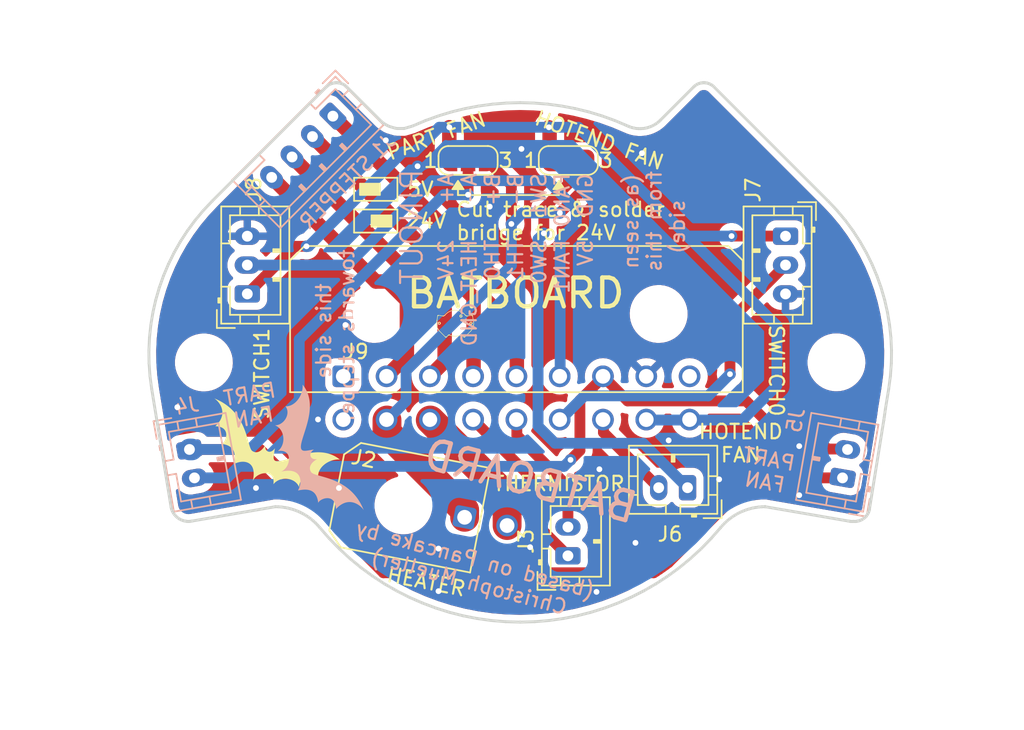
<source format=kicad_pcb>
(kicad_pcb (version 20211014) (generator pcbnew)
  (layers (0 "F.Cu" signal) (31 "B.Cu" signal) (34 "B.Paste" user) (35 "F.Paste" user) (36 "B.SilkS" user "B.Silkscreen") (37 "F.SilkS" user "F.Silkscreen") (38 "B.Mask" user) (39 "F.Mask" user) (44 "Edge.Cuts" user))
  (net 0 "")
  (net 1 "/B-")
  (net 2 "/B+")
  (net 3 "/A-")
  (net 4 "/A+")
  (net 5 "/therm1")
  (net 6 "/therm0")
  (net 7 "/fan0")
  (net 8 "+5V")
  (net 9 "/fan1")
  (net 10 "GND")
  (net 11 "/sw0")
  (net 12 "/sw1")
  (net 13 "/heat_gnd")
  (net 14 "+24V")
  (net 15 "/VFAN0")
  (net 16 "/VFAN1")
  (footprint "Connector_Molex:Molex_Micro-Fit_3.0_43045-0200_2x01_P3.00mm_Horizontal" (layer "F.Cu") (at 96.26 110.73 79)
    (fp_text reference "J2")
    (fp_text value "Conn_01x02_Female")
  )
  (footprint "Connector_JST:JST_PH_B2B-PH-K_1x02_P2.00mm_Vertical" (layer "F.Cu") (at 103.42 113.4 90)
    (fp_text reference "J3")
    (fp_text value "Conn_01x02_Female")
  )
  (footprint "Connector_JST:JST_PH_B2B-PH-K_1x02_P2.00mm_Vertical" (layer "F.Cu") (at 111.71 108.68 180)
    (fp_text reference "J6")
    (fp_text value "Conn_01x02_Female")
  )
  (footprint "Connector_JST:JST_PH_B3B-PH-K_1x03_P2.00mm_Vertical" (layer "F.Cu") (at 118.5 91.25 -90)
    (fp_text reference "J7")
    (fp_text value "Conn_01x03_Female")
  )
  (footprint "Connector_JST:JST_PH_B3B-PH-K_1x03_P2.00mm_Vertical" (layer "F.Cu") (at 81.2 95.25 90)
    (fp_text reference "J8")
    (fp_text value "Conn_01x03_Female")
  )
  (footprint "Connector_Molex:Molex_Micro-Fit_3.0_43045-1800_2x09_P3.00mm_Horizontal" (layer "F.Cu") (at 87.85 100.96)
    (fp_text reference "J9")
    (fp_text value "Conn_02x07_Counter_Clockwise")
  )
  (footprint "Jumper:SolderJumper-3_P1.3mm_Bridged12_RoundedPad1.0x1.5mm_NumberLabels" (layer "F.Cu") (at 96.5 86)
    (fp_text reference "J10" hide)
    (fp_text value "Conn_01x03_Female")
  )
  (footprint "Jumper:SolderJumper-3_P1.3mm_Bridged12_RoundedPad1.0x1.5mm_NumberLabels" (layer "F.Cu") (at 103.45 86)
    (fp_text reference "J11" hide)
    (fp_text value "Conn_01x03_Female")
  )
  (footprint "MountingHole:MountingHole_3mm" (layer "F.Cu") (at 122.03 99.99)
    (fp_text reference "REF**" hide)
    (fp_text value "MountingHole_3mm")
  )
  (footprint "MountingHole:MountingHole_3mm" (layer "F.Cu") (at 78.19 100)
    (fp_text reference "REF**" hide)
    (fp_text value "MountingHole_3mm")
  )
  (footprint "logos:Bat_Logo" (layer "F.Cu") (at 78.91 101.22)
    (fp_text reference "svg2mod" hide)
    (fp_text value "G***" hide)
  )
  (footprint "Connector_JST:JST_PH_B4B-PH-K_1x04_P2.00mm_Vertical" (layer "B.Cu") (at 87.13 82.93 -135)
    (fp_text reference "J1")
    (fp_text value "Conn_01x04_Female")
  )
  (footprint "Connector_JST:JST_PH_B2B-PH-K_1x02_P2.00mm_Vertical" (layer "B.Cu") (at 77.19 106.03 -80)
    (fp_text reference "J4")
    (fp_text value "Conn_01x02_Female")
  )
  (footprint "Connector_JST:JST_PH_B2B-PH-K_1x02_P2.00mm_Vertical" (layer "B.Cu") (at 122.45 108 80)
    (fp_text reference "J5")
    (fp_text value "Conn_01x02_Female")
  )
  (footprint "logos:Bat_Logo" (layer "B.Cu") (at 90.539639 110.234766 90)
    (fp_text reference "svg2mod" hide)
    (fp_text value "G***" hide)
  )
  (gr_line (start 95.8 88) (end 95.8 88.4) (layer "F.SilkS") (width 0.12))
  (gr_line (start 91.6 87.2) (end 88.6 87.2) (layer "F.SilkS") (width 0.12))
  (gr_poly (pts (xy 91.2 90.6) (xy 89.8 90.6) (xy 89.8 89.8) (xy 91.2 89.8)) (layer "F.SilkS") (width 0.1) (fill solid))
  (gr_line (start 91.6 89.4) (end 88.6 89.4) (layer "F.SilkS") (width 0.12))
  (gr_line (start 88.6 91) (end 91.6 91) (layer "F.SilkS") (width 0.12))
  (gr_line (start 88.6 89.4) (end 88.6 91) (layer "F.SilkS") (width 0.12))
  (gr_line (start 91.6 91) (end 91.6 89.4) (layer "F.SilkS") (width 0.12))
  (gr_line (start 94.461015 96.73183) (end 94.46333 96.732209) (layer "F.SilkS") (width 0.034999))
  (gr_line (start 96.779964 96.738372) (end 96.777174 96.736981) (layer "F.SilkS") (width 0.005))
  (gr_line (start 96.668781 97.841461) (end 96.668781 97.841461) (layer "F.SilkS") (width 0.005))
  (gr_line (start 94.753171 96.782191) (end 94.753171 96.782191) (layer "F.SilkS") (width 0.005))
  (gr_line (start 94.970099 98.251201) (end 94.967705 98.251373) (layer "F.SilkS") (width 0.034999))
  (gr_line (start 95.936591 96.748017) (end 95.938542 96.744974) (layer "F.SilkS") (width 0.034999))
  (gr_line (start 95.176423 98.092602) (end 95.18389 98.092103) (layer "F.SilkS") (width 0.034999))
  (gr_line (start 95.601701 98.182193) (end 95.649461 98.180925) (layer "F.SilkS") (width 0.034999))
  (gr_line (start 96.051161 96.842423) (end 96.04844 96.84478) (layer "F.SilkS") (width 0.005))
  (gr_line (start 96.739634 97.344383) (end 96.736591 97.346334) (layer "F.SilkS") (width 0.034999))
  (gr_line (start 96.623565 97.293614) (end 96.623089 97.28986) (layer "F.SilkS") (width 0.034999))
  (gr_line (start 96.066681 96.822656) (end 96.064875 96.825797) (layer "F.SilkS") (width 0.034999))
  (gr_line (start 96.630097 97.314708) (end 96.628595 97.311385) (layer "F.SilkS") (width 0.005))
  (gr_line (start 96.071182 96.812694) (end 96.069839 96.8161) (layer "F.SilkS") (width 0.005))
  (gr_line (start 94.413441 96.739933) (end 94.411558 96.741258) (layer "F.SilkS") (width 0.034999))
  (gr_line (start 95.501747 96.387754) (end 95.452518 96.394635) (layer "F.SilkS") (width 0.034999))
  (gr_line (start 94.579178 97.297307) (end 94.57834 97.300936) (layer "F.SilkS") (width 0.034999))
  (gr_line (start 96.771427 96.73464) (end 96.768481 96.733693) (layer "F.SilkS") (width 0.034999))
  (gr_line (start 95.154553 98.097405) (end 95.161722 98.095259) (layer "F.SilkS") (width 0.034999))
  (gr_line (start 96.036482 96.852855) (end 96.033248 96.854511) (layer "F.SilkS") (width 0.005))
  (gr_line (start 94.457995 97.224319) (end 94.460828 97.222092) (layer "F.SilkS") (width 0.034999))
  (gr_line (start 95.551508 96.38359) (end 95.501747 96.387754) (layer "F.SilkS") (width 0.034999))
  (gr_line (start 96.045607 96.847007) (end 96.042666 96.849098) (layer "F.SilkS") (width 0.005))
  (gr_line (start 95.9588 96.724716) (end 95.961843 96.722765) (layer "F.SilkS") (width 0.005))
  (gr_line (start 96.753264 96.731236) (end 96.750164 96.731208) (layer "F.SilkS") (width 0.005))
  (gr_line (start 94.577329 97.259889) (end 94.57834 97.263449) (layer "F.SilkS") (width 0.034999))
  (gr_line (start 95.933129 96.754391) (end 95.934785 96.751158) (layer "F.SilkS") (width 0.005))
  (gr_line (start 96.023036 96.858535) (end 96.019477 96.859546) (layer "F.SilkS") (width 0.005))
  (gr_line (start 94.520816 97.208716) (end 94.524445 97.209553) (layer "F.SilkS") (width 0.005))
  (gr_line (start 96.056249 96.837335) (end 96.053766 96.83994) (layer "F.SilkS") (width 0.034999))
  (gr_line (start 96.204607 98.23856) (end 96.206539 98.240219) (layer "F.SilkS") (width 0.005))
  (gr_line (start 95.92612 96.794575) (end 95.92583 96.790766) (layer "F.SilkS") (width 0.005))
  (gr_line (start 94.338839 97.101139) (end 94.337515 97.110627) (layer "F.SilkS") (width 0.034999))
  (gr_line (start 95.601701 96.382191) (end 95.601701 96.382191) (layer "F.SilkS") (width 0.005))
  (gr_line (start 96.779964 96.738372) (end 96.777174 96.736981) (layer "F.SilkS") (width 0.034999))
  (gr_line (start 95.996873 96.861809) (end 95.993064 96.86152) (layer "F.SilkS") (width 0.034999))
  (gr_line (start 94.509561 97.20729) (end 94.51337 97.207579) (layer "F.SilkS") (width 0.005))
  (gr_line (start 94.577329 97.259889) (end 94.57834 97.263449) (layer "F.SilkS") (width 0.005))
  (gr_line (start 96.88452 97.234437) (end 96.887774 97.279147) (layer "F.SilkS") (width 0.034999))
  (gr_line (start 94.99487 98.241763) (end 94.996864 98.240219) (layer "F.SilkS") (width 0.005))
  (gr_line (start 95.968217 96.719302) (end 95.971539 96.717801) (layer "F.SilkS") (width 0.034999))
  (gr_line (start 94.520816 97.355668) (end 94.517123 97.356328) (layer "F.SilkS") (width 0.005))
  (gr_line (start 96.739634 97.220001) (end 96.742574 97.222092) (layer "F.SilkS") (width 0.005))
  (gr_line (start 96.712816 97.208716) (end 96.716444 97.209553) (layer "F.SilkS") (width 0.034999))
  (gr_line (start 95.147546 98.100087) (end 95.154553 98.097405) (layer "F.SilkS") (width 0.034999))
  (gr_line (start 96.202741 98.236787) (end 96.204607 98.23856) (layer "F.SilkS") (width 0.005))
  (gr_line (start 96.76815 97.30798) (end 96.766807 97.311385) (layer "F.SilkS") (width 0.034999))
  (gr_line (start 95.309051 96.431099) (end 95.262974 96.448367) (layer "F.SilkS") (width 0.005))
  (gr_line (start 94.317111 97.368087) (end 94.321775 97.412093) (layer "F.SilkS") (width 0.034999))
  (gr_line (start 96.771837 97.27077) (end 96.772314 97.274524) (layer "F.SilkS") (width 0.034999))
  (gr_line (start 94.538216 97.214588) (end 94.54145 97.216244) (layer "F.SilkS") (width 0.034999))
  (gr_line (start 94.567892 97.324125) (end 94.565801 97.327066) (layer "F.SilkS") (width 0.034999))
  (gr_line (start 94.565801 97.327066) (end 94.563575 97.329899) (layer "F.SilkS") (width 0.034999))
  (gr_line (start 95.9588 96.849098) (end 95.955859 96.847007) (layer "F.SilkS") (width 0.034999))
  (gr_line (start 94.400243 96.752721) (end 94.398929 96.754644) (layer "F.SilkS") (width 0.034999))
  (gr_poly (pts (xy 96.2 88) (xy 95.4 88) (xy 95.8 87.4)) (layer "F.SilkS") (width 0.1) (fill solid))
  (gr_line (start 95.9477 96.83994) (end 95.945216 96.837335) (layer "F.SilkS") (width 0.005))
  (gr_line (start 94.341702 97.082192) (end 94.340234 97.09166) (layer "F.SilkS") (width 0.034999))
  (gr_line (start 94.336261 97.120126) (end 94.336261 97.120126) (layer "F.SilkS") (width 0.005))
  (gr_line (start 94.498033 97.207579) (end 94.501842 97.20729) (layer "F.SilkS") (width 0.034999))
  (gr_line (start 96.709123 97.208056) (end 96.712816 97.208716) (layer "F.SilkS") (width 0.005))
  (gr_line (start 96.755574 97.329899) (end 96.753217 97.33262) (layer "F.SilkS") (width 0.034999))
  (gr_line (start 96.631754 97.246443) (end 96.63356 97.243302) (layer "F.SilkS") (width 0.005))
  (gr_line (start 96.771837 97.27077) (end 96.772314 97.274524) (layer "F.SilkS") (width 0.005))
  (gr_line (start 95.926597 96.798328) (end 95.92612 96.794575) (layer "F.SilkS") (width 0.034999))
  (gr_line (start 94.473186 97.214588) (end 94.476509 97.213086) (layer "F.SilkS") (width 0.005))
  (gr_line (start 96.730216 97.349796) (end 96.726894 97.351298) (layer "F.SilkS") (width 0.034999))
  (gr_line (start 96.624225 97.267077) (end 96.625063 97.263449) (layer "F.SilkS") (width 0.005))
  (gr_line (start 96.075733 96.786906) (end 96.075635 96.790766) (layer "F.SilkS") (width 0.034999))
  (gr_line (start 94.341702 97.082192) (end 94.340234 97.09166) (layer "F.SilkS") (width 0.005))
  (gr_line (start 94.393683 96.765194) (end 94.39292 96.767475) (layer "F.SilkS") (width 0.005))
  (gr_line (start 94.571649 97.317941) (end 94.569843 97.321082) (layer "F.SilkS") (width 0.005))
  (gr_line (start 96.230918 98.250915) (end 96.233304 98.251201) (layer "F.SilkS") (width 0.034999))
  (gr_line (start 95.950304 96.842423) (end 95.9477 96.83994) (layer "F.SilkS") (width 0.034999))
  (gr_line (start 94.875712 96.740259) (end 94.866858 96.746742) (layer "F.SilkS") (width 0.005))
  (gr_line (start 94.573305 97.314708) (end 94.571649 97.317941) (layer "F.SilkS") (width 0.005))
  (gr_line (start 96.658812 97.21805) (end 96.661952 97.216244) (layer "F.SilkS") (width 0.005))
  (gr_line (start 95.997031 98.09399) (end 95.989618 98.095766) (layer "F.SilkS") (width 0.034999))
  (gr_line (start 96.623089 97.28986) (end 96.622799 97.286052) (layer "F.SilkS") (width 0.005))
  (gr_line (start 96.759892 97.324125) (end 96.757801 97.327066) (layer "F.SilkS") (width 0.034999))
  (gr_line (start 94.338767 97.498622) (end 94.351025 97.540922) (layer "F.SilkS") (width 0.005))
  (gr_line (start 95.982299 98.098127) (end 95.989618 98.095766) (layer "F.SilkS") (width 0.005))
  (gr_line (start 96.628595 97.311385) (end 96.627252 97.30798) (layer "F.SilkS") (width 0.005))
  (gr_line (start 94.434966 96.731693) (end 94.432638 96.732075) (layer "F.SilkS") (width 0.034999))
  (gr_line (start 96.77034 97.300936) (end 96.769329 97.304495) (layer "F.SilkS") (width 0.005))
  (gr_line (start 96.238096 98.25143) (end 96.240495 98.251373) (layer "F.SilkS") (width 0.005))
  (gr_line (start 96.887774 97.279147) (end 96.888352 97.323734) (layer "F.SilkS") (width 0.034999))
  (gr_line (start 96.753217 97.33262) (end 96.750734 97.335225) (layer "F.SilkS") (width 0.005))
  (gr_line (start 96.25915 98.246797) (end 96.261349 98.24571) (layer "F.SilkS") (width 0.005))
  (gr_line (start 95.940428 96.448367) (end 95.894352 96.431099) (layer "F.SilkS") (width 0.034999))
  (gr_line (start 102.8 88) (end 102.8 88.4) (layer "F.SilkS") (width 0.12))
  (gr_line (start 94.528004 97.35382) (end 94.524445 97.354831) (layer "F.SilkS") (width 0.034999))
  (gr_line (start 96.000733 96.711906) (end 96.000733 96.711906) (layer "F.SilkS") (width 0.034999))
  (gr_line (start 95.97843 96.858535) (end 95.974945 96.857356) (layer "F.SilkS") (width 0.005))
  (gr_line (start 95.9588 96.724716) (end 95.961843 96.722765) (layer "F.SilkS") (width 0.034999))
  (gr_line (start 88.6 88.8) (end 91.6 88.8) (layer "F.SilkS") (width 0.12))
  (gr_line (start 96.062924 96.82884) (end 96.060833 96.83178) (layer "F.SilkS") (width 0.034999))
  (gr_line (start 96.712816 97.208716) (end 96.716444 97.209553) (layer "F.SilkS") (width 0.005))
  (gr_line (start 96.075635 96.783047) (end 96.075733 96.786906) (layer "F.SilkS") (width 0.034999))
  (gr_line (start 94.565801 97.237318) (end 94.567892 97.240259) (layer "F.SilkS") (width 0.005))
  (gr_line (start 96.355197 96.758172) (end 96.345721 96.752716) (layer "F.SilkS") (width 0.005))
  (gr_line (start 94.466812 97.21805) (end 94.469953 97.216244) (layer "F.SilkS") (width 0.034999))
  (gr_line (start 94.962908 98.251373) (end 94.960514 98.251201) (layer "F.SilkS") (width 0.034999))
  (gr_line (start 95.92612 96.779238) (end 95.926597 96.775485) (layer "F.SilkS") (width 0.005))
  (gr_line (start 94.395505 96.760797) (end 94.394546 96.762967) (layer "F.SilkS") (width 0.005))
  (gr_line (start 96.062924 96.744974) (end 96.064875 96.748017) (layer "F.SilkS") (width 0.034999))
  (gr_line (start 95.974945 96.716458) (end 95.97843 96.715278) (layer "F.SilkS") (width 0.005))
  (gr_line (start 96.628595 97.311385) (end 96.627252 97.30798) (layer "F.SilkS") (width 0.034999))
  (gr_line (start 96.235698 98.251373) (end 96.238096 98.25143) (layer "F.SilkS") (width 0.034999))
  (gr_line (start 94.955757 98.250515) (end 94.958128 98.250915) (layer "F.SilkS") (width 0.005))
  (gr_line (start 94.490587 97.208716) (end 94.49428 97.208056) (layer "F.SilkS") (width 0.034999))
  (gr_line (start 95.926597 96.798328) (end 95.92612 96.794575) (layer "F.SilkS") (width 0.005))
  (gr_line (start 95.18389 98.092103) (end 95.191392 98.092164) (layer "F.SilkS") (width 0.005))
  (gr_line (start 95.968217 96.854511) (end 95.964983 96.852855) (layer "F.SilkS") (width 0.034999))
  (gr_line (start 96.074209 96.802022) (end 96.073372 96.80565) (layer "F.SilkS") (width 0.034999))
  (gr_line (start 96.644669 97.229159) (end 96.647274 97.226676) (layer "F.SilkS") (width 0.005))
  (gr_line (start 94.445602 97.237318) (end 94.447828 97.234485) (layer "F.SilkS") (width 0.005))
  (gr_line (start 94.447828 97.329899) (end 94.445602 97.327066) (layer "F.SilkS") (width 0.034999))
  (gr_line (start 94.46333 96.732209) (end 94.461015 96.73183) (layer "F.SilkS") (width 0.005))
  (gr_line (start 96.668508 97.213086) (end 96.671914 97.211743) (layer "F.SilkS") (width 0.005))
  (gr_line (start 94.866858 96.746742) (end 94.875712 96.740259) (layer "F.SilkS") (width 0.034999))
  (gr_line (start 95.989311 96.861043) (end 95.985618 96.860383) (layer "F.SilkS") (width 0.005))
  (gr_line (start 94.439706 96.731252) (end 94.437323 96.731419) (layer "F.SilkS") (width 0.034999))
  (gr_line (start 94.97721 98.25) (end 94.974856 98.250515) (layer "F.SilkS") (width 0.034999))
  (gr_line (start 96.785346 96.741591) (end 96.78269 96.739909) (layer "F.SilkS") (width 0.034999))
  (gr_line (start 96.256912 98.247769) (end 96.25915 98.246797) (layer "F.SilkS") (width 0.034999))
  (gr_line (start 96.000733 96.711906) (end 96.004592 96.712004) (layer "F.SilkS") (width 0.005))
  (gr_line (start 94.400243 96.752721) (end 94.398929 96.754644) (layer "F.SilkS") (width 0.005))
  (gr_line (start 94.848206 96.758172) (end 94.857682 96.752716) (layer "F.SilkS") (width 0.034999))
  (gr_line (start 96.804306 96.761818) (end 96.80269 96.759186) (layer "F.SilkS") (width 0.034999))
  (gr_line (start 96.25 98.25) (end 96.252332 98.249371) (layer "F.SilkS") (width 0.005))
  (gr_line (start 96.075346 96.779238) (end 96.075635 96.783047) (layer "F.SilkS") (width 0.005))
  (gr_line (start 94.392258 96.769808) (end 94.391702 96.772191) (layer "F.SilkS") (width 0.034999))
  (gr_line (start 94.9399 98.244509) (end 94.942054 98.24571) (layer "F.SilkS") (width 0.005))
  (gr_line (start 94.444535 96.731254) (end 94.442111 96.731197) (layer "F.SilkS") (width 0.005))
  (gr_line (start 94.43034 96.73256) (end 94.428077 96.733148) (layer "F.SilkS") (width 0.034999))
  (gr_line (start 96.682587 97.208716) (end 96.68628 97.208056) (layer "F.SilkS") (width 0.034999))
  (gr_line (start 91.6 88.8) (end 91.6 87.2) (layer "F.SilkS") (width 0.12))
  (gr_line (start 94.534621 97.841461) (end 94.534621 97.841461) (layer "F.SilkS") (width 0.005))
  (gr_line (start 94.940471 96.671638) (end 94.907451 96.709467) (layer "F.SilkS") (width 0.034999))
  (gr_line (start 96.697701 97.207192) (end 96.701561 97.20729) (layer "F.SilkS") (width 0.034999))
  (gr_line (start 94.753171 96.782191) (end 94.753171 96.782191) (layer "F.SilkS") (width 0.005))
  (gr_line (start 96.772314 97.28986) (end 96.771837 97.293614) (layer "F.SilkS") (width 0.005))
  (gr_line (start 96.772604 97.286052) (end 96.772314 97.28986) (layer "F.SilkS") (width 0.034999))
  (gr_line (start 96.254637 98.248627) (end 96.256912 98.247769) (layer "F.SilkS") (width 0.005))
  (gr_line (start 96.878556 97.189714) (end 96.88452 97.234437) (layer "F.SilkS") (width 0.034999))
  (gr_line (start 95.930284 96.761119) (end 95.931627 96.757714) (layer "F.SilkS") (width 0.005))
  (gr_line (start 94.990713 98.244509) (end 94.992818 98.243193) (layer "F.SilkS") (width 0.005))
  (gr_line (start 96.774327 96.735736) (end 96.771427 96.73464) (layer "F.SilkS") (width 0.034999))
  (gr_line (start 96.736591 97.346334) (end 96.73345 97.34814) (layer "F.SilkS") (width 0.005))
  (gr_line (start 96.019512 98.092103) (end 96.01201 98.092164) (layer "F.SilkS") (width 0.034999))
  (gr_line (start 96.661952 97.216244) (end 96.665186 97.214588) (layer "F.SilkS") (width 0.034999))
  (gr_line (start 94.425851 96.733835) (end 94.423665 96.73462) (layer "F.SilkS") (width 0.034999))
  (gr_line (start 95.938542 96.744974) (end 95.940633 96.742033) (layer "F.SilkS") (width 0.034999))
  (gr_line (start 94.469953 97.34814) (end 94.466812 97.346334) (layer "F.SilkS") (width 0.034999))
  (gr_line (start 94.528004 97.210564) (end 94.531488 97.211743) (layer "F.SilkS") (width 0.005))
  (gr_line (start 94.483399 97.35382) (end 94.479915 97.352641) (layer "F.SilkS") (width 0.005))
  (gr_line (start 94.547634 97.220001) (end 94.550575 97.222092) (layer "F.SilkS") (width 0.005))
  (gr_line (start 94.988559 98.24571) (end 94.98636 98.246797) (layer "F.SilkS") (width 0.034999))
  (gr_line (start 94.962908 98.251373) (end 94.965306 98.25143) (layer "F.SilkS") (width 0.005))
  (gr_line (start 96.029351 96.490286) (end 95.985462 96.468112) (layer "F.SilkS") (width 0.005))
  (gr_line (start 94.577329 97.304495) (end 94.57615 97.30798) (layer "F.SilkS") (width 0.005))
  (gr_line (start 96.728434 97.774196) (end 96.699712 97.808614) (layer "F.SilkS") (width 0.034999))
  (gr_line (start 96.785346 96.741591) (end 96.785346 96.741591) (layer "F.SilkS") (width 0.005))
  (gr_line (start 94.573305 97.249677) (end 94.574807 97.252999) (layer "F.SilkS") (width 0.005))
  (gr_line (start 95.982299 98.098127) (end 95.978685 98.099528) (layer "F.SilkS") (width 0.034999))
  (gr_line (start 96.228053 96.635902) (end 96.191418 96.602306) (layer "F.SilkS") (width 0.005))
  (gr_line (start 96.26766 98.241763) (end 96.269654 98.240219) (layer "F.SilkS") (width 0.034999))
  (gr_line (start 94.396557 96.758684) (end 94.395505 96.760797) (layer "F.SilkS") (width 0.034999))
  (gr_line (start 94.329005 97.455642) (end 94.338767 97.498622) (layer "F.SilkS") (width 0.034999))
  (gr_line (start 95.697118 98.177123) (end 95.744568 98.170786) (layer "F.SilkS") (width 0.034999))
  (gr_line (start 95.989311 96.861043) (end 95.985618 96.860383) (layer "F.SilkS") (width 0.034999))
  (gr_line (start 96.265608 98.243193) (end 96.26766 98.241763) (layer "F.SilkS") (width 0.005))
  (gr_line (start 95.011985 96.602306) (end 94.97535 96.635902) (layer "F.SilkS") (width 0.005))
  (gr_line (start 95.551508 96.38359) (end 95.501747 96.387754) (layer "F.SilkS") (width 0.005))
  (gr_line (start 94.838453 96.7631) (end 94.848206 96.758172) (layer "F.SilkS") (width 0.034999))
  (gr_line (start 95.938542 96.82884) (end 95.936591 96.825797) (layer "F.SilkS") (width 0.034999))
  (gr_line (start 94.524445 97.209553) (end 94.528004 97.210564) (layer "F.SilkS") (width 0.034999))
  (gr_line (start 94.439706 96.731252) (end 94.437323 96.731419) (layer "F.SilkS") (width 0.005))
  (gr_line (start 96.217043 98.246797) (end 96.219281 98.247769) (layer "F.SilkS") (width 0.034999))
  (gr_line (start 94.437323 96.731419) (end 94.434966 96.731693) (layer "F.SilkS") (width 0.034999))
  (gr_line (start 95.985618 96.71343) (end 95.989311 96.712771) (layer "F.SilkS") (width 0.034999))
  (gr_line (start 94.503691 97.808614) (end 94.534621 97.841461) (layer "F.SilkS") (width 0.034999))
  (gr_line (start 94.439754 97.246443) (end 94.44156 97.243302) (layer "F.SilkS") (width 0.005))
  (gr_line (start 96.647274 97.337708) (end 96.644669 97.335225) (layer "F.SilkS") (width 0.034999))
  (gr_line (start 95.750885 96.394635) (end 95.701656 96.387754) (layer "F.SilkS") (width 0.034999))
  (gr_line (start 96.345721 96.752716) (end 96.355197 96.758172) (layer "F.SilkS") (width 0.034999))
  (gr_line (start 95.950304 96.842423) (end 95.9477 96.83994) (layer "F.SilkS") (width 0.005))
  (gr_line (start 94.579837 97.27077) (end 94.580314 97.274524) (layer "F.SilkS") (width 0.034999))
  (gr_line (start 96.661952 97.34814) (end 96.658812 97.346334) (layer "F.SilkS") (width 0.005))
  (gr_line (start 95.936591 96.825797) (end 95.934785 96.822656) (layer "F.SilkS") (width 0.034999))
  (gr_line (start 94.421522 96.7355) (end 94.419425 96.736474) (layer "F.SilkS") (width 0.005))
  (gr_line (start 94.324846 97.189714) (end 94.318882 97.234437) (layer "F.SilkS") (width 0.005))
  (gr_line (start 94.828445 96.767487) (end 94.818206 96.771324) (layer "F.SilkS") (width 0.005))
  (gr_line (start 94.797122 96.777305) (end 94.786324 96.779427) (layer "F.SilkS") (width 0.005))
  (gr_line (start 96.033248 96.719302) (end 96.036482 96.720959) (layer "F.SilkS") (width 0.034999))
  (gr_line (start 94.98636 98.246797) (end 94.984122 98.247769) (layer "F.SilkS") (width 0.034999))
  (gr_line (start 95.940633 96.83178) (end 95.938542 96.82884) (layer "F.SilkS") (width 0.034999))
  (gr_line (start 96.649995 97.224319) (end 96.652828 97.222092) (layer "F.SilkS") (width 0.034999))
  (gr_line (start 94.965306 98.25143) (end 94.967705 98.251373) (layer "F.SilkS") (width 0.005))
  (gr_line (start 96.665186 97.214588) (end 96.668508 97.213086) (layer "F.SilkS") (width 0.034999))
  (gr_line (start 95.97843 96.858535) (end 95.974945 96.857356) (layer "F.SilkS") (width 0.034999))
  (gr_line (start 96.766807 97.252999) (end 96.76815 97.256405) (layer "F.SilkS") (width 0.034999))
  (gr_line (start 96.647274 97.226676) (end 96.649995 97.224319) (layer "F.SilkS") (width 0.034999))
  (gr_line (start 96.639828 97.234485) (end 96.642185 97.231764) (layer "F.SilkS") (width 0.005))
  (gr_line (start 95.978685 98.099528) (end 95.975107 98.101077) (layer "F.SilkS") (width 0.034999))
  (gr_line (start 95.213784 98.095766) (end 95.221103 98.098127) (layer "F.SilkS") (width 0.005))
  (gr_line (start 95.452518 96.394635) (end 95.403924 96.404184) (layer "F.SilkS") (width 0.034999))
  (gr_line (start 94.558734 97.229159) (end 94.561217 97.231764) (layer "F.SilkS") (width 0.005))
  (gr_line (start 94.452669 97.229159) (end 94.455274 97.226676) (layer "F.SilkS") (width 0.005))
  (gr_line (start 96.385197 96.771324) (end 96.395645 96.7746) (layer "F.SilkS") (width 0.034999))
  (gr_line (start 96.675399 97.210564) (end 96.678958 97.209553) (layer "F.SilkS") (width 0.034999))
  (gr_line (start 96.064875 96.825797) (end 96.062924 96.82884) (layer "F.SilkS") (width 0.034999))
  (gr_line (start 96.40628 96.777305) (end 96.395645 96.7746) (layer "F.SilkS") (width 0.005))
  (gr_line (start 95.974945 96.857356) (end 95.971539 96.856013) (layer "F.SilkS") (width 0.005))
  (gr_line (start 95.929105 96.809209) (end 95.928094 96.80565) (layer "F.SilkS") (width 0.005))
  (gr_line (start 96.742574 97.222092) (end 96.745408 97.224319) (layer "F.SilkS") (width 0.034999))
  (gr_line (start 95.601701 98.182193) (end 95.649461 98.180925) (layer "F.SilkS") (width 0.005))
  (gr_line (start 94.432225 97.297307) (end 94.431566 97.293614) (layer "F.SilkS") (width 0.034999))
  (gr_line (start 96.623089 97.28986) (end 96.622799 97.286052) (layer "F.SilkS") (width 0.034999))
  (gr_line (start 94.505701 97.357192) (end 94.501842 97.357095) (layer "F.SilkS") (width 0.005))
  (gr_line (start 96.649995 97.340066) (end 96.647274 97.337708) (layer "F.SilkS") (width 0.034999))
  (gr_line (start 96.023036 96.715278) (end 96.02652 96.716458) (layer "F.SilkS") (width 0.005))
  (gr_line (start 94.579178 97.267077) (end 94.579837 97.27077) (layer "F.SilkS") (width 0.005))
  (gr_line (start 95.318757 98.136565) (end 95.364968 98.150507) (layer "F.SilkS") (width 0.034999))
  (gr_line (start 96.242889 98.251201) (end 96.245274 98.250915) (layer "F.SilkS") (width 0.005))
  (gr_line (start 96.066681 96.822656) (end 96.064875 96.825797) (layer "F.SilkS") (width 0.005))
  (gr_line (start 94.431089 97.274524) (end 94.431566 97.27077) (layer "F.SilkS") (width 0.034999))
  (gr_line (start 96.622701 97.282192) (end 96.622701 97.282192) (layer "F.SilkS") (width 0.005))
  (gr_line (start 96.202741 98.236787) (end 96.204607 98.23856) (layer "F.SilkS") (width 0.034999))
  (gr_line (start 95.933129 96.819422) (end 95.931627 96.8161) (layer "F.SilkS") (width 0.034999))
  (gr_line (start 96.79907 96.754179) (end 96.797073 96.751816) (layer "F.SilkS") (width 0.034999))
  (gr_line (start 94.430799 97.286052) (end 94.430701 97.282192) (layer "F.SilkS") (width 0.005))
  (gr_line (start 96.210585 98.243193) (end 96.21269 98.244509) (layer "F.SilkS") (width 0.034999))
  (gr_line (start 94.753171 96.782191) (end 94.753171 96.782191) (layer "F.SilkS") (width 0.005))
  (gr_line (start 96.622799 97.278333) (end 96.623089 97.274524) (layer "F.SilkS") (width 0.034999))
  (gr_line (start 96.771177 97.297307) (end 96.77034 97.300936) (layer "F.SilkS") (width 0.005))
  (gr_line (start 94.417377 96.737539) (end 94.415382 96.738693) (layer "F.SilkS") (width 0.034999))
  (gr_line (start 94.396557 96.758684) (end 94.395505 96.760797) (layer "F.SilkS") (width 0.005))
  (gr_line (start 95.9588 96.849098) (end 95.955859 96.847007) (layer "F.SilkS") (width 0.005))
  (gr_line (start 95.927257 96.771792) (end 95.928094 96.768163) (layer "F.SilkS") (width 0.005))
  (gr_line (start 94.531488 97.352641) (end 94.528004 97.35382) (layer "F.SilkS") (width 0.034999))
  (gr_line (start 95.176423 98.092602) (end 95.18389 98.092103) (layer "F.SilkS") (width 0.005))
  (gr_line (start 96.217043 98.246797) (end 96.219281 98.247769) (layer "F.SilkS") (width 0.005))
  (gr_line (start 94.57834 97.300936) (end 94.577329 97.304495) (layer "F.SilkS") (width 0.005))
  (gr_line (start 96.221555 98.248627) (end 96.223861 98.249371) (layer "F.SilkS") (width 0.034999))
  (gr_line (start 96.811701 96.782191) (end 96.811087 96.779108) (layer "F.SilkS") (width 0.034999))
  (gr_line (start 96.012155 96.712771) (end 96.015848 96.71343) (layer "F.SilkS") (width 0.034999))
  (gr_line (start 95.92612 96.794575) (end 95.92583 96.790766) (layer "F.SilkS") (width 0.034999))
  (gr_line (start 96.794956 96.749552) (end 96.792721 96.747392) (layer "F.SilkS") (width 0.034999))
  (gr_line (start 96.263503 98.244509) (end 96.265608 98.243193) (layer "F.SilkS") (width 0.034999))
  (gr_line (start 96.627252 97.30798) (end 96.626073 97.304495) (layer "F.SilkS") (width 0.005))
  (gr_line (start 94.463769 97.344383) (end 94.460828 97.342292) (layer "F.SilkS") (width 0.005))
  (gr_line (start 88.6 87.2) (end 88.6 88.8) (layer "F.SilkS") (width 0.12))
  (gr_line (start 96.652828 97.222092) (end 96.655769 97.220001) (layer "F.SilkS") (width 0.034999))
  (gr_line (start 94.438098 97.314708) (end 94.436596 97.311385) (layer "F.SilkS") (width 0.034999))
  (gr_line (start 94.447828 97.234485) (end 94.450186 97.231764) (layer "F.SilkS") (width 0.005))
  (gr_line (start 95.925733 96.786906) (end 95.92583 96.783047) (layer "F.SilkS") (width 0.034999))
  (gr_line (start 96.068337 96.754391) (end 96.069839 96.757714) (layer "F.SilkS") (width 0.005))
  (gr_line (start 96.772604 97.278333) (end 96.772701 97.282192) (layer "F.SilkS") (width 0.034999))
  (gr_line (start 95.356068 96.416355) (end 95.309051 96.431099) (layer "F.SilkS") (width 0.005))
  (gr_line (start 94.517123 97.208056) (end 94.520816 97.208716) (layer "F.SilkS") (width 0.005))
  (gr_line (start 96.262931 96.671638) (end 96.228053 96.635902) (layer "F.SilkS") (width 0.005))
  (gr_line (start 95.18389 98.092103) (end 95.191392 98.092164) (layer "F.SilkS") (width 0.034999))
  (gr_line (start 94.457995 97.340066) (end 94.455274 97.337708) (layer "F.SilkS") (width 0.034999))
  (gr_line (start 94.435253 97.256405) (end 94.436596 97.252999) (layer "F.SilkS") (width 0.005))
  (gr_line (start 94.452669 97.335225) (end 94.450186 97.33262) (layer "F.SilkS") (width 0.034999))
  (gr_line (start 96.750164 96.731208) (end 96.747059 96.731337) (layer "F.SilkS") (width 0.005))
  (gr_line (start 94.479915 97.211743) (end 94.483399 97.210564) (layer "F.SilkS") (width 0.005))
  (gr_line (start 95.134154 98.10704) (end 95.140736 98.103301) (layer "F.SilkS") (width 0.005))
  (gr_line (start 94.430701 97.282192) (end 94.430799 97.278333) (layer "F.SilkS") (width 0.005))
  (gr_line (start 95.174052 96.490286) (end 95.13141 96.51484) (layer "F.SilkS") (width 0.005))
  (gr_line (start 94.382883 97.623035) (end 94.402413 97.662625) (layer "F.SilkS") (width 0.034999))
  (gr_line (start 94.455274 97.226676) (end 94.457995 97.224319) (layer "F.SilkS") (width 0.034999))
  (gr_line (start 94.884221 96.73328) (end 94.875712 96.740259) (layer "F.SilkS") (width 0.005))
  (gr_line (start 96.745408 97.340066) (end 96.742574 97.342292) (layer "F.SilkS") (width 0.005))
  (gr_line (start 96.772314 97.274524) (end 96.772604 97.278333) (layer "F.SilkS") (width 0.005))
  (gr_line (start 94.981847 98.248627) (end 94.984122 98.247769) (layer "F.SilkS") (width 0.005))
  (gr_line (start 96.79907 96.754179) (end 96.797073 96.751816) (layer "F.SilkS") (width 0.005))
  (gr_line (start 94.534894 97.351298) (end 94.531488 97.352641) (layer "F.SilkS") (width 0.005))
  (gr_line (start 96.02652 96.857356) (end 96.023036 96.858535) (layer "F.SilkS") (width 0.005))
  (gr_line (start 94.998796 98.23856) (end 94.996864 98.240219) (layer "F.SilkS") (width 0.034999))
  (gr_line (start 96.631754 97.317941) (end 96.630097 97.314708) (layer "F.SilkS") (width 0.034999))
  (gr_line (start 96.743954 96.731624) (end 96.740857 96.73207) (layer "F.SilkS") (width 0.005))
  (gr_line (start 96.068337 96.754391) (end 96.069839 96.757714) (layer "F.SilkS") (width 0.034999))
  (gr_line (start 94.451666 96.731204) (end 94.454011 96.731227) (layer "F.SilkS") (width 0.034999))
  (gr_line (start 94.505701 97.207192) (end 94.505701 97.207192) (layer "F.SilkS") (width 0.034999))
  (gr_line (start 94.577329 97.304495) (end 94.57615 97.30798) (layer "F.SilkS") (width 0.034999))
  (gr_line (start 96.661952 97.216244) (end 96.665186 97.214588) (layer "F.SilkS") (width 0.005))
  (gr_line (start 96.153128 96.570898) (end 96.113286 96.541727) (layer "F.SilkS") (width 0.005))
  (gr_line (start 96.675399 97.35382) (end 96.671914 97.352641) (layer "F.SilkS") (width 0.005))
  (gr_line (start 95.928094 96.80565) (end 95.927257 96.802022) (layer "F.SilkS") (width 0.034999))
  (gr_line (start 96.036482 96.852855) (end 96.033248 96.854511) (layer "F.SilkS") (width 0.034999))
  (gr_line (start 94.524445 97.354831) (end 94.520816 97.355668) (layer "F.SilkS") (width 0.034999))
  (gr_line (start 94.571649 97.246443) (end 94.573305 97.249677) (layer "F.SilkS") (width 0.005))
  (gr_line (start 94.457995 97.224319) (end 94.460828 97.222092) (layer "F.SilkS") (width 0.005))
  (gr_line (start 94.431566 97.27077) (end 94.432225 97.267077) (layer "F.SilkS") (width 0.005))
  (gr_line (start 96.069839 96.8161) (end 96.068337 96.819422) (layer "F.SilkS") (width 0.005))
  (gr_line (start 94.524445 97.209553) (end 94.528004 97.210564) (layer "F.SilkS") (width 0.005))
  (gr_line (start 95.940633 96.742033) (end 95.942859 96.7392) (layer "F.SilkS") (width 0.005))
  (gr_line (start 94.415382 96.738693) (end 94.413441 96.739933) (layer "F.SilkS") (width 0.005))
  (gr_line (start 96.63551 97.240259) (end 96.637602 97.237318) (layer "F.SilkS") (width 0.034999))
  (gr_line (start 96.649995 97.340066) (end 96.647274 97.337708) (layer "F.SilkS") (width 0.005))
  (gr_line (start 94.404663 96.747362) (end 94.403113 96.749077) (layer "F.SilkS") (width 0.005))
  (gr_line (start 94.501842 97.20729) (end 94.505701 97.207192) (layer "F.SilkS") (width 0.034999))
  (gr_line (start 96.736591 97.21805) (end 96.739634 97.220001) (layer "F.SilkS") (width 0.034999))
  (gr_line (start 95.981989 96.714268) (end 95.985618 96.71343) (layer "F.SilkS") (width 0.034999))
  (gr_line (start 95.318757 98.136565) (end 95.364968 98.150507) (layer "F.SilkS") (width 0.005))
  (gr_line (start 95.403924 96.404184) (end 95.356068 96.416355) (layer "F.SilkS") (width 0.005))
  (gr_line (start 96.655769 97.344383) (end 96.652828 97.342292) (layer "F.SilkS") (width 0.034999))
  (gr_line (start 96.693842 97.20729) (end 96.697701 97.207192) (layer "F.SilkS") (width 0.034999))
  (gr_line (start 96.658812 97.346334) (end 96.655769 97.344383) (layer "F.SilkS") (width 0.034999))
  (gr_line (start 94.988559 98.24571) (end 94.990713 98.244509) (layer "F.SilkS") (width 0.005))
  (gr_line (start 95.97843 96.715278) (end 95.981989 96.714268) (layer "F.SilkS") (width 0.034999))
  (gr_line (start 94.434966 96.731693) (end 94.432638 96.732075) (layer "F.SilkS") (width 0.005))
  (gr_line (start 96.820519 97.623035) (end 96.83766 97.58243) (layer "F.SilkS") (width 0.005))
  (gr_line (start 94.49428 97.356328) (end 94.490587 97.355668) (layer "F.SilkS") (width 0.005))
  (gr_line (start 96.02652 96.716458) (end 96.029926 96.717801) (layer "F.SilkS") (width 0.005))
  (gr_line (start 94.933749 98.240219) (end 94.931817 98.23856) (layer "F.SilkS") (width 0.034999))
  (gr_line (start 95.953026 96.84478) (end 95.950304 96.842423) (layer "F.SilkS") (width 0.005))
  (gr_line (start 94.57834 97.263449) (end 94.579178 97.267077) (layer "F.SilkS") (width 0.034999))
  (gr_line (start 96.755574 97.329899) (end 96.753217 97.33262) (layer "F.SilkS") (width 0.005))
  (gr_line (start 94.942054 98.24571) (end 94.944253 98.246797) (layer "F.SilkS") (width 0.005))
  (gr_line (start 96.772314 97.274524) (end 96.772604 97.278333) (layer "F.SilkS") (width 0.034999))
  (gr_line (start 96.73345 97.216244) (end 96.736591 97.21805) (layer "F.SilkS") (width 0.034999))
  (gr_line (start 94.501842 97.357095) (end 94.498033 97.356805) (layer "F.SilkS") (width 0.034999))
  (gr_line (start 96.039623 96.722765) (end 96.042666 96.724716) (layer "F.SilkS") (width 0.005))
  (gr_line (start 96.720003 97.35382) (end 96.716444 97.354831) (layer "F.SilkS") (width 0.005))
  (gr_line (start 96.716444 97.209553) (end 96.720003 97.210564) (layer "F.SilkS") (width 0.005))
  (gr_line (start 96.637602 97.327066) (end 96.63551 97.324125) (layer "F.SilkS") (width 0.034999))
  (gr_line (start 96.015848 96.860383) (end 96.012155 96.861043) (layer "F.SilkS") (width 0.034999))
  (gr_line (start 96.811701 96.782191) (end 96.811701 96.782191) (layer "F.SilkS") (width 0.005))
  (gr_line (start 94.340234 97.09166) (end 94.338839 97.101139) (layer "F.SilkS") (width 0.034999))
  (gr_line (start 96.039623 96.722765) (end 96.042666 96.724716) (layer "F.SilkS") (width 0.034999))
  (gr_line (start 96.087307 98.121352) (end 96.202741 98.236787) (layer "F.SilkS") (width 0.034999))
  (gr_line (start 94.463769 97.220001) (end 94.466812 97.21805) (layer "F.SilkS") (width 0.034999))
  (gr_line (start 96.395645 96.7746) (end 96.385197 96.771324) (layer "F.SilkS") (width 0.005))
  (gr_line (start 94.443511 97.324125) (end 94.44156 97.321082) (layer "F.SilkS") (width 0.005))
  (gr_line (start 94.558734 97.229159) (end 94.561217 97.231764) (layer "F.SilkS") (width 0.034999))
  (gr_line (start 94.465631 96.732676) (end 94.465631 96.732676) (layer "F.SilkS") (width 0.005))
  (gr_line (start 94.984122 98.247769) (end 94.98636 98.246797) (layer "F.SilkS") (width 0.005))
  (gr_line (start 95.971539 96.717801) (end 95.974945 96.716458) (layer "F.SilkS") (width 0.034999))
  (gr_line (start 96.697701 97.207192) (end 96.697701 97.207192) (layer "F.SilkS") (width 0.005))
  (gr_line (start 96.63551 97.240259) (end 96.637602 97.237318) (layer "F.SilkS") (width 0.005))
  (gr_line (start 96.639828 97.329899) (end 96.637602 97.327066) (layer "F.SilkS") (width 0.034999))
  (gr_line (start 94.579178 97.297307) (end 94.57834 97.300936) (layer "F.SilkS") (width 0.005))
  (gr_line (start 96.701561 97.20729) (end 96.705369 97.207579) (layer "F.SilkS") (width 0.034999))
  (gr_line (start 94.547634 97.344383) (end 94.544591 97.346334) (layer "F.SilkS") (width 0.005))
  (gr_line (start 96.019477 96.714268) (end 96.023036 96.715278) (layer "F.SilkS") (width 0.005))
  (gr_line (start 102.8 88.4) (end 95.8 88.4) (layer "F.SilkS") (width 0.12))
  (gr_line (start 96.36495 96.7631) (end 96.355197 96.758172) (layer "F.SilkS") (width 0.005))
  (gr_line (start 96.228547 98.250515) (end 96.230918 98.250915) (layer "F.SilkS") (width 0.034999))
  (gr_line (start 94.818206 96.771324) (end 94.828445 96.767487) (layer "F.SilkS") (width 0.034999))
  (gr_line (start 96.765305 97.249677) (end 96.766807 97.252999) (layer "F.SilkS") (width 0.005))
  (gr_line (start 96.864635 97.498622) (end 96.874397 97.455642) (layer "F.SilkS") (width 0.005))
  (gr_line (start 96.739634 97.220001) (end 96.742574 97.222092) (layer "F.SilkS") (width 0.034999))
  (gr_line (start 94.431089 97.28986) (end 94.430799 97.286052) (layer "F.SilkS") (width 0.034999))
  (gr_line (start 96.737772 96.732676) (end 96.737772 96.732676) (layer "F.SilkS") (width 0.005))
  (gr_line (start 96.874397 97.455642) (end 96.881628 97.412093) (layer "F.SilkS") (width 0.005))
  (gr_line (start 94.937795 98.243193) (end 94.935743 98.241763) (layer "F.SilkS") (width 0.034999))
  (gr_line (start 95.191392 98.092164) (end 95.198897 98.092791) (layer "F.SilkS") (width 0.034999))
  (gr_line (start 94.97535 96.635902) (end 94.940471 96.671638) (layer "F.SilkS") (width 0.005))
  (gr_line (start 94.580604 97.278333) (end 94.580701 97.282192) (layer "F.SilkS") (width 0.005))
  (gr_line (start 94.479915 97.352641) (end 94.476509 97.351298) (layer "F.SilkS") (width 0.005))
  (gr_line (start 94.929951 98.236787) (end 94.534621 97.841461) (layer "F.SilkS") (width 0.034999))
  (gr_line (start 95.118906 98.118648) (end 95.121801 98.116071) (layer "F.SilkS") (width 0.005))
  (gr_line (start 94.329005 97.455642) (end 94.338767 97.498622) (layer "F.SilkS") (width 0.005))
  (gr_line (start 95.090117 96.541727) (end 95.050275 96.570898) (layer "F.SilkS") (width 0.005))
  (gr_line (start 96.069249 98.10704) (end 96.075571 98.111299) (layer "F.SilkS") (width 0.005))
  (gr_line (start 94.931817 98.23856) (end 94.929951 98.236787) (layer "F.SilkS") (width 0.034999))
  (gr_line (start 94.490587 97.208716) (end 94.49428 97.208056) (layer "F.SilkS") (width 0.005))
  (gr_line (start 94.509561 97.357095) (end 94.505701 97.357192) (layer "F.SilkS") (width 0.005))
  (gr_line (start 96.069249 98.10704) (end 96.062667 98.103301) (layer "F.SilkS") (width 0.034999))
  (gr_line (start 96.888352 97.323734) (end 96.887774 97.279147) (layer "F.SilkS") (width 0.005))
  (gr_line (start 94.538216 97.349796) (end 94.534894 97.351298) (layer "F.SilkS") (width 0.034999))
  (gr_line (start 95.701656 96.387754) (end 95.651894 96.38359) (layer "F.SilkS") (width 0.034999))
  (gr_line (start 96.745408 97.340066) (end 96.742574 97.342292) (layer "F.SilkS") (width 0.034999))
  (gr_line (start 94.97535 96.635902) (end 94.940471 96.671638) (layer "F.SilkS") (width 0.034999))
  (gr_line (start 96.769329 97.259889) (end 96.77034 97.263449) (layer "F.SilkS") (width 0.034999))
  (gr_line (start 96.04844 96.84478) (end 96.045607 96.847007) (layer "F.SilkS") (width 0.034999))
  (gr_line (start 96.771177 97.267077) (end 96.771837 97.27077) (layer "F.SilkS") (width 0.034999))
  (gr_line (start 96.273451 98.236787) (end 96.668781 97.841461) (layer "F.SilkS") (width 0.034999))
  (gr_line (start 95.971539 96.856013) (end 95.968217 96.854511) (layer "F.SilkS") (width 0.034999))
  (gr_line (start 95.501747 96.387754) (end 95.452518 96.394635) (layer "F.SilkS") (width 0.005))
  (gr_line (start 96.622701 97.282192) (end 96.622799 97.278333) (layer "F.SilkS") (width 0.005))
  (gr_line (start 95.981989 96.859546) (end 95.97843 96.858535) (layer "F.SilkS") (width 0.034999))
  (gr_line (start 95.929105 96.764604) (end 95.930284 96.761119) (layer "F.SilkS") (width 0.034999))
  (gr_line (start 95.926597 96.775485) (end 95.927257 96.771792) (layer "F.SilkS") (width 0.005))
  (gr_line (start 96.705369 97.356805) (end 96.701561 97.357095) (layer "F.SilkS") (width 0.034999))
  (gr_line (start 96.78269 96.739909) (end 96.779964 96.738372) (layer "F.SilkS") (width 0.005))
  (gr_line (start 96.83766 97.58243) (end 96.852378 97.540922) (layer "F.SilkS") (width 0.005))
  (gr_line (start 94.435253 97.30798) (end 94.434073 97.304495) (layer "F.SilkS") (width 0.005))
  (gr_line (start 94.432225 97.297307) (end 94.431566 97.293614) (layer "F.SilkS") (width 0.005))
  (gr_line (start 96.63356 97.321082) (end 96.631754 97.317941) (layer "F.SilkS") (width 0.034999))
  (gr_line (start 94.409735 96.742666) (end 94.407977 96.744154) (layer "F.SilkS") (width 0.005))
  (gr_line (start 96.245274 98.250915) (end 96.247646 98.250515) (layer "F.SilkS") (width 0.034999))
  (gr_line (start 96.004592 96.861809) (end 96.000733 96.861907) (layer "F.SilkS") (width 0.034999))
  (gr_line (start 94.574807 97.311385) (end 94.573305 97.314708) (layer "F.SilkS") (width 0.005))
  (gr_line (start 96.716444 97.354831) (end 96.712816 97.355668) (layer "F.SilkS") (width 0.005))
  (gr_line (start 96.769329 97.259889) (end 96.77034 97.263449) (layer "F.SilkS") (width 0.005))
  (gr_line (start 94.463769 97.220001) (end 94.466812 97.21805) (layer "F.SilkS") (width 0.005))
  (gr_line (start 96.055856 98.100087) (end 96.04885 98.097405) (layer "F.SilkS") (width 0.034999))
  (gr_line (start 96.626073 97.259889) (end 96.627252 97.256405) (layer "F.SilkS") (width 0.034999))
  (gr_line (start 95.993064 96.86152) (end 95.989311 96.861043) (layer "F.SilkS") (width 0.034999))
  (gr_line (start 94.430701 97.282192) (end 94.430701 97.282192) (layer "F.SilkS") (width 0.005))
  (gr_line (start 94.900113 96.717873) (end 94.892362 96.725814) (layer "F.SilkS") (width 0.005))
  (gr_line (start 95.931627 96.757714) (end 95.933129 96.754391) (layer "F.SilkS") (width 0.005))
  (gr_line (start 96.311041 96.725814) (end 96.30329 96.717873) (layer "F.SilkS") (width 0.005))
  (gr_line (start 96.757801 97.327066) (end 96.755574 97.329899) (layer "F.SilkS") (width 0.034999))
  (gr_line (start 96.765305 97.314708) (end 96.763649 97.317941) (layer "F.SilkS") (width 0.034999))
  (gr_line (start 96.023036 96.858535) (end 96.019477 96.859546) (layer "F.SilkS") (width 0.034999))
  (gr_line (start 94.411558 96.741258) (end 94.409735 96.742666) (layer "F.SilkS") (width 0.034999))
  (gr_line (start 95.750885 96.394635) (end 95.701656 96.387754) (layer "F.SilkS") (width 0.005))
  (gr_line (start 96.623089 97.274524) (end 96.623565 97.27077) (layer "F.SilkS") (width 0.034999))
  (gr_line (start 94.51337 97.356805) (end 94.509561 97.357095) (layer "F.SilkS") (width 0.034999))
  (gr_line (start 94.951071 98.249371) (end 94.948765 98.248627) (layer "F.SilkS") (width 0.034999))
  (gr_line (start 94.54145 97.34814) (end 94.538216 97.349796) (layer "F.SilkS") (width 0.034999))
  (gr_line (start 96.345721 96.752716) (end 96.336545 96.746742) (layer "F.SilkS") (width 0.005))
  (gr_line (start 96.053766 96.83994) (end 96.051161 96.842423) (layer "F.SilkS") (width 0.034999))
  (gr_line (start 96.25915 98.246797) (end 96.261349 98.24571) (layer "F.SilkS") (width 0.034999))
  (gr_line (start 95.206371 98.09399) (end 95.213784 98.095766) (layer "F.SilkS") (width 0.034999))
  (gr_line (start 94.775384 96.780956) (end 94.786324 96.779427) (layer "F.SilkS") (width 0.034999))
  (gr_line (start 94.473186 97.349796) (end 94.469953 97.34814) (layer "F.SilkS") (width 0.005))
  (gr_line (start 96.273451 98.236787) (end 96.273451 98.236787) (layer "F.SilkS") (width 0.005))
  (gr_line (start 96.712816 97.355668) (end 96.709123 97.356328) (layer "F.SilkS") (width 0.005))
  (gr_line (start 96.757801 97.327066) (end 96.755574 97.329899) (layer "F.SilkS") (width 0.005))
  (gr_line (start 96.075346 96.794575) (end 96.074869 96.798328) (layer "F.SilkS") (width 0.005))
  (gr_line (start 96.230918 98.250915) (end 96.233304 98.251201) (layer "F.SilkS") (width 0.005))
  (gr_line (start 96.709123 97.208056) (end 96.712816 97.208716) (layer "F.SilkS") (width 0.034999))
  (gr_line (start 94.553408 97.340066) (end 94.550575 97.342292) (layer "F.SilkS") (width 0.034999))
  (gr_line (start 94.935743 98.241763) (end 94.933749 98.240219) (layer "F.SilkS") (width 0.034999))
  (gr_line (start 94.417377 96.737539) (end 94.415382 96.738693) (layer "F.SilkS") (width 0.005))
  (gr_line (start 94.479915 97.211743) (end 94.483399 97.210564) (layer "F.SilkS") (width 0.034999))
  (gr_line (start 96.661952 97.34814) (end 96.658812 97.346334) (layer "F.SilkS") (width 0.034999))
  (gr_line (start 95.601701 96.382191) (end 95.551508 96.38359) (layer "F.SilkS") (width 0.005))
  (gr_line (start 96.77034 97.263449) (end 96.771177 97.267077) (layer "F.SilkS") (width 0.034999))
  (gr_line (start 96.753217 97.231764) (end 96.755574 97.234485) (layer "F.SilkS") (width 0.005))
  (gr_line (start 94.469953 97.216244) (end 94.473186 97.214588) (layer "F.SilkS") (width 0.034999))
  (gr_line (start 94.318882 97.234437) (end 94.315629 97.279147) (layer "F.SilkS") (width 0.034999))
  (gr_line (start 96.790372 96.745342) (end 96.787913 96.743407) (layer "F.SilkS") (width 0.005))
  (gr_line (start 96.261349 98.24571) (end 96.263503 98.244509) (layer "F.SilkS") (width 0.034999))
  (gr_line (start 94.391702 96.772191) (end 94.391702 96.772191) (layer "F.SilkS") (width 0.005))
  (gr_line (start 96.311041 96.725814) (end 96.319182 96.73328) (layer "F.SilkS") (width 0.034999))
  (gr_line (start 94.573305 97.314708) (end 94.571649 97.317941) (layer "F.SilkS") (width 0.034999))
  (gr_line (start 94.443511 97.240259) (end 94.445602 97.237318) (layer "F.SilkS") (width 0.034999))
  (gr_line (start 96.693842 97.357095) (end 96.690033 97.356805) (layer "F.SilkS") (width 0.034999))
  (gr_line (start 96.771177 97.297307) (end 96.77034 97.300936) (layer "F.SilkS") (width 0.034999))
  (gr_line (start 95.927257 96.802022) (end 95.926597 96.798328) (layer "F.SilkS") (width 0.005))
  (gr_line (start 94.563575 97.329899) (end 94.561217 97.33262) (layer "F.SilkS") (width 0.034999))
  (gr_line (start 95.649461 98.180925) (end 95.697118 98.177123) (layer "F.SilkS") (width 0.005))
  (gr_line (start 96.450232 96.782191) (end 96.450232 96.782191) (layer "F.SilkS") (width 0.005))
  (gr_line (start 95.134154 98.10704) (end 95.140736 98.103301) (layer "F.SilkS") (width 0.034999))
  (gr_line (start 94.436596 97.252999) (end 94.438098 97.249677) (layer "F.SilkS") (width 0.034999))
  (gr_line (start 94.965306 98.25143) (end 94.962908 98.251373) (layer "F.SilkS") (width 0.034999))
  (gr_line (start 96.256912 98.247769) (end 96.25915 98.246797) (layer "F.SilkS") (width 0.005))
  (gr_line (start 94.403113 96.749077) (end 94.401639 96.750864) (layer "F.SilkS") (width 0.034999))
  (gr_line (start 96.042666 96.724716) (end 96.045607 96.726807) (layer "F.SilkS") (width 0.005))
  (gr_line (start 94.54145 97.216244) (end 94.544591 97.21805) (layer "F.SilkS") (width 0.005))
  (gr_line (start 95.000661 98.236787) (end 95.000661 98.236787) (layer "F.SilkS") (width 0.005))
  (gr_line (start 94.574807 97.252999) (end 94.57615 97.256405) (layer "F.SilkS") (width 0.005))
  (gr_line (start 95.953026 96.729033) (end 95.955859 96.726807) (layer "F.SilkS") (width 0.034999))
  (gr_line (start 96.736591 97.346334) (end 96.73345 97.34814) (layer "F.SilkS") (width 0.034999))
  (gr_line (start 96.630097 97.314708) (end 96.628595 97.311385) (layer "F.SilkS") (width 0.034999))
  (gr_line (start 94.990713 98.244509) (end 94.988559 98.24571) (layer "F.SilkS") (width 0.034999))
  (gr_line (start 96.240495 98.251373) (end 96.242889 98.251201) (layer "F.SilkS") (width 0.034999))
  (gr_line (start 96.26766 98.241763) (end 96.269654 98.240219) (layer "F.SilkS") (width 0.005))
  (gr_line (start 96.750734 97.335225) (end 96.748129 97.337708) (layer "F.SilkS") (width 0.034999))
  (gr_line (start 95.118906 98.118648) (end 95.121801 98.116071) (layer "F.SilkS") (width 0.034999))
  (gr_line (start 94.565801 97.237318) (end 94.567892 97.240259) (layer "F.SilkS") (width 0.034999))
  (gr_line (start 95.649461 98.180925) (end 95.697118 98.177123) (layer "F.SilkS") (width 0.034999))
  (gr_line (start 94.944253 98.246797) (end 94.946491 98.247769) (layer "F.SilkS") (width 0.005))
  (gr_line (start 95.971539 96.856013) (end 95.968217 96.854511) (layer "F.SilkS") (width 0.005))
  (gr_line (start 94.486958 97.209553) (end 94.490587 97.208716) (layer "F.SilkS") (width 0.034999))
  (gr_line (start 94.509561 97.357095) (end 94.505701 97.357192) (layer "F.SilkS") (width 0.034999))
  (gr_line (start 96.790372 96.745342) (end 96.787913 96.743407) (layer "F.SilkS") (width 0.034999))
  (gr_line (start 95.228296 98.101077) (end 95.228296 98.101077) (layer "F.SilkS") (width 0.005))
  (gr_line (start 96.055856 98.100087) (end 96.062667 98.103301) (layer "F.SilkS") (width 0.005))
  (gr_line (start 96.071182 96.761119) (end 96.072361 96.764604) (layer "F.SilkS") (width 0.034999))
  (gr_line (start 94.435253 97.256405) (end 94.436596 97.252999) (layer "F.SilkS") (width 0.034999))
  (gr_line (start 96.233304 98.251201) (end 96.235698 98.251373) (layer "F.SilkS") (width 0.005))
  (gr_line (start 95.985618 96.860383) (end 95.981989 96.859546) (layer "F.SilkS") (width 0.034999))
  (gr_line (start 96.777174 96.736981) (end 96.774327 96.735736) (layer "F.SilkS") (width 0.005))
  (gr_line (start 95.936591 96.748017) (end 95.938542 96.744974) (layer "F.SilkS") (width 0.005))
  (gr_line (start 96.428019 96.780956) (end 96.417079 96.779427) (layer "F.SilkS") (width 0.005))
  (gr_line (start 94.456352 96.731339) (end 94.458688 96.73154) (layer "F.SilkS") (width 0.034999))
  (gr_line (start 95.993064 96.86152) (end 95.989311 96.861043) (layer "F.SilkS") (width 0.005))
  (gr_line (start 94.445602 97.327066) (end 94.443511 97.324125) (layer "F.SilkS") (width 0.005))
  (gr_line (start 96.036482 96.720959) (end 96.039623 96.722765) (layer "F.SilkS") (width 0.034999))
  (gr_line (start 94.435253 97.30798) (end 94.434073 97.304495) (layer "F.SilkS") (width 0.034999))
  (gr_line (start 95.938542 96.82884) (end 95.936591 96.825797) (layer "F.SilkS") (width 0.005))
  (gr_line (start 96.071992 96.51484) (end 96.029351 96.490286) (layer "F.SilkS") (width 0.005))
  (gr_line (start 95.985462 96.468112) (end 95.940428 96.448367) (layer "F.SilkS") (width 0.034999))
  (gr_line (start 95.985618 96.71343) (end 95.989311 96.712771) (layer "F.SilkS") (width 0.005))
  (gr_line (start 94.456352 96.731339) (end 94.454011 96.731227) (layer "F.SilkS") (width 0.005))
  (gr_line (start 96.682587 97.355668) (end 96.678958 97.354831) (layer "F.SilkS") (width 0.034999))
  (gr_line (start 95.262974 96.448367) (end 95.217941 96.468112) (layer "F.SilkS") (width 0.005))
  (gr_line (start 96.716444 97.354831) (end 96.712816 97.355668) (layer "F.SilkS") (width 0.034999))
  (gr_line (start 95.116096 98.121352) (end 95.000661 98.236787) (layer "F.SilkS") (width 0.034999))
  (gr_line (start 96.623565 97.293614) (end 96.623089 97.28986) (layer "F.SilkS") (width 0.005))
  (gr_line (start 95.933129 96.819422) (end 95.931627 96.8161) (layer "F.SilkS") (width 0.005))
  (gr_line (start 94.457995 97.340066) (end 94.455274 97.337708) (layer "F.SilkS") (width 0.005))
  (gr_line (start 96.769329 97.304495) (end 96.76815 97.30798) (layer "F.SilkS") (width 0.005))
  (gr_line (start 96.768481 96.733693) (end 96.765495 96.732897) (layer "F.SilkS") (width 0.034999))
  (gr_line (start 96.417079 96.779427) (end 96.428019 96.780956) (layer "F.SilkS") (width 0.034999))
  (gr_line (start 94.553408 97.340066) (end 94.550575 97.342292) (layer "F.SilkS") (width 0.005))
  (gr_line (start 96.069839 96.8161) (end 96.068337 96.819422) (layer "F.SilkS") (width 0.034999))
  (gr_line (start 94.432225 97.267077) (end 94.433063 97.263449) (layer "F.SilkS") (width 0.034999))
  (gr_line (start 95.791708 98.161914) (end 95.838435 98.150507) (layer "F.SilkS") (width 0.034999))
  (gr_line (start 96.759892 97.324125) (end 96.757801 97.327066) (layer "F.SilkS") (width 0.005))
  (gr_line (start 96.004592 96.712004) (end 96.008401 96.712294) (layer "F.SilkS") (width 0.034999))
  (gr_line (start 94.395505 96.760797) (end 94.394546 96.762967) (layer "F.SilkS") (width 0.034999))
  (gr_line (start 96.709123 97.356328) (end 96.705369 97.356805) (layer "F.SilkS") (width 0.034999))
  (gr_line (start 95.989311 96.712771) (end 95.993064 96.712294) (layer "F.SilkS") (width 0.034999))
  (gr_line (start 96.087307 98.121352) (end 96.087307 98.121352) (layer "F.SilkS") (width 0.005))
  (gr_line (start 96.642185 97.231764) (end 96.644669 97.229159) (layer "F.SilkS") (width 0.034999))
  (gr_line (start 96.771177 97.267077) (end 96.771837 97.27077) (layer "F.SilkS") (width 0.005))
  (gr_line (start 94.580604 97.286052) (end 94.580314 97.28986) (layer "F.SilkS") (width 0.005))
  (gr_line (start 94.979542 98.249371) (end 94.97721 98.25) (layer "F.SilkS") (width 0.034999))
  (gr_line (start 94.571649 97.317941) (end 94.569843 97.321082) (layer "F.SilkS") (width 0.034999))
  (gr_line (start 95.13141 96.51484) (end 95.090117 96.541727) (layer "F.SilkS") (width 0.005))
  (gr_line (start 95.934785 96.822656) (end 95.933129 96.819422) (layer "F.SilkS") (width 0.005))
  (gr_line (start 96.066681 96.751158) (end 96.068337 96.754391) (layer "F.SilkS") (width 0.034999))
  (gr_line (start 96.30329 96.717873) (end 96.311041 96.725814) (layer "F.SilkS") (width 0.034999))
  (gr_line (start 96.705369 97.207579) (end 96.709123 97.208056) (layer "F.SilkS") (width 0.034999))
  (gr_line (start 96.80269 96.759186) (end 96.800944 96.756638) (layer "F.SilkS") (width 0.034999))
  (gr_line (start 96.073372 96.80565) (end 96.072361 96.809209) (layer "F.SilkS") (width 0.034999))
  (gr_line (start 94.432225 97.267077) (end 94.433063 97.263449) (layer "F.SilkS") (width 0.005))
  (gr_line (start 96.705369 97.207579) (end 96.709123 97.208056) (layer "F.SilkS") (width 0.005))
  (gr_line (start 96.056249 96.736479) (end 96.058607 96.7392) (layer "F.SilkS") (width 0.034999))
  (gr_line (start 95.938542 96.744974) (end 95.940633 96.742033) (layer "F.SilkS") (width 0.005))
  (gr_line (start 96.075733 96.786906) (end 96.075635 96.790766) (layer "F.SilkS") (width 0.005))
  (gr_line (start 96.807135 96.767317) (end 96.805789 96.76453) (layer "F.SilkS") (width 0.005))
  (gr_line (start 95.955859 96.847007) (end 95.953026 96.84478) (layer "F.SilkS") (width 0.005))
  (gr_line (start 96.056249 96.837335) (end 96.053766 96.83994) (layer "F.SilkS") (width 0.005))
  (gr_line (start 94.483399 97.210564) (end 94.486958 97.209553) (layer "F.SilkS") (width 0.034999))
  (gr_line (start 94.967705 98.251373) (end 94.965306 98.25143) (layer "F.SilkS") (width 0.034999))
  (gr_line (start 95.000661 98.236787) (end 95.116096 98.121352) (layer "F.SilkS") (width 0.005))
  (gr_line (start 94.476509 97.351298) (end 94.473186 97.349796) (layer "F.SilkS") (width 0.034999))
  (gr_line (start 94.439754 97.246443) (end 94.44156 97.243302) (layer "F.SilkS") (width 0.034999))
  (gr_line (start 95.993064 96.712294) (end 95.996873 96.712004) (layer "F.SilkS") (width 0.034999))
  (gr_line (start 94.337515 97.110627) (end 94.336261 97.120126) (layer "F.SilkS") (width 0.034999))
  (gr_line (start 95.945216 96.736479) (end 95.9477 96.733874) (layer "F.SilkS") (width 0.005))
  (gr_line (start 95.553942 98.180925) (end 95.601701 98.182193) (layer "F.SilkS") (width 0.034999))
  (gr_line (start 96.02652 96.857356) (end 96.023036 96.858535) (layer "F.SilkS") (width 0.034999))
  (gr_line (start 94.454011 96.731227) (end 94.456352 96.731339) (layer "F.SilkS") (width 0.034999))
  (gr_line (start 95.791708 98.161914) (end 95.838435 98.150507) (layer "F.SilkS") (width 0.005))
  (gr_line (start 94.505701 97.207192) (end 94.509561 97.20729) (layer "F.SilkS") (width 0.005))
  (gr_line (start 94.341702 97.082192) (end 94.341702 97.082192) (layer "F.SilkS") (width 0.005))
  (gr_line (start 96.000733 96.711906) (end 96.000733 96.711906) (layer "F.SilkS") (width 0.005))
  (gr_line (start 95.928094 96.768163) (end 95.929105 96.764604) (layer "F.SilkS") (width 0.034999))
  (gr_line (start 96.771837 97.293614) (end 96.771177 97.297307) (layer "F.SilkS") (width 0.005))
  (gr_line (start 94.402413 97.662625) (end 94.424294 97.70109) (layer "F.SilkS") (width 0.005))
  (gr_line (start 96.626073 97.304495) (end 96.625063 97.300936) (layer "F.SilkS") (width 0.034999))
  (gr_line (start 96.665186 97.349796) (end 96.661952 97.34814) (layer "F.SilkS") (width 0.034999))
  (gr_line (start 94.44156 97.243302) (end 94.443511 97.240259) (layer "F.SilkS") (width 0.005))
  (gr_line (start 94.483399 97.210564) (end 94.486958 97.209553) (layer "F.SilkS") (width 0.005))
  (gr_line (start 96.761843 97.321082) (end 96.759892 97.324125) (layer "F.SilkS") (width 0.034999))
  (gr_line (start 96.627252 97.30798) (end 96.626073 97.304495) (layer "F.SilkS") (width 0.034999))
  (gr_line (start 94.972484 98.250915) (end 94.970099 98.251201) (layer "F.SilkS") (width 0.034999))
  (gr_line (start 96.214844 98.24571) (end 96.217043 98.246797) (layer "F.SilkS") (width 0.005))
  (gr_line (start 95.955859 96.726807) (end 95.9588 96.724716) (layer "F.SilkS") (width 0.034999))
  (gr_line (start 96.83766 97.58243) (end 96.820519 97.623035) (layer "F.SilkS") (width 0.034999))
  (gr_line (start 96.730216 97.349796) (end 96.726894 97.351298) (layer "F.SilkS") (width 0.005))
  (gr_line (start 95.553942 98.180925) (end 95.601701 98.182193) (layer "F.SilkS") (width 0.005))
  (gr_line (start 94.391702 96.772191) (end 94.341702 97.082192) (layer "F.SilkS") (width 0.005))
  (gr_line (start 94.531488 97.211743) (end 94.534894 97.213086) (layer "F.SilkS") (width 0.034999))
  (gr_line (start 96.652828 97.342292) (end 96.649995 97.340066) (layer "F.SilkS") (width 0.034999))
  (gr_line (start 96.247646 98.250515) (end 96.25 98.25) (layer "F.SilkS") (width 0.034999))
  (gr_line (start 96.319182 96.73328) (end 96.311041 96.725814) (layer "F.SilkS") (width 0.005))
  (gr_line (start 96.295951 96.709467) (end 96.295951 96.709467) (layer "F.SilkS") (width 0.005))
  (gr_line (start 95.945216 96.837335) (end 95.942859 96.834614) (layer "F.SilkS") (width 0.034999))
  (gr_line (start 94.553408 97.224319) (end 94.556129 97.226676) (layer "F.SilkS") (width 0.034999))
  (gr_line (start 96.033248 96.719302) (end 96.036482 96.720959) (layer "F.SilkS") (width 0.005))
  (gr_line (start 94.57615 97.30798) (end 94.574807 97.311385) (layer "F.SilkS") (width 0.005))
  (gr_line (start 96.785346 96.741591) (end 96.785346 96.741591) (layer "F.SilkS") (width 0.034999))
  (gr_line (start 94.498033 97.356805) (end 94.49428 97.356328) (layer "F.SilkS") (width 0.005))
  (gr_line (start 95.273165 98.120088) (end 95.318757 98.136565) (layer "F.SilkS") (width 0.005))
  (gr_line (start 95.411695 98.161914) (end 95.458835 98.170786) (layer "F.SilkS") (width 0.005))
  (gr_line (start 96.723488 97.352641) (end 96.720003 97.35382) (layer "F.SilkS") (width 0.005))
  (gr_line (start 96.73345 97.216244) (end 96.736591 97.21805) (layer "F.SilkS") (width 0.005))
  (gr_line (start 94.466812 97.346334) (end 94.463769 97.344383) (layer "F.SilkS") (width 0.005))
  (gr_line (start 96.206539 98.240219) (end 96.208533 98.241763) (layer "F.SilkS") (width 0.005))
  (gr_line (start 94.443511 97.324125) (end 94.44156 97.321082) (layer "F.SilkS") (width 0.034999))
  (gr_line (start 94.538216 97.214588) (end 94.54145 97.216244) (layer "F.SilkS") (width 0.005))
  (gr_line (start 95.927257 96.771792) (end 95.928094 96.768163) (layer "F.SilkS") (width 0.034999))
  (gr_line (start 96.720003 97.210564) (end 96.723488 97.211743) (layer "F.SilkS") (width 0.034999))
  (gr_line (start 96.750734 97.229159) (end 96.753217 97.231764) (layer "F.SilkS") (width 0.005))
  (gr_line (start 94.431566 97.293614) (end 94.431089 97.28986) (layer "F.SilkS") (width 0.005))
  (gr_line (start 94.556129 97.226676) (end 94.558734 97.229159) (layer "F.SilkS") (width 0.005))
  (gr_line (start 94.875712 96.740259) (end 94.884221 96.73328) (layer "F.SilkS") (width 0.034999))
  (gr_line (start 94.486958 97.209553) (end 94.490587 97.208716) (layer "F.SilkS") (width 0.005))
  (gr_line (start 95.127831 98.111299) (end 95.134154 98.10704) (layer "F.SilkS") (width 0.005))
  (gr_line (start 96.04844 96.729033) (end 96.051161 96.731391) (layer "F.SilkS") (width 0.034999))
  (gr_line (start 96.060833 96.83178) (end 96.058607 96.834614) (layer "F.SilkS") (width 0.034999))
  (gr_line (start 94.406285 96.74572) (end 94.404663 96.747362) (layer "F.SilkS") (width 0.005))
  (gr_line (start 94.946491 98.247769) (end 94.944253 98.246797) (layer "F.SilkS") (width 0.034999))
  (gr_line (start 94.907451 96.709467) (end 94.907451 96.709467) (layer "F.SilkS") (width 0.005))
  (gr_line (start 96.647274 97.226676) (end 96.649995 97.224319) (layer "F.SilkS") (width 0.005))
  (gr_line (start 96.820519 97.623035) (end 96.80099 97.662625) (layer "F.SilkS") (width 0.034999))
  (gr_line (start 94.574807 97.311385) (end 94.573305 97.314708) (layer "F.SilkS") (width 0.034999))
  (gr_line (start 94.404663 96.747362) (end 94.403113 96.749077) (layer "F.SilkS") (width 0.034999))
  (gr_line (start 94.424294 97.70109) (end 94.448491 97.738317) (layer "F.SilkS") (width 0.034999))
  (gr_line (start 94.970099 98.251201) (end 94.972484 98.250915) (layer "F.SilkS") (width 0.005))
  (gr_line (start 94.398929 96.754644) (end 94.397699 96.756633) (layer "F.SilkS") (width 0.034999))
  (gr_line (start 96.642185 97.33262) (end 96.639828 97.329899) (layer "F.SilkS") (width 0.005))
  (gr_line (start 96.625063 97.300936) (end 96.624225 97.297307) (layer "F.SilkS") (width 0.034999))
  (gr_line (start 94.944253 98.246797) (end 94.942054 98.24571) (layer "F.SilkS") (width 0.034999))
  (gr_line (start 94.892362 96.725814) (end 94.884221 96.73328) (layer "F.SilkS") (width 0.005))
  (gr_line (start 94.54145 97.34814) (end 94.538216 97.349796) (layer "F.SilkS") (width 0.005))
  (gr_line (start 95.894352 96.431099) (end 95.847335 96.416355) (layer "F.SilkS") (width 0.034999))
  (gr_line (start 95.221103 98.098127) (end 95.224717 98.099528) (layer "F.SilkS") (width 0.034999))
  (gr_line (start 95.974945 96.857356) (end 95.971539 96.856013) (layer "F.SilkS") (width 0.034999))
  (gr_line (start 95.13141 96.51484) (end 95.090117 96.541727) (layer "F.SilkS") (width 0.034999))
  (gr_line (start 96.805789 96.76453) (end 96.804306 96.761818) (layer "F.SilkS") (width 0.034999))
  (gr_line (start 96.809404 96.773093) (end 96.808341 96.770173) (layer "F.SilkS") (width 0.034999))
  (gr_line (start 96.63551 97.324125) (end 96.63356 97.321082) (layer "F.SilkS") (width 0.005))
  (gr_line (start 94.458688 96.73154) (end 94.461015 96.73183) (layer "F.SilkS") (width 0.034999))
  (gr_line (start 94.580701 97.282192) (end 94.580604 97.286052) (layer "F.SilkS") (width 0.005))
  (gr_line (start 94.528004 97.35382) (end 94.524445 97.354831) (layer "F.SilkS") (width 0.005))
  (gr_line (start 94.452669 97.335225) (end 94.450186 97.33262) (layer "F.SilkS") (width 0.005))
  (gr_line (start 94.561217 97.33262) (end 94.558734 97.335225) (layer "F.SilkS") (width 0.005))
  (gr_line (start 95.961843 96.851049) (end 95.9588 96.849098) (layer "F.SilkS") (width 0.005))
  (gr_line (start 94.337515 97.110627) (end 94.336261 97.120126) (layer "F.SilkS") (width 0.005))
  (gr_line (start 94.97721 98.25) (end 94.979542 98.249371) (layer "F.SilkS") (width 0.005))
  (gr_line (start 96.039623 96.851049) (end 96.036482 96.852855) (layer "F.SilkS") (width 0.034999))
  (gr_line (start 95.975107 98.101077) (end 95.982299 98.098127) (layer "F.SilkS") (width 0.005))
  (gr_line (start 95.847335 96.416355) (end 95.799478 96.404184) (layer "F.SilkS") (width 0.005))
  (gr_line (start 96.058607 96.834614) (end 96.056249 96.837335) (layer "F.SilkS") (width 0.005))
  (gr_line (start 96.639828 97.329899) (end 96.637602 97.327066) (layer "F.SilkS") (width 0.005))
  (gr_line (start 95.930238 98.120088) (end 95.975106 98.101077) (layer "F.SilkS") (width 0.005))
  (gr_line (start 96.064875 96.748017) (end 96.066681 96.751158) (layer "F.SilkS") (width 0.005))
  (gr_line (start 96.794956 96.749552) (end 96.792721 96.747392) (layer "F.SilkS") (width 0.005))
  (gr_line (start 95.506285 98.177123) (end 95.553942 98.180925) (layer "F.SilkS") (width 0.005))
  (gr_line (start 96.63356 97.321082) (end 96.631754 97.317941) (layer "F.SilkS") (width 0.005))
  (gr_line (start 96.810321 96.776073) (end 96.809404 96.773093) (layer "F.SilkS") (width 0.005))
  (gr_line (start 96.881628 97.412093) (end 96.886292 97.368087) (layer "F.SilkS") (width 0.005))
  (gr_line (start 96.763649 97.317941) (end 96.761843 97.321082) (layer "F.SilkS") (width 0.005))
  (gr_line (start 96.019477 96.714268) (end 96.023036 96.715278) (layer "F.SilkS") (width 0.034999))
  (gr_line (start 94.54145 97.216244) (end 94.544591 97.21805) (layer "F.SilkS") (width 0.034999))
  (gr_line (start 96.701561 97.20729) (end 96.705369 97.207579) (layer "F.SilkS") (width 0.005))
  (gr_line (start 95.9477 96.733874) (end 95.950304 96.731391) (layer "F.SilkS") (width 0.005))
  (gr_line (start 96.012155 96.861043) (end 96.008401 96.86152) (layer "F.SilkS") (width 0.034999))
  (gr_line (start 96.80099 97.662625) (end 96.820519 97.623035) (layer "F.SilkS") (width 0.005))
  (gr_line (start 96.210585 98.243193) (end 96.21269 98.244509) (layer "F.SilkS") (width 0.005))
  (gr_line (start 96.631754 97.317941) (end 96.630097 97.314708) (layer "F.SilkS") (width 0.005))
  (gr_line (start 96.697701 97.207192) (end 96.701561 97.20729) (layer "F.SilkS") (width 0.005))
  (gr_line (start 96.76815 97.30798) (end 96.766807 97.311385) (layer "F.SilkS") (width 0.005))
  (gr_line (start 96.852378 97.540922) (end 96.864635 97.498622) (layer "F.SilkS") (width 0.005))
  (gr_line (start 94.992818 98.243193) (end 94.990713 98.244509) (layer "F.SilkS") (width 0.034999))
  (gr_line (start 94.394546 96.762967) (end 94.393683 96.765194) (layer "F.SilkS") (width 0.034999))
  (gr_line (start 95.945216 96.837335) (end 95.942859 96.834614) (layer "F.SilkS") (width 0.005))
  (gr_line (start 94.39292 96.767475) (end 94.392258 96.769808) (layer "F.SilkS") (width 0.005))
  (gr_line (start 96.63551 97.324125) (end 96.63356 97.321082) (layer "F.SilkS") (width 0.034999))
  (gr_line (start 94.937795 98.243193) (end 94.9399 98.244509) (layer "F.SilkS") (width 0.005))
  (gr_line (start 94.442111 96.731197) (end 94.439706 96.731252) (layer "F.SilkS") (width 0.034999))
  (gr_line (start 96.761843 97.243302) (end 96.763649 97.246443) (layer "F.SilkS") (width 0.034999))
  (gr_line (start 95.974945 96.716458) (end 95.97843 96.715278) (layer "F.SilkS") (width 0.034999))
  (gr_line (start 96.336545 96.746742) (end 96.345721 96.752716) (layer "F.SilkS") (width 0.034999))
  (gr_line (start 94.474969 97.774196) (end 94.503691 97.808614) (layer "F.SilkS") (width 0.005))
  (gr_line (start 94.421522 96.7355) (end 94.419425 96.736474) (layer "F.SilkS") (width 0.034999))
  (gr_line (start 94.998796 98.23856) (end 95.000661 98.236787) (layer "F.SilkS") (width 0.005))
  (gr_line (start 95.228296 98.101077) (end 95.273165 98.120088) (layer "F.SilkS") (width 0.034999))
  (gr_line (start 96.705369 97.356805) (end 96.701561 97.357095) (layer "F.SilkS") (width 0.005))
  (gr_line (start 94.556129 97.337708) (end 94.553408 97.340066) (layer "F.SilkS") (width 0.034999))
  (gr_line (start 96.759892 97.240259) (end 96.761843 97.243302) (layer "F.SilkS") (width 0.034999))
  (gr_line (start 96.766807 97.311385) (end 96.765305 97.314708) (layer "F.SilkS") (width 0.005))
  (gr_line (start 96.319182 96.73328) (end 96.327691 96.740259) (layer "F.SilkS") (width 0.034999))
  (gr_line (start 94.476509 97.351298) (end 94.473186 97.349796) (layer "F.SilkS") (width 0.005))
  (gr_line (start 94.446976 96.731426) (end 94.44932 96.73127) (layer "F.SilkS") (width 0.034999))
  (gr_line (start 95.894352 96.431099) (end 95.847335 96.416355) (layer "F.SilkS") (width 0.005))
  (gr_line (start 94.434073 97.304495) (end 94.433063 97.300936) (layer "F.SilkS") (width 0.034999))
  (gr_line (start 95.929105 96.809209) (end 95.928094 96.80565) (layer "F.SilkS") (width 0.034999))
  (gr_line (start 96.624225 97.267077) (end 96.625063 97.263449) (layer "F.SilkS") (width 0.034999))
  (gr_line (start 94.413441 96.739933) (end 94.411558 96.741258) (layer "F.SilkS") (width 0.005))
  (gr_line (start 95.942859 96.834614) (end 95.940633 96.83178) (layer "F.SilkS") (width 0.034999))
  (gr_line (start 96.761843 97.243302) (end 96.763649 97.246443) (layer "F.SilkS") (width 0.005))
  (gr_line (start 94.948765 98.248627) (end 94.946491 98.247769) (layer "F.SilkS") (width 0.034999))
  (gr_line (start 96.80269 96.759186) (end 96.800944 96.756638) (layer "F.SilkS") (width 0.005))
  (gr_line (start 96.238096 98.25143) (end 96.240495 98.251373) (layer "F.SilkS") (width 0.034999))
  (gr_line (start 95.206371 98.09399) (end 95.213784 98.095766) (layer "F.SilkS") (width 0.005))
  (gr_line (start 96.269654 98.240219) (end 96.271586 98.23856) (layer "F.SilkS") (width 0.005))
  (gr_line (start 96.637602 97.237318) (end 96.639828 97.234485) (layer "F.SilkS") (width 0.034999))
  (gr_line (start 95.217941 96.468112) (end 95.174052 96.490286) (layer "F.SilkS") (width 0.034999))
  (gr_line (start 95.140736 98.103301) (end 95.147546 98.100087) (layer "F.SilkS") (width 0.005))
  (gr_line (start 96.747059 96.731337) (end 96.743954 96.731624) (layer "F.SilkS") (width 0.034999))
  (gr_line (start 94.438098 97.249677) (end 94.439754 97.246443) (layer "F.SilkS") (width 0.034999))
  (gr_line (start 96.671914 97.352641) (end 96.668508 97.351298) (layer "F.SilkS") (width 0.034999))
  (gr_line (start 96.074209 96.771792) (end 96.074869 96.775485) (layer "F.SilkS") (width 0.034999))
  (gr_line (start 95.931627 96.8161) (end 95.930284 96.812694) (layer "F.SilkS") (width 0.034999))
  (gr_line (start 94.434073 97.259889) (end 94.435253 97.256405) (layer "F.SilkS") (width 0.005))
  (gr_line (start 96.056249 96.736479) (end 96.058607 96.7392) (layer "F.SilkS") (width 0.005))
  (gr_line (start 94.406285 96.74572) (end 94.404663 96.747362) (layer "F.SilkS") (width 0.034999))
  (gr_line (start 96.40628 96.777305) (end 96.417079 96.779427) (layer "F.SilkS") (width 0.034999))
  (gr_line (start 96.04844 96.84478) (end 96.045607 96.847007) (layer "F.SilkS") (width 0.005))
  (gr_line (start 96.665186 97.349796) (end 96.661952 97.34814) (layer "F.SilkS") (width 0.005))
  (gr_line (start 96.21269 98.244509) (end 96.214844 98.24571) (layer "F.SilkS") (width 0.005))
  (gr_line (start 94.479915 97.352641) (end 94.476509 97.351298) (layer "F.SilkS") (width 0.034999))
  (gr_line (start 96.756352 96.73142) (end 96.753264 96.731236) (layer "F.SilkS") (width 0.005))
  (gr_line (start 94.407977 96.744154) (end 94.406285 96.74572) (layer "F.SilkS") (width 0.034999))
  (gr_line (start 96.029351 96.490286) (end 95.985462 96.468112) (layer "F.SilkS") (width 0.034999))
  (gr_line (start 95.996873 96.712004) (end 96.000733 96.711906) (layer "F.SilkS") (width 0.005))
  (gr_line (start 96.269654 98.240219) (end 96.271586 98.23856) (layer "F.SilkS") (width 0.034999))
  (gr_line (start 96.745408 97.224319) (end 96.748129 97.226676) (layer "F.SilkS") (width 0.034999))
  (gr_line (start 96.807135 96.767317) (end 96.805789 96.76453) (layer "F.SilkS") (width 0.034999))
  (gr_line (start 94.579837 97.293614) (end 94.579178 97.297307) (layer "F.SilkS") (width 0.005))
  (gr_line (start 94.57615 97.256405) (end 94.577329 97.259889) (layer "F.SilkS") (width 0.034999))
  (gr_line (start 95.989618 98.095766) (end 95.997031 98.09399) (layer "F.SilkS") (width 0.005))
  (gr_line (start 96.623565 97.27077) (end 96.624225 97.267077) (layer "F.SilkS") (width 0.005))
  (gr_line (start 96.73345 97.34814) (end 96.730216 97.349796) (layer "F.SilkS") (width 0.034999))
  (gr_line (start 94.807757 96.7746) (end 94.797122 96.777305) (layer "F.SilkS") (width 0.005))
  (gr_line (start 96.625063 97.263449) (end 96.626073 97.259889) (layer "F.SilkS") (width 0.005))
  (gr_line (start 95.506285 98.177123) (end 95.553942 98.180925) (layer "F.SilkS") (width 0.034999))
  (gr_line (start 95.452518 96.394635) (end 95.403924 96.404184) (layer "F.SilkS") (width 0.005))
  (gr_line (start 94.458688 96.73154) (end 94.456352 96.731339) (layer "F.SilkS") (width 0.005))
  (gr_line (start 94.505701 97.357192) (end 94.505701 97.357192) (layer "F.SilkS") (width 0.005))
  (gr_line (start 94.933749 98.240219) (end 94.935743 98.241763) (layer "F.SilkS") (width 0.005))
  (gr_line (start 96.36495 96.7631) (end 96.374958 96.767487) (layer "F.SilkS") (width 0.034999))
  (gr_line (start 94.392258 96.769808) (end 94.391702 96.772191) (layer "F.SilkS") (width 0.005))
  (gr_line (start 95.961843 96.722765) (end 95.964983 96.720959) (layer "F.SilkS") (width 0.034999))
  (gr_line (start 94.465631 96.732676) (end 94.753171 96.782191) (layer "F.SilkS") (width 0.034999))
  (gr_line (start 94.979542 98.249371) (end 94.981847 98.248627) (layer "F.SilkS") (width 0.005))
  (gr_line (start 96.226192 98.25) (end 96.228547 98.250515) (layer "F.SilkS") (width 0.005))
  (gr_line (start 94.517123 97.356328) (end 94.51337 97.356805) (layer "F.SilkS") (width 0.005))
  (gr_line (start 96.755574 97.234485) (end 96.757801 97.237318) (layer "F.SilkS") (width 0.005))
  (gr_line (start 96.113286 96.541727) (end 96.071992 96.51484) (layer "F.SilkS") (width 0.034999))
  (gr_line (start 95.950304 96.731391) (end 95.953026 96.729033) (layer "F.SilkS") (width 0.034999))
  (gr_line (start 96.678958 97.209553) (end 96.682587 97.208716) (layer "F.SilkS") (width 0.005))
  (gr_line (start 94.929951 98.236787) (end 94.931817 98.23856) (layer "F.SilkS") (width 0.005))
  (gr_line (start 96.881628 97.412093) (end 96.874397 97.455642) (layer "F.SilkS") (width 0.034999))
  (gr_line (start 95.981989 96.859546) (end 95.97843 96.858535) (layer "F.SilkS") (width 0.005))
  (gr_line (start 96.000733 96.861907) (end 95.996873 96.861809) (layer "F.SilkS") (width 0.034999))
  (gr_line (start 96.740857 96.73207) (end 96.737772 96.732676) (layer "F.SilkS") (width 0.005))
  (gr_line (start 96.074869 96.775485) (end 96.075346 96.779238) (layer "F.SilkS") (width 0.005))
  (gr_line (start 95.224717 98.099528) (end 95.228296 98.101077) (layer "F.SilkS") (width 0.005))
  (gr_line (start 94.550575 97.222092) (end 94.553408 97.224319) (layer "F.SilkS") (width 0.034999))
  (gr_line (start 96.015848 96.71343) (end 96.019477 96.714268) (layer "F.SilkS") (width 0.034999))
  (gr_line (start 94.558734 97.335225) (end 94.556129 97.337708) (layer "F.SilkS") (width 0.005))
  (gr_line (start 96.051161 96.731391) (end 96.053766 96.733874) (layer "F.SilkS") (width 0.005))
  (gr_line (start 96.191418 96.602306) (end 96.153128 96.570898) (layer "F.SilkS") (width 0.005))
  (gr_line (start 94.433063 97.263449) (end 94.434073 97.259889) (layer "F.SilkS") (width 0.034999))
  (gr_line (start 96.753217 97.231764) (end 96.755574 97.234485) (layer "F.SilkS") (width 0.034999))
  (gr_line (start 95.116096 98.121352) (end 95.116096 98.121352) (layer "F.SilkS") (width 0.005))
  (gr_line (start 94.324846 97.189714) (end 94.324846 97.189714) (layer "F.SilkS") (width 0.005))
  (gr_line (start 94.900113 96.717873) (end 94.907451 96.709467) (layer "F.SilkS") (width 0.034999))
  (gr_line (start 94.509561 97.20729) (end 94.51337 97.207579) (layer "F.SilkS") (width 0.034999))
  (gr_line (start 94.324846 97.189714) (end 94.336261 97.120126) (layer "F.SilkS") (width 0.034999))
  (gr_line (start 96.075346 96.779238) (end 96.075635 96.783047) (layer "F.SilkS") (width 0.034999))
  (gr_line (start 96.750734 97.335225) (end 96.748129 97.337708) (layer "F.SilkS") (width 0.005))
  (gr_line (start 94.550575 97.342292) (end 94.547634 97.344383) (layer "F.SilkS") (width 0.005))
  (gr_line (start 94.430799 97.278333) (end 94.431089 97.274524) (layer "F.SilkS") (width 0.005))
  (gr_line (start 96.665186 97.214588) (end 96.668508 97.213086) (layer "F.SilkS") (width 0.005))
  (gr_line (start 96.21269 98.244509) (end 96.214844 98.24571) (layer "F.SilkS") (width 0.034999))
  (gr_line (start 96.804306 96.761818) (end 96.80269 96.759186) (layer "F.SilkS") (width 0.005))
  (gr_poly (pts (xy 90.4 88.4) (xy 89 88.4) (xy 89 87.6) (xy 90.4 87.6)) (layer "F.SilkS") (width 0.1) (fill solid))
  (gr_line (start 96.235698 98.251373) (end 96.238096 98.25143) (layer "F.SilkS") (width 0.005))
  (gr_line (start 94.46333 96.732209) (end 94.465631 96.732676) (layer "F.SilkS") (width 0.034999))
  (gr_line (start 94.446976 96.731426) (end 94.444535 96.731254) (layer "F.SilkS") (width 0.005))
  (gr_line (start 94.907451 96.709467) (end 94.907451 96.709467) (layer "F.SilkS") (width 0.005))
  (gr_line (start 94.403113 96.749077) (end 94.401639 96.750864) (layer "F.SilkS") (width 0.005))
  (gr_line (start 95.971539 96.717801) (end 95.974945 96.716458) (layer "F.SilkS") (width 0.005))
  (gr_line (start 96.771837 97.293614) (end 96.771177 97.297307) (layer "F.SilkS") (width 0.034999))
  (gr_line (start 94.786324 96.779427) (end 94.797123 96.777305) (layer "F.SilkS") (width 0.034999))
  (gr_line (start 94.501842 97.357095) (end 94.498033 97.356805) (layer "F.SilkS") (width 0.005))
  (gr_line (start 96.042666 96.849098) (end 96.039623 96.851049) (layer "F.SilkS") (width 0.034999))
  (gr_line (start 94.569843 97.243302) (end 94.571649 97.246443) (layer "F.SilkS") (width 0.005))
  (gr_line (start 96.644669 97.335225) (end 96.642185 97.33262) (layer "F.SilkS") (width 0.005))
  (gr_line (start 94.351025 97.540922) (end 94.365742 97.58243) (layer "F.SilkS") (width 0.005))
  (gr_line (start 96.073372 96.80565) (end 96.072361 96.809209) (layer "F.SilkS") (width 0.005))
  (gr_line (start 95.198897 98.092791) (end 95.206371 98.09399) (layer "F.SilkS") (width 0.034999))
  (gr_line (start 96.072361 96.809209) (end 96.071182 96.812694) (layer "F.SilkS") (width 0.005))
  (gr_line (start 95.940633 96.742033) (end 95.942859 96.7392) (layer "F.SilkS") (width 0.034999))
  (gr_line (start 95.961843 96.851049) (end 95.9588 96.849098) (layer "F.SilkS") (width 0.034999))
  (gr_line (start 96.02652 96.716458) (end 96.029926 96.717801) (layer "F.SilkS") (width 0.034999))
  (gr_line (start 96.058607 96.7392) (end 96.060833 96.742033) (layer "F.SilkS") (width 0.034999))
  (gr_line (start 94.580314 97.28986) (end 94.579837 97.293614) (layer "F.SilkS") (width 0.034999))
  (gr_line (start 96.655769 97.220001) (end 96.658812 97.21805) (layer "F.SilkS") (width 0.034999))
  (gr_line (start 96.759425 96.731759) (end 96.756352 96.73142) (layer "F.SilkS") (width 0.005))
  (gr_line (start 96.797073 96.751816) (end 96.794956 96.749552) (layer "F.SilkS") (width 0.005))
  (gr_line (start 95.651894 96.38359) (end 95.601701 96.382191) (layer "F.SilkS") (width 0.005))
  (gr_line (start 96.04844 96.729033) (end 96.051161 96.731391) (layer "F.SilkS") (width 0.005))
  (gr_line (start 94.460828 97.222092) (end 94.463769 97.220001) (layer "F.SilkS") (width 0.005))
  (gr_line (start 96.066681 96.751158) (end 96.068337 96.754391) (layer "F.SilkS") (width 0.005))
  (gr_line (start 94.338767 97.498622) (end 94.351025 97.540922) (layer "F.SilkS") (width 0.034999))
  (gr_line (start 94.448491 97.738317) (end 94.474969 97.774196) (layer "F.SilkS") (width 0.034999))
  (gr_line (start 96.073372 96.768163) (end 96.074209 96.771792) (layer "F.SilkS") (width 0.005))
  (gr_line (start 96.628595 97.252999) (end 96.630097 97.249677) (layer "F.SilkS") (width 0.005))
  (gr_line (start 96.668508 97.351298) (end 96.665186 97.349796) (layer "F.SilkS") (width 0.034999))
  (gr_line (start 96.000733 96.711906) (end 96.004592 96.712004) (layer "F.SilkS") (width 0.034999))
  (gr_line (start 96.739634 97.344383) (end 96.736591 97.346334) (layer "F.SilkS") (width 0.005))
  (gr_line (start 94.486958 97.354831) (end 94.483399 97.35382) (layer "F.SilkS") (width 0.005))
  (gr_line (start 94.505701 97.207192) (end 94.509561 97.20729) (layer "F.SilkS") (width 0.034999))
  (gr_line (start 96.652828 97.222092) (end 96.655769 97.220001) (layer "F.SilkS") (width 0.005))
  (gr_line (start 96.852378 97.540922) (end 96.83766 97.58243) (layer "F.SilkS") (width 0.034999))
  (gr_line (start 94.828445 96.767487) (end 94.838453 96.7631) (layer "F.SilkS") (width 0.034999))
  (gr_line (start 96.071182 96.812694) (end 96.069839 96.8161) (layer "F.SilkS") (width 0.034999))
  (gr_line (start 95.140736 98.103301) (end 95.147546 98.100087) (layer "F.SilkS") (width 0.034999))
  (gr_line (start 94.538216 97.349796) (end 94.534894 97.351298) (layer "F.SilkS") (width 0.005))
  (gr_line (start 94.44156 97.243302) (end 94.443511 97.240259) (layer "F.SilkS") (width 0.034999))
  (gr_line (start 96.336545 96.746742) (end 96.327691 96.740259) (layer "F.SilkS") (width 0.005))
  (gr_line (start 96.01201 98.092164) (end 96.019512 98.092103) (layer "F.SilkS") (width 0.005))
  (gr_line (start 96.772701 97.282192) (end 96.772604 97.286052) (layer "F.SilkS") (width 0.005))
  (gr_line (start 95.011985 96.602306) (end 94.97535 96.635902) (layer "F.SilkS") (width 0.034999))
  (gr_line (start 95.847335 96.416355) (end 95.799478 96.404184) (layer "F.SilkS") (width 0.034999))
  (gr_line (start 94.338839 97.101139) (end 94.337515 97.110627) (layer "F.SilkS") (width 0.005))
  (gr_line (start 94.505701 97.207192) (end 94.505701 97.207192) (layer "F.SilkS") (width 0.005))
  (gr_line (start 94.579178 97.267077) (end 94.579837 97.27077) (layer "F.SilkS") (width 0.034999))
  (gr_line (start 96.01201 98.092164) (end 96.004506 98.092791) (layer "F.SilkS") (width 0.034999))
  (gr_line (start 96.004592 96.712004) (end 96.008401 96.712294) (layer "F.SilkS") (width 0.005))
  (gr_line (start 94.455274 97.337708) (end 94.452669 97.335225) (layer "F.SilkS") (width 0.005))
  (gr_line (start 96.637602 97.237318) (end 96.639828 97.234485) (layer "F.SilkS") (width 0.005))
  (gr_line (start 96.68628 97.356328) (end 96.682587 97.355668) (layer "F.SilkS") (width 0.005))
  (gr_line (start 96.655769 97.344383) (end 96.652828 97.342292) (layer "F.SilkS") (width 0.005))
  (gr_line (start 94.436596 97.311385) (end 94.435253 97.30798) (layer "F.SilkS") (width 0.005))
  (gr_line (start 94.433063 97.263449) (end 94.434073 97.259889) (layer "F.SilkS") (width 0.005))
  (gr_line (start 94.98636 98.246797) (end 94.988559 98.24571) (layer "F.SilkS") (width 0.005))
  (gr_line (start 95.927257 96.802022) (end 95.926597 96.798328) (layer "F.SilkS") (width 0.034999))
  (gr_line (start 95.930284 96.812694) (end 95.929105 96.809209) (layer "F.SilkS") (width 0.034999))
  (gr_line (start 96.697701 97.357192) (end 96.697701 97.357192) (layer "F.SilkS") (width 0.005))
  (gr_line (start 96.627252 97.256405) (end 96.628595 97.252999) (layer "F.SilkS") (width 0.005))
  (gr_line (start 95.174052 96.490286) (end 95.13141 96.51484) (layer "F.SilkS") (width 0.034999))
  (gr_line (start 95.996873 96.861809) (end 95.993064 96.86152) (layer "F.SilkS") (width 0.005))
  (gr_line (start 96.029926 96.856013) (end 96.02652 96.857356) (layer "F.SilkS") (width 0.034999))
  (gr_line (start 94.580314 97.28986) (end 94.579837 97.293614) (layer "F.SilkS") (width 0.005))
  (gr_line (start 96.008401 96.86152) (end 96.004592 96.861809) (layer "F.SilkS") (width 0.034999))
  (gr_line (start 94.460828 97.342292) (end 94.457995 97.340066) (layer "F.SilkS") (width 0.005))
  (gr_line (start 96.747059 96.731337) (end 96.743954 96.731624) (layer "F.SilkS") (width 0.005))
  (gr_line (start 94.567892 97.324125) (end 94.565801 97.327066) (layer "F.SilkS") (width 0.005))
  (gr_line (start 95.121801 98.116071) (end 95.127831 98.111299) (layer "F.SilkS") (width 0.005))
  (gr_line (start 96.058607 96.834614) (end 96.056249 96.837335) (layer "F.SilkS") (width 0.034999))
  (gr_line (start 94.382883 97.623035) (end 94.402413 97.662625) (layer "F.SilkS") (width 0.005))
  (gr_line (start 94.432638 96.732075) (end 94.43034 96.73256) (layer "F.SilkS") (width 0.005))
  (gr_line (start 96.008401 96.712294) (end 96.012155 96.712771) (layer "F.SilkS") (width 0.034999))
  (gr_line (start 95.942859 96.7392) (end 95.945216 96.736479) (layer "F.SilkS") (width 0.005))
  (gr_line (start 96.081602 98.116071) (end 96.075571 98.111299) (layer "F.SilkS") (width 0.034999))
  (gr_line (start 96.075635 96.783047) (end 96.075733 96.786906) (layer "F.SilkS") (width 0.005))
  (gr_line (start 95.799478 96.404184) (end 95.750885 96.394635) (layer "F.SilkS") (width 0.005))
  (gr_line (start 96.033248 96.854511) (end 96.029926 96.856013) (layer "F.SilkS") (width 0.034999))
  (gr_line (start 95.92583 96.790766) (end 95.925733 96.786906) (layer "F.SilkS") (width 0.005))
  (gr_line (start 95.050275 96.570898) (end 95.011985 96.602306) (layer "F.SilkS") (width 0.005))
  (gr_line (start 94.907451 96.709467) (end 94.900113 96.717873) (layer "F.SilkS") (width 0.005))
  (gr_line (start 96.639828 97.234485) (end 96.642185 97.231764) (layer "F.SilkS") (width 0.034999))
  (gr_line (start 96.026979 98.092602) (end 96.019512 98.092103) (layer "F.SilkS") (width 0.034999))
  (gr_line (start 96.622799 97.278333) (end 96.623089 97.274524) (layer "F.SilkS") (width 0.005))
  (gr_line (start 94.431566 97.293614) (end 94.431089 97.28986) (layer "F.SilkS") (width 0.034999))
  (gr_line (start 96.772604 97.286052) (end 96.772314 97.28986) (layer "F.SilkS") (width 0.005))
  (gr_line (start 94.498033 97.207579) (end 94.501842 97.20729) (layer "F.SilkS") (width 0.005))
  (gr_line (start 94.580314 97.274524) (end 94.580604 97.278333) (layer "F.SilkS") (width 0.034999))
  (gr_line (start 96.000733 96.861907) (end 96.000733 96.861907) (layer "F.SilkS") (width 0.034999))
  (gr_line (start 94.401639 96.750864) (end 94.400243 96.752721) (layer "F.SilkS") (width 0.034999))
  (gr_line (start 94.432638 96.732075) (end 94.43034 96.73256) (layer "F.SilkS") (width 0.034999))
  (gr_line (start 96.252332 98.249371) (end 96.254637 98.248627) (layer "F.SilkS") (width 0.034999))
  (gr_line (start 96.88452 97.234437) (end 96.878556 97.189714) (layer "F.SilkS") (width 0.005))
  (gr_line (start 96.693842 97.20729) (end 96.697701 97.207192) (layer "F.SilkS") (width 0.005))
  (gr_line (start 94.501842 97.20729) (end 94.505701 97.207192) (layer "F.SilkS") (width 0.005))
  (gr_line (start 95.799478 96.404184) (end 95.750885 96.394635) (layer "F.SilkS") (width 0.034999))
  (gr_line (start 96.631754 97.246443) (end 96.63356 97.243302) (layer "F.SilkS") (width 0.034999))
  (gr_line (start 95.601701 96.382191) (end 95.551508 96.38359) (layer "F.SilkS") (width 0.034999))
  (gr_line (start 96.797073 96.751816) (end 96.794956 96.749552) (layer "F.SilkS") (width 0.034999))
  (gr_line (start 96.019477 96.859546) (end 96.015848 96.860383) (layer "F.SilkS") (width 0.034999))
  (gr_line (start 94.394546 96.762967) (end 94.393683 96.765194) (layer "F.SilkS") (width 0.005))
  (gr_line (start 96.753217 97.33262) (end 96.750734 97.335225) (layer "F.SilkS") (width 0.034999))
  (gr_line (start 96.626073 97.304495) (end 96.625063 97.300936) (layer "F.SilkS") (width 0.005))
  (gr_line (start 94.424294 97.70109) (end 94.448491 97.738317) (layer "F.SilkS") (width 0.005))
  (gr_line (start 94.430701 97.282192) (end 94.430701 97.282192) (layer "F.SilkS") (width 0.034999))
  (gr_line (start 96.029926 96.717801) (end 96.033248 96.719302) (layer "F.SilkS") (width 0.034999))
  (gr_line (start 95.884646 98.136565) (end 95.930238 98.120088) (layer "F.SilkS") (width 0.034999))
  (gr_line (start 94.49428 97.208056) (end 94.498033 97.207579) (layer "F.SilkS") (width 0.005))
  (gr_line (start 96.682587 97.208716) (end 96.68628 97.208056) (layer "F.SilkS") (width 0.005))
  (gr_line (start 94.764325 96.781881) (end 94.753171 96.782191) (layer "F.SilkS") (width 0.005))
  (gr_line (start 96.262931 96.671638) (end 96.228053 96.635902) (layer "F.SilkS") (width 0.034999))
  (gr_line (start 96.439077 96.781881) (end 96.428019 96.780956) (layer "F.SilkS") (width 0.005))
  (gr_line (start 95.931627 96.757714) (end 95.933129 96.754391) (layer "F.SilkS") (width 0.034999))
  (gr_line (start 96.428019 96.780956) (end 96.439077 96.781881) (layer "F.SilkS") (width 0.034999))
  (gr_line (start 96.699712 97.808614) (end 96.668781 97.841461) (layer "F.SilkS") (width 0.034999))
  (gr_line (start 96.008401 96.86152) (end 96.004592 96.861809) (layer "F.SilkS") (width 0.005))
  (gr_line (start 94.561217 97.231764) (end 94.563575 97.234485) (layer "F.SilkS") (width 0.034999))
  (gr_line (start 94.315629 97.279147) (end 94.315051 97.323734) (layer "F.SilkS") (width 0.005))
  (gr_line (start 96.254637 98.248627) (end 96.256912 98.247769) (layer "F.SilkS") (width 0.034999))
  (gr_line (start 96.647274 97.337708) (end 96.644669 97.335225) (layer "F.SilkS") (width 0.005))
  (gr_line (start 96.742574 97.222092) (end 96.745408 97.224319) (layer "F.SilkS") (width 0.005))
  (gr_line (start 94.455274 97.226676) (end 94.457995 97.224319) (layer "F.SilkS") (width 0.005))
  (gr_line (start 95.928094 96.80565) (end 95.927257 96.802022) (layer "F.SilkS") (width 0.005))
  (gr_line (start 94.958128 98.250915) (end 94.955757 98.250515) (layer "F.SilkS") (width 0.034999))
  (gr_line (start 96.637602 97.327066) (end 96.63551 97.324125) (layer "F.SilkS") (width 0.005))
  (gr_line (start 96.087307 98.121352) (end 96.202741 98.236787) (layer "F.SilkS") (width 0.005))
  (gr_line (start 94.44156 97.321082) (end 94.439754 97.317941) (layer "F.SilkS") (width 0.034999))
  (gr_line (start 94.561217 97.231764) (end 94.563575 97.234485) (layer "F.SilkS") (width 0.005))
  (gr_line (start 95.050275 96.570898) (end 95.011985 96.602306) (layer "F.SilkS") (width 0.034999))
  (gr_line (start 95.985618 96.860383) (end 95.981989 96.859546) (layer "F.SilkS") (width 0.005))
  (gr_line (start 96.04885 98.097405) (end 96.041681 98.095259) (layer "F.SilkS") (width 0.034999))
  (gr_line (start 95.989618 98.095766) (end 95.982299 98.098127) (layer "F.SilkS") (width 0.034999))
  (gr_line (start 94.450186 97.33262) (end 94.447828 97.329899) (layer "F.SilkS") (width 0.034999))
  (gr_line (start 94.996864 98.240219) (end 94.99487 98.241763) (layer "F.SilkS") (width 0.034999))
  (gr_line (start 96.008401 96.712294) (end 96.012155 96.712771) (layer "F.SilkS") (width 0.005))
  (gr_line (start 96.355197 96.758172) (end 96.36495 96.7631) (layer "F.SilkS") (width 0.034999))
  (gr_line (start 95.940428 96.448367) (end 95.894352 96.431099) (layer "F.SilkS") (width 0.005))
  (gr_line (start 94.960514 98.251201) (end 94.962908 98.251373) (layer "F.SilkS") (width 0.005))
  (gr_line (start 94.579837 97.27077) (end 94.580314 97.274524) (layer "F.SilkS") (width 0.005))
  (gr_line (start 96.626073 97.259889) (end 96.627252 97.256405) (layer "F.SilkS") (width 0.005))
  (gr_line (start 96.069839 96.757714) (end 96.071182 96.761119) (layer "F.SilkS") (width 0.005))
  (gr_line (start 96.766807 97.252999) (end 96.76815 97.256405) (layer "F.SilkS") (width 0.005))
  (gr_line (start 94.44156 97.321082) (end 94.439754 97.317941) (layer "F.SilkS") (width 0.005))
  (gr_line (start 94.447828 97.234485) (end 94.450186 97.231764) (layer "F.SilkS") (width 0.034999))
  (gr_line (start 96.374958 96.767487) (end 96.385197 96.771324) (layer "F.SilkS") (width 0.034999))
  (gr_line (start 95.934785 96.751158) (end 95.936591 96.748017) (layer "F.SilkS") (width 0.005))
  (gr_line (start 96.071992 96.51484) (end 96.029351 96.490286) (layer "F.SilkS") (width 0.034999))
  (gr_line (start 96.678958 97.354831) (end 96.675399 97.35382) (layer "F.SilkS") (width 0.034999))
  (gr_line (start 95.981989 96.714268) (end 95.985618 96.71343) (layer "F.SilkS") (width 0.005))
  (gr_line (start 96.004506 98.092791) (end 96.01201 98.092164) (layer "F.SilkS") (width 0.005))
  (gr_line (start 96.737772 96.732676) (end 96.450232 96.782191) (layer "F.SilkS") (width 0.034999))
  (gr_line (start 94.838453 96.7631) (end 94.828445 96.767487) (layer "F.SilkS") (width 0.005))
  (gr_line (start 94.473186 97.214588) (end 94.476509 97.213086) (layer "F.SilkS") (width 0.034999))
  (gr_line (start 96.039623 96.851049) (end 96.036482 96.852855) (layer "F.SilkS") (width 0.005))
  (gr_line (start 96.153128 96.570898) (end 96.113286 96.541727) (layer "F.SilkS") (width 0.034999))
  (gr_line (start 96.777174 96.736981) (end 96.774327 96.735736) (layer "F.SilkS") (width 0.034999))
  (gr_line (start 96.622799 97.286052) (end 96.622701 97.282192) (layer "F.SilkS") (width 0.034999))
  (gr_line (start 94.317111 97.368087) (end 94.321775 97.412093) (layer "F.SilkS") (width 0.005))
  (gr_line (start 96.029926 96.856013) (end 96.02652 96.857356) (layer "F.SilkS") (width 0.005))
  (gr_line (start 96.759892 97.240259) (end 96.761843 97.243302) (layer "F.SilkS") (width 0.005))
  (gr_line (start 94.469953 97.216244) (end 94.473186 97.214588) (layer "F.SilkS") (width 0.005))
  (gr_line (start 95.964983 96.852855) (end 95.961843 96.851049) (layer "F.SilkS") (width 0.034999))
  (gr_line (start 96.675399 97.210564) (end 96.678958 97.209553) (layer "F.SilkS") (width 0.005))
  (gr_line (start 95.9477 96.733874) (end 95.950304 96.731391) (layer "F.SilkS") (width 0.034999))
  (gr_line (start 95.925733 96.786906) (end 95.925733 96.786906) (layer "F.SilkS") (width 0.034999))
  (gr_line (start 94.563575 97.234485) (end 94.565801 97.237318) (layer "F.SilkS") (width 0.034999))
  (gr_line (start 96.748129 97.226676) (end 96.750734 97.229159) (layer "F.SilkS") (width 0.034999))
  (gr_line (start 96.808341 96.770173) (end 96.807135 96.767317) (layer "F.SilkS") (width 0.005))
  (gr_line (start 96.811701 96.782191) (end 96.811087 96.779108) (layer "F.SilkS") (width 0.005))
  (gr_line (start 96.726894 97.213086) (end 96.730216 97.214588) (layer "F.SilkS") (width 0.005))
  (gr_line (start 95.926597 96.775485) (end 95.927257 96.771792) (layer "F.SilkS") (width 0.034999))
  (gr_line (start 96.071182 96.761119) (end 96.072361 96.764604) (layer "F.SilkS") (width 0.005))
  (gr_line (start 96.887774 97.279147) (end 96.88452 97.234437) (layer "F.SilkS") (width 0.005))
  (gr_line (start 96.723488 97.211743) (end 96.726894 97.213086) (layer "F.SilkS") (width 0.005))
  (gr_line (start 94.981847 98.248627) (end 94.979542 98.249371) (layer "F.SilkS") (width 0.034999))
  (gr_line (start 95.955859 96.847007) (end 95.953026 96.84478) (layer "F.SilkS") (width 0.034999))
  (gr_line (start 96.374958 96.767487) (end 96.36495 96.7631) (layer "F.SilkS") (width 0.005))
  (gr_line (start 96.736591 97.21805) (end 96.739634 97.220001) (layer "F.SilkS") (width 0.005))
  (gr_line (start 94.580314 97.274524) (end 94.580604 97.278333) (layer "F.SilkS") (width 0.005))
  (gr_line (start 94.553408 97.224319) (end 94.556129 97.226676) (layer "F.SilkS") (width 0.005))
  (gr_line (start 95.601701 96.382191) (end 95.601701 96.382191) (layer "F.SilkS") (width 0.034999))
  (gr_line (start 95.838435 98.150507) (end 95.884646 98.136565) (layer "F.SilkS") (width 0.034999))
  (gr_line (start 94.315629 97.279147) (end 94.315051 97.323734) (layer "F.SilkS") (width 0.034999))
  (gr_line (start 96.630097 97.249677) (end 96.631754 97.246443) (layer "F.SilkS") (width 0.005))
  (gr_line (start 95.940633 96.83178) (end 95.938542 96.82884) (layer "F.SilkS") (width 0.005))
  (gr_line (start 95.273165 98.120088) (end 95.318757 98.136565) (layer "F.SilkS") (width 0.034999))
  (gr_line (start 96.624225 97.297307) (end 96.623565 97.293614) (layer "F.SilkS") (width 0.034999))
  (gr_line (start 96.072361 96.764604) (end 96.073372 96.768163) (layer "F.SilkS") (width 0.034999))
  (gr_line (start 96.779109 97.70109) (end 96.754912 97.738317) (layer "F.SilkS") (width 0.034999))
  (gr_line (start 94.439754 97.317941) (end 94.438098 97.314708) (layer "F.SilkS") (width 0.034999))
  (gr_line (start 96.623565 97.27077) (end 96.624225 97.267077) (layer "F.SilkS") (width 0.034999))
  (gr_line (start 96.723488 97.352641) (end 96.720003 97.35382) (layer "F.SilkS") (width 0.034999))
  (gr_line (start 94.455274 97.337708) (end 94.452669 97.335225) (layer "F.SilkS") (width 0.034999))
  (gr_line (start 95.154553 98.097405) (end 95.161722 98.095259) (layer "F.SilkS") (width 0.005))
  (gr_line (start 96.80099 97.662625) (end 96.779109 97.70109) (layer "F.SilkS") (width 0.034999))
  (gr_line (start 96.036482 96.720959) (end 96.039623 96.722765) (layer "F.SilkS") (width 0.005))
  (gr_line (start 94.946491 98.247769) (end 94.948765 98.248627) (layer "F.SilkS") (width 0.005))
  (gr_line (start 96.04885 98.097405) (end 96.055856 98.100087) (layer "F.SilkS") (width 0.005))
  (gr_line (start 96.774327 96.735736) (end 96.771427 96.73464) (layer "F.SilkS") (width 0.005))
  (gr_line (start 94.365742 97.58243) (end 94.382883 97.623035) (layer "F.SilkS") (width 0.005))
  (gr_line (start 96.075571 98.111299) (end 96.069249 98.10704) (layer "F.SilkS") (width 0.034999))
  (gr_line (start 96.03438 98.093657) (end 96.041681 98.095259) (layer "F.SilkS") (width 0.005))
  (gr_line (start 96.690033 97.356805) (end 96.68628 97.356328) (layer "F.SilkS") (width 0.005))
  (gr_line (start 96.671914 97.352641) (end 96.668508 97.351298) (layer "F.SilkS") (width 0.005))
  (gr_line (start 94.393683 96.765194) (end 94.39292 96.767475) (layer "F.SilkS") (width 0.034999))
  (gr_line (start 96.678958 97.209553) (end 96.682587 97.208716) (layer "F.SilkS") (width 0.034999))
  (gr_line (start 94.490587 97.355668) (end 94.486958 97.354831) (layer "F.SilkS") (width 0.005))
  (gr_line (start 94.953402 98.25) (end 94.951071 98.249371) (layer "F.SilkS") (width 0.034999))
  (gr_line (start 94.571649 97.246443) (end 94.573305 97.249677) (layer "F.SilkS") (width 0.034999))
  (gr_line (start 95.262974 96.448367) (end 95.217941 96.468112) (layer "F.SilkS") (width 0.034999))
  (gr_line (start 95.928094 96.768163) (end 95.929105 96.764604) (layer "F.SilkS") (width 0.005))
  (gr_line (start 96.074209 96.802022) (end 96.073372 96.80565) (layer "F.SilkS") (width 0.005))
  (gr_line (start 95.161722 98.095259) (end 95.169023 98.093657) (layer "F.SilkS") (width 0.005))
  (gr_line (start 96.668508 97.213086) (end 96.671914 97.211743) (layer "F.SilkS") (width 0.034999))
  (gr_line (start 96.045607 96.847007) (end 96.042666 96.849098) (layer "F.SilkS") (width 0.034999))
  (gr_line (start 96.730216 97.214588) (end 96.73345 97.216244) (layer "F.SilkS") (width 0.034999))
  (gr_line (start 94.49428 97.356328) (end 94.490587 97.355668) (layer "F.SilkS") (width 0.034999))
  (gr_line (start 95.933129 96.754391) (end 95.934785 96.751158) (layer "F.SilkS") (width 0.034999))
  (gr_line (start 96.753264 96.731236) (end 96.750164 96.731208) (layer "F.SilkS") (width 0.034999))
  (gr_line (start 94.797123 96.777305) (end 94.807758 96.7746) (layer "F.SilkS") (width 0.034999))
  (gr_line (start 94.974856 98.250515) (end 94.972484 98.250915) (layer "F.SilkS") (width 0.034999))
  (gr_line (start 96.671914 97.211743) (end 96.675399 97.210564) (layer "F.SilkS") (width 0.005))
  (gr_line (start 96.271586 98.23856) (end 96.273451 98.236787) (layer "F.SilkS") (width 0.034999))
  (gr_line (start 96.678958 97.354831) (end 96.675399 97.35382) (layer "F.SilkS") (width 0.005))
  (gr_line (start 96.075346 96.794575) (end 96.074869 96.798328) (layer "F.SilkS") (width 0.034999))
  (gr_line (start 94.465631 96.732676) (end 94.46333 96.732209) (layer "F.SilkS") (width 0.005))
  (gr_line (start 96.242889 98.251201) (end 96.245274 98.250915) (layer "F.SilkS") (width 0.034999))
  (gr_line (start 96.072361 96.809209) (end 96.071182 96.812694) (layer "F.SilkS") (width 0.034999))
  (gr_line (start 94.818206 96.771324) (end 94.807757 96.7746) (layer "F.SilkS") (width 0.005))
  (gr_line (start 94.534894 97.213086) (end 94.538216 97.214588) (layer "F.SilkS") (width 0.005))
  (gr_line (start 94.51337 97.207579) (end 94.517123 97.208056) (layer "F.SilkS") (width 0.034999))
  (gr_line (start 96.701561 97.357095) (end 96.697701 97.357192) (layer "F.SilkS") (width 0.034999))
  (gr_line (start 94.558734 97.335225) (end 94.556129 97.337708) (layer "F.SilkS") (width 0.034999))
  (gr_line (start 95.198897 98.092791) (end 95.206371 98.09399) (layer "F.SilkS") (width 0.005))
  (gr_line (start 96.004592 96.861809) (end 96.000733 96.861907) (layer "F.SilkS") (width 0.005))
  (gr_line (start 96.765305 97.314708) (end 96.763649 97.317941) (layer "F.SilkS") (width 0.005))
  (gr_line (start 96.228053 96.635902) (end 96.191418 96.602306) (layer "F.SilkS") (width 0.034999))
  (gr_line (start 94.775384 96.780956) (end 94.764325 96.781881) (layer "F.SilkS") (width 0.005))
  (gr_line (start 96.062924 96.82884) (end 96.060833 96.83178) (layer "F.SilkS") (width 0.005))
  (gr_line (start 96.295951 96.709467) (end 96.262931 96.671638) (layer "F.SilkS") (width 0.034999))
  (gr_line (start 96.878556 97.189714) (end 96.811701 96.782191) (layer "F.SilkS") (width 0.034999))
  (gr_line (start 96.068337 96.819422) (end 96.066681 96.822656) (layer "F.SilkS") (width 0.034999))
  (gr_line (start 94.931817 98.23856) (end 94.933749 98.240219) (layer "F.SilkS") (width 0.005))
  (gr_line (start 96.628595 97.252999) (end 96.630097 97.249677) (layer "F.SilkS") (width 0.034999))
  (gr_line (start 96.864635 97.498622) (end 96.852378 97.540922) (layer "F.SilkS") (width 0.034999))
  (gr_line (start 94.463769 97.344383) (end 94.460828 97.342292) (layer "F.SilkS") (width 0.034999))
  (gr_line (start 94.407977 96.744154) (end 94.406285 96.74572) (layer "F.SilkS") (width 0.005))
  (gr_line (start 95.942859 96.834614) (end 95.940633 96.83178) (layer "F.SilkS") (width 0.005))
  (gr_line (start 94.567892 97.240259) (end 94.569843 97.243302) (layer "F.SilkS") (width 0.034999))
  (gr_line (start 95.964983 96.720959) (end 95.968217 96.719302) (layer "F.SilkS") (width 0.005))
  (gr_line (start 96.675399 97.35382) (end 96.671914 97.352641) (layer "F.SilkS") (width 0.034999))
  (gr_line (start 94.565801 97.327066) (end 94.563575 97.329899) (layer "F.SilkS") (width 0.005))
  (gr_line (start 96.053766 96.83994) (end 96.051161 96.842423) (layer "F.SilkS") (width 0.005))
  (gr_line (start 96.029926 96.717801) (end 96.033248 96.719302) (layer "F.SilkS") (width 0.005))
  (gr_line (start 96.765305 97.249677) (end 96.766807 97.252999) (layer "F.SilkS") (width 0.034999))
  (gr_line (start 94.49428 97.208056) (end 94.498033 97.207579) (layer "F.SilkS") (width 0.034999))
  (gr_line (start 96.219281 98.247769) (end 96.221555 98.248627) (layer "F.SilkS") (width 0.034999))
  (gr_line (start 95.8 88.4) (end 95.8 88) (layer "F.SilkS") (width 0.12))
  (gr_line (start 96.062667 98.103301) (end 96.055856 98.100087) (layer "F.SilkS") (width 0.034999))
  (gr_line (start 94.884221 96.73328) (end 94.892362 96.725814) (layer "F.SilkS") (width 0.034999))
  (gr_line (start 95.884646 98.136565) (end 95.930238 98.120088) (layer "F.SilkS") (width 0.005))
  (gr_line (start 94.550575 97.222092) (end 94.553408 97.224319) (layer "F.SilkS") (width 0.005))
  (gr_line (start 94.415382 96.738693) (end 94.413441 96.739933) (layer "F.SilkS") (width 0.034999))
  (gr_line (start 94.315051 97.323734) (end 94.317111 97.368087) (layer "F.SilkS") (width 0.005))
  (gr_line (start 94.505701 97.357192) (end 94.501842 97.357095) (layer "F.SilkS") (width 0.034999))
  (gr_line (start 96.701561 97.357095) (end 96.697701 97.357192) (layer "F.SilkS") (width 0.005))
  (gr_line (start 96.295951 96.709467) (end 96.262931 96.671638) (layer "F.SilkS") (width 0.005))
  (gr_line (start 94.409735 96.742666) (end 94.407977 96.744154) (layer "F.SilkS") (width 0.034999))
  (gr_line (start 96.720003 97.35382) (end 96.716444 97.354831) (layer "F.SilkS") (width 0.034999))
  (gr_line (start 95.356068 96.416355) (end 95.309051 96.431099) (layer "F.SilkS") (width 0.034999))
  (gr_line (start 94.9399 98.244509) (end 94.937795 98.243193) (layer "F.SilkS") (width 0.034999))
  (gr_line (start 94.569843 97.321082) (end 94.567892 97.324125) (layer "F.SilkS") (width 0.005))
  (gr_line (start 96.769329 97.304495) (end 96.76815 97.30798) (layer "F.SilkS") (width 0.034999))
  (gr_line (start 95.936591 96.825797) (end 95.934785 96.822656) (layer "F.SilkS") (width 0.005))
  (gr_line (start 95.309051 96.431099) (end 95.262974 96.448367) (layer "F.SilkS") (width 0.034999))
  (gr_line (start 95.92583 96.783047) (end 95.92612 96.779238) (layer "F.SilkS") (width 0.034999))
  (gr_line (start 94.505701 97.357192) (end 94.505701 97.357192) (layer "F.SilkS") (width 0.034999))
  (gr_line (start 94.401639 96.750864) (end 94.400243 96.752721) (layer "F.SilkS") (width 0.005))
  (gr_line (start 94.423665 96.73462) (end 94.421522 96.7355) (layer "F.SilkS") (width 0.034999))
  (gr_line (start 94.442111 96.731197) (end 94.439706 96.731252) (layer "F.SilkS") (width 0.005))
  (gr_line (start 96.811087 96.779108) (end 96.810321 96.776073) (layer "F.SilkS") (width 0.034999))
  (gr_line (start 94.437323 96.731419) (end 94.434966 96.731693) (layer "F.SilkS") (width 0.005))
  (gr_line (start 95.968217 96.854511) (end 95.964983 96.852855) (layer "F.SilkS") (width 0.005))
  (gr_line (start 94.544591 97.21805) (end 94.547634 97.220001) (layer "F.SilkS") (width 0.034999))
  (gr_line (start 94.431089 97.28986) (end 94.430799 97.286052) (layer "F.SilkS") (width 0.005))
  (gr_line (start 96.042666 96.849098) (end 96.039623 96.851049) (layer "F.SilkS") (width 0.005))
  (gr_line (start 94.318882 97.234437) (end 94.315629 97.279147) (layer "F.SilkS") (width 0.005))
  (gr_line (start 96.690033 97.207579) (end 96.693842 97.20729) (layer "F.SilkS") (width 0.005))
  (gr_line (start 96.649995 97.224319) (end 96.652828 97.222092) (layer "F.SilkS") (width 0.005))
  (gr_line (start 94.430799 97.286052) (end 94.430701 97.282192) (layer "F.SilkS") (width 0.034999))
  (gr_line (start 94.445602 97.327066) (end 94.443511 97.324125) (layer "F.SilkS") (width 0.034999))
  (gr_line (start 96.204607 98.23856) (end 96.206539 98.240219) (layer "F.SilkS") (width 0.034999))
  (gr_line (start 96.726894 97.351298) (end 96.723488 97.352641) (layer "F.SilkS") (width 0.034999))
  (gr_line (start 96.113286 96.541727) (end 96.071992 96.51484) (layer "F.SilkS") (width 0.005))
  (gr_line (start 95.964983 96.852855) (end 95.961843 96.851049) (layer "F.SilkS") (width 0.005))
  (gr_line (start 94.528004 97.210564) (end 94.531488 97.211743) (layer "F.SilkS") (width 0.034999))
  (gr_line (start 96.228547 98.250515) (end 96.230918 98.250915) (layer "F.SilkS") (width 0.005))
  (gr_line (start 94.534894 97.213086) (end 94.538216 97.214588) (layer "F.SilkS") (width 0.034999))
  (gr_line (start 94.544591 97.21805) (end 94.547634 97.220001) (layer "F.SilkS") (width 0.005))
  (gr_line (start 94.351025 97.540922) (end 94.365742 97.58243) (layer "F.SilkS") (width 0.034999))
  (gr_line (start 94.431566 97.27077) (end 94.432225 97.267077) (layer "F.SilkS") (width 0.034999))
  (gr_line (start 96.265608 98.243193) (end 96.26766 98.241763) (layer "F.SilkS") (width 0.034999))
  (gr_line (start 95.090117 96.541727) (end 95.050275 96.570898) (layer "F.SilkS") (width 0.034999))
  (gr_line (start 95.985462 96.468112) (end 95.940428 96.448367) (layer "F.SilkS") (width 0.005))
  (gr_line (start 96.072361 96.764604) (end 96.073372 96.768163) (layer "F.SilkS") (width 0.005))
  (gr_line (start 95.950304 96.731391) (end 95.953026 96.729033) (layer "F.SilkS") (width 0.005))
  (gr_line (start 95.000661 98.236787) (end 94.998796 98.23856) (layer "F.SilkS") (width 0.034999))
  (gr_line (start 96.63356 97.243302) (end 96.63551 97.240259) (layer "F.SilkS") (width 0.034999))
  (gr_line (start 94.807758 96.7746) (end 94.818206 96.771324) (layer "F.SilkS") (width 0.034999))
  (gr_line (start 94.436596 97.252999) (end 94.438098 97.249677) (layer "F.SilkS") (width 0.005))
  (gr_line (start 96.060833 96.742033) (end 96.062924 96.744974) (layer "F.SilkS") (width 0.034999))
  (gr_line (start 94.39292 96.767475) (end 94.392258 96.769808) (layer "F.SilkS") (width 0.034999))
  (gr_line (start 96.033248 96.854511) (end 96.029926 96.856013) (layer "F.SilkS") (width 0.005))
  (gr_line (start 96.787913 96.743407) (end 96.785346 96.741591) (layer "F.SilkS") (width 0.034999))
  (gr_line (start 94.423665 96.73462) (end 94.421522 96.7355) (layer "F.SilkS") (width 0.005))
  (gr_line (start 96.699712 97.808614) (end 96.728434 97.774196) (layer "F.SilkS") (width 0.005))
  (gr_line (start 94.483399 97.35382) (end 94.479915 97.352641) (layer "F.SilkS") (width 0.034999))
  (gr_line (start 95.458835 98.170786) (end 95.506285 98.177123) (layer "F.SilkS") (width 0.034999))
  (gr_line (start 96.878556 97.189714) (end 96.811701 96.782191) (layer "F.SilkS") (width 0.005))
  (gr_line (start 95.121801 98.116071) (end 95.127831 98.111299) (layer "F.SilkS") (width 0.034999))
  (gr_line (start 95.364968 98.150507) (end 95.411695 98.161914) (layer "F.SilkS") (width 0.034999))
  (gr_line (start 94.315051 97.323734) (end 94.317111 97.368087) (layer "F.SilkS") (width 0.034999))
  (gr_line (start 96.785346 96.741591) (end 96.78269 96.739909) (layer "F.SilkS") (width 0.005))
  (gr_line (start 94.443511 97.240259) (end 94.445602 97.237318) (layer "F.SilkS") (width 0.005))
  (gr_line (start 96.762474 96.732251) (end 96.759425 96.731759) (layer "F.SilkS") (width 0.005))
  (gr_line (start 96.655769 97.220001) (end 96.658812 97.21805) (layer "F.SilkS") (width 0.005))
  (gr_line (start 96.68628 97.356328) (end 96.682587 97.355668) (layer "F.SilkS") (width 0.034999))
  (gr_line (start 96.075635 96.790766) (end 96.075346 96.794575) (layer "F.SilkS") (width 0.005))
  (gr_line (start 96.697701 97.357192) (end 96.697701 97.357192) (layer "F.SilkS") (width 0.034999))
  (gr_line (start 95.961843 96.722765) (end 95.964983 96.720959) (layer "F.SilkS") (width 0.005))
  (gr_line (start 94.451666 96.731204) (end 94.44932 96.73127) (layer "F.SilkS") (width 0.005))
  (gr_line (start 96.026979 98.092602) (end 96.03438 98.093657) (layer "F.SilkS") (width 0.005))
  (gr_line (start 95.993064 96.712294) (end 95.996873 96.712004) (layer "F.SilkS") (width 0.005))
  (gr_line (start 94.524445 97.354831) (end 94.520816 97.355668) (layer "F.SilkS") (width 0.005))
  (gr_line (start 96.045607 96.726807) (end 96.04844 96.729033) (layer "F.SilkS") (width 0.034999))
  (gr_line (start 94.892362 96.725814) (end 94.900113 96.717873) (layer "F.SilkS") (width 0.034999))
  (gr_line (start 96.668508 97.351298) (end 96.665186 97.349796) (layer "F.SilkS") (width 0.005))
  (gr_line (start 96.068337 96.819422) (end 96.066681 96.822656) (layer "F.SilkS") (width 0.005))
  (gr_line (start 96.810321 96.776073) (end 96.809404 96.773093) (layer "F.SilkS") (width 0.034999))
  (gr_line (start 94.544591 97.346334) (end 94.54145 97.34814) (layer "F.SilkS") (width 0.005))
  (gr_line (start 96.233304 98.251201) (end 96.235698 98.251373) (layer "F.SilkS") (width 0.034999))
  (gr_line (start 95.953026 96.729033) (end 95.955859 96.726807) (layer "F.SilkS") (width 0.005))
  (gr_line (start 95.701656 96.387754) (end 95.651894 96.38359) (layer "F.SilkS") (width 0.005))
  (gr_line (start 94.321775 97.412093) (end 94.329005 97.455642) (layer "F.SilkS") (width 0.005))
  (gr_line (start 94.476509 97.213086) (end 94.479915 97.211743) (layer "F.SilkS") (width 0.034999))
  (gr_line (start 96.763649 97.246443) (end 96.765305 97.249677) (layer "F.SilkS") (width 0.005))
  (gr_line (start 94.498033 97.356805) (end 94.49428 97.356328) (layer "F.SilkS") (width 0.034999))
  (gr_line (start 94.444535 96.731254) (end 94.442111 96.731197) (layer "F.SilkS") (width 0.034999))
  (gr_line (start 94.857682 96.752716) (end 94.848206 96.758172) (layer "F.SilkS") (width 0.005))
  (gr_line (start 95.989311 96.712771) (end 95.993064 96.712294) (layer "F.SilkS") (width 0.005))
  (gr_line (start 95.934785 96.751158) (end 95.936591 96.748017) (layer "F.SilkS") (width 0.034999))
  (gr_line (start 96.743954 96.731624) (end 96.740857 96.73207) (layer "F.SilkS") (width 0.034999))
  (gr_line (start 94.955757 98.250515) (end 94.953402 98.25) (layer "F.SilkS") (width 0.034999))
  (gr_line (start 94.57615 97.30798) (end 94.574807 97.311385) (layer "F.SilkS") (width 0.034999))
  (gr_line (start 94.450186 97.231764) (end 94.452669 97.229159) (layer "F.SilkS") (width 0.005))
  (gr_line (start 94.44932 96.73127) (end 94.446976 96.731426) (layer "F.SilkS") (width 0.005))
  (gr_line (start 94.51337 97.356805) (end 94.509561 97.357095) (layer "F.SilkS") (width 0.005))
  (gr_line (start 94.574807 97.252999) (end 94.57615 97.256405) (layer "F.SilkS") (width 0.034999))
  (gr_line (start 96.074869 96.798328) (end 96.074209 96.802022) (layer "F.SilkS") (width 0.034999))
  (gr_line (start 96.081602 98.116071) (end 96.087307 98.121352) (layer "F.SilkS") (width 0.005))
  (gr_line (start 96.697701 97.207192) (end 96.697701 97.207192) (layer "F.SilkS") (width 0.034999))
  (gr_line (start 94.402413 97.662625) (end 94.424294 97.70109) (layer "F.SilkS") (width 0.034999))
  (gr_line (start 94.324846 97.189714) (end 94.318882 97.234437) (layer "F.SilkS") (width 0.034999))
  (gr_line (start 96.087307 98.121352) (end 96.084497 98.118648) (layer "F.SilkS") (width 0.034999))
  (gr_line (start 94.561217 97.33262) (end 94.558734 97.335225) (layer "F.SilkS") (width 0.034999))
  (gr_line (start 94.469953 97.34814) (end 94.466812 97.346334) (layer "F.SilkS") (width 0.005))
  (gr_line (start 96.041681 98.095259) (end 96.04885 98.097405) (layer "F.SilkS") (width 0.005))
  (gr_line (start 94.57834 97.263449) (end 94.579178 97.267077) (layer "F.SilkS") (width 0.005))
  (gr_line (start 96.759425 96.731759) (end 96.756352 96.73142) (layer "F.SilkS") (width 0.034999))
  (gr_line (start 95.217941 96.468112) (end 95.174052 96.490286) (layer "F.SilkS") (width 0.005))
  (gr_line (start 96.060833 96.83178) (end 96.058607 96.834614) (layer "F.SilkS") (width 0.005))
  (gr_line (start 96.726894 97.351298) (end 96.723488 97.352641) (layer "F.SilkS") (width 0.005))
  (gr_line (start 96.084497 98.118648) (end 96.081602 98.116071) (layer "F.SilkS") (width 0.034999))
  (gr_line (start 96.757801 97.237318) (end 96.759892 97.240259) (layer "F.SilkS") (width 0.005))
  (gr_line (start 96.240495 98.251373) (end 96.242889 98.251201) (layer "F.SilkS") (width 0.005))
  (gr_line (start 96.023036 96.715278) (end 96.02652 96.716458) (layer "F.SilkS") (width 0.034999))
  (gr_line (start 94.391702 96.772191) (end 94.341702 97.082192) (layer "F.SilkS") (width 0.034999))
  (gr_line (start 96.042666 96.724716) (end 96.045607 96.726807) (layer "F.SilkS") (width 0.034999))
  (gr_line (start 94.434073 97.304495) (end 94.433063 97.300936) (layer "F.SilkS") (width 0.005))
  (gr_line (start 96.761843 97.321082) (end 96.759892 97.324125) (layer "F.SilkS") (width 0.005))
  (gr_line (start 94.967705 98.251373) (end 94.970099 98.251201) (layer "F.SilkS") (width 0.005))
  (gr_line (start 96.439077 96.781881) (end 96.450232 96.782191) (layer "F.SilkS") (width 0.034999))
  (gr_line (start 96.682587 97.355668) (end 96.678958 97.354831) (layer "F.SilkS") (width 0.005))
  (gr_line (start 96.644669 97.335225) (end 96.642185 97.33262) (layer "F.SilkS") (width 0.034999))
  (gr_line (start 96.051161 96.842423) (end 96.04844 96.84478) (layer "F.SilkS") (width 0.034999))
  (gr_line (start 96.77034 97.263449) (end 96.771177 97.267077) (layer "F.SilkS") (width 0.005))
  (gr_line (start 94.972484 98.250915) (end 94.974856 98.250515) (layer "F.SilkS") (width 0.005))
  (gr_line (start 96.041681 98.095259) (end 96.03438 98.093657) (layer "F.SilkS") (width 0.034999))
  (gr_line (start 94.466812 97.346334) (end 94.463769 97.344383) (layer "F.SilkS") (width 0.034999))
  (gr_line (start 94.580604 97.286052) (end 94.580314 97.28986) (layer "F.SilkS") (width 0.034999))
  (gr_line (start 94.436596 97.311385) (end 94.435253 97.30798) (layer "F.SilkS") (width 0.034999))
  (gr_line (start 94.929951 98.236787) (end 94.929951 98.236787) (layer "F.SilkS") (width 0.005))
  (gr_line (start 96.245274 98.250915) (end 96.247646 98.250515) (layer "F.SilkS") (width 0.005))
  (gr_line (start 96.385197 96.771324) (end 96.374958 96.767487) (layer "F.SilkS") (width 0.005))
  (gr_line (start 94.563575 97.234485) (end 94.565801 97.237318) (layer "F.SilkS") (width 0.005))
  (gr_line (start 96.075571 98.111299) (end 96.081602 98.116071) (layer "F.SilkS") (width 0.005))
  (gr_line (start 95.224717 98.099528) (end 95.228296 98.101077) (layer "F.SilkS") (width 0.034999))
  (gr_line (start 94.430799 97.278333) (end 94.431089 97.274524) (layer "F.SilkS") (width 0.034999))
  (gr_line (start 96.737772 96.732676) (end 96.450232 96.782191) (layer "F.SilkS") (width 0.005))
  (gr_line (start 95.228296 98.101077) (end 95.228296 98.101077) (layer "F.SilkS") (width 0.005))
  (gr_line (start 94.460828 97.342292) (end 94.457995 97.340066) (layer "F.SilkS") (width 0.034999))
  (gr_line (start 96.622701 97.282192) (end 96.622799 97.278333) (layer "F.SilkS") (width 0.034999))
  (gr_line (start 95.147546 98.100087) (end 95.154553 98.097405) (layer "F.SilkS") (width 0.005))
  (gr_line (start 94.434073 97.259889) (end 94.435253 97.256405) (layer "F.SilkS") (width 0.034999))
  (gr_line (start 94.940471 96.671638) (end 94.907451 96.709467) (layer "F.SilkS") (width 0.005))
  (gr_line (start 94.450186 97.33262) (end 94.447828 97.329899) (layer "F.SilkS") (width 0.005))
  (gr_line (start 96.63356 97.243302) (end 96.63551 97.240259) (layer "F.SilkS") (width 0.005))
  (gr_line (start 94.580701 97.282192) (end 94.580604 97.286052) (layer "F.SilkS") (width 0.034999))
  (gr_line (start 94.476509 97.213086) (end 94.479915 97.211743) (layer "F.SilkS") (width 0.005))
  (gr_line (start 96.273451 98.236787) (end 96.668781 97.841461) (layer "F.SilkS") (width 0.005))
  (gr_line (start 94.996864 98.240219) (end 94.998796 98.23856) (layer "F.SilkS") (width 0.005))
  (gr_line (start 96.30329 96.717873) (end 96.295951 96.709467) (layer "F.SilkS") (width 0.005))
  (gr_line (start 96.327691 96.740259) (end 96.319182 96.73328) (layer "F.SilkS") (width 0.005))
  (gr_line (start 94.958128 98.250915) (end 94.960514 98.251201) (layer "F.SilkS") (width 0.005))
  (gr_line (start 96.219281 98.247769) (end 96.221555 98.248627) (layer "F.SilkS") (width 0.005))
  (gr_line (start 94.365742 97.58243) (end 94.382883 97.623035) (layer "F.SilkS") (width 0.034999))
  (gr_line (start 95.364968 98.150507) (end 95.411695 98.161914) (layer "F.SilkS") (width 0.005))
  (gr_line (start 96.745408 97.224319) (end 96.748129 97.226676) (layer "F.SilkS") (width 0.005))
  (gr_line (start 94.490587 97.355668) (end 94.486958 97.354831) (layer "F.SilkS") (width 0.034999))
  (gr_line (start 94.486958 97.354831) (end 94.483399 97.35382) (layer "F.SilkS") (width 0.034999))
  (gr_line (start 96.756352 96.73142) (end 96.753264 96.731236) (layer "F.SilkS") (width 0.034999))
  (gr_line (start 95.116096 98.121352) (end 95.118906 98.118648) (layer "F.SilkS") (width 0.034999))
  (gr_line (start 95.955859 96.726807) (end 95.9588 96.724716) (layer "F.SilkS") (width 0.005))
  (gr_line (start 96.765495 96.732897) (end 96.762474 96.732251) (layer "F.SilkS") (width 0.034999))
  (gr_line (start 94.547634 97.344383) (end 94.544591 97.346334) (layer "F.SilkS") (width 0.034999))
  (gr_line (start 96.763649 97.317941) (end 96.761843 97.321082) (layer "F.SilkS") (width 0.034999))
  (gr_line (start 94.439754 97.317941) (end 94.438098 97.314708) (layer "F.SilkS") (width 0.005))
  (gr_line (start 95.996873 96.712004) (end 96.000733 96.711906) (layer "F.SilkS") (width 0.034999))
  (gr_line (start 96.76815 97.256405) (end 96.769329 97.259889) (layer "F.SilkS") (width 0.005))
  (gr_line (start 96.766807 97.311385) (end 96.765305 97.314708) (layer "F.SilkS") (width 0.034999))
  (gr_line (start 94.438098 97.314708) (end 94.436596 97.311385) (layer "F.SilkS") (width 0.005))
  (gr_line (start 94.960514 98.251201) (end 94.958128 98.250915) (layer "F.SilkS") (width 0.034999))
  (gr_line (start 96.271586 98.23856) (end 96.273451 98.236787) (layer "F.SilkS") (width 0.005))
  (gr_line (start 96.720003 97.210564) (end 96.723488 97.211743) (layer "F.SilkS") (width 0.005))
  (gr_line (start 96.012155 96.861043) (end 96.008401 96.86152) (layer "F.SilkS") (width 0.005))
  (gr_line (start 94.907451 96.709467) (end 94.907451 96.709467) (layer "F.SilkS") (width 0.005))
  (gr_line (start 96.25 98.25) (end 96.252332 98.249371) (layer "F.SilkS") (width 0.034999))
  (gr_line (start 94.430701 97.282192) (end 94.430799 97.278333) (layer "F.SilkS") (width 0.034999))
  (gr_line (start 96.206539 98.240219) (end 96.208533 98.241763) (layer "F.SilkS") (width 0.034999))
  (gr_line (start 94.466812 97.21805) (end 94.469953 97.216244) (layer "F.SilkS") (width 0.005))
  (gr_line (start 96.053766 96.733874) (end 96.056249 96.736479) (layer "F.SilkS") (width 0.005))
  (gr_line (start 96.073372 96.768163) (end 96.074209 96.771792) (layer "F.SilkS") (width 0.034999))
  (gr_line (start 96.658812 97.21805) (end 96.661952 97.216244) (layer "F.SilkS") (width 0.034999))
  (gr_line (start 95.169023 98.093657) (end 95.176423 98.092602) (layer "F.SilkS") (width 0.034999))
  (gr_line (start 96.395645 96.7746) (end 96.40628 96.777305) (layer "F.SilkS") (width 0.034999))
  (gr_line (start 96.03438 98.093657) (end 96.026979 98.092602) (layer "F.SilkS") (width 0.034999))
  (gr_line (start 96.015848 96.71343) (end 96.019477 96.714268) (layer "F.SilkS") (width 0.005))
  (gr_line (start 96.754912 97.738317) (end 96.779109 97.70109) (layer "F.SilkS") (width 0.005))
  (gr_line (start 96.800944 96.756638) (end 96.79907 96.754179) (layer "F.SilkS") (width 0.034999))
  (gr_line (start 96.712816 97.355668) (end 96.709123 97.356328) (layer "F.SilkS") (width 0.034999))
  (gr_line (start 94.764326 96.781881) (end 94.775384 96.780956) (layer "F.SilkS") (width 0.034999))
  (gr_line (start 96.074869 96.798328) (end 96.074209 96.802022) (layer "F.SilkS") (width 0.005))
  (gr_line (start 96.074209 96.771792) (end 96.074869 96.775485) (layer "F.SilkS") (width 0.005))
  (gr_line (start 95.92612 96.779238) (end 95.926597 96.775485) (layer "F.SilkS") (width 0.034999))
  (gr_line (start 96.069839 96.757714) (end 96.071182 96.761119) (layer "F.SilkS") (width 0.034999))
  (gr_line (start 96.652828 97.342292) (end 96.649995 97.340066) (layer "F.SilkS") (width 0.005))
  (gr_line (start 96.450232 96.782191) (end 96.450232 96.782191) (layer "F.SilkS") (width 0.005))
  (gr_line (start 96.015848 96.860383) (end 96.012155 96.861043) (layer "F.SilkS") (width 0.005))
  (gr_line (start 94.446976 96.731426) (end 94.446976 96.731426) (layer "F.SilkS") (width 0.005))
  (gr_line (start 96.805789 96.76453) (end 96.804306 96.761818) (layer "F.SilkS") (width 0.005))
  (gr_line (start 96.075635 96.790766) (end 96.075346 96.794575) (layer "F.SilkS") (width 0.034999))
  (gr_line (start 94.428077 96.733148) (end 94.425851 96.733835) (layer "F.SilkS") (width 0.005))
  (gr_line (start 94.336261 97.120126) (end 94.324846 97.189714) (layer "F.SilkS") (width 0.005))
  (gr_line (start 96.045607 96.726807) (end 96.04844 96.729033) (layer "F.SilkS") (width 0.005))
  (gr_line (start 94.428077 96.733148) (end 94.425851 96.733835) (layer "F.SilkS") (width 0.034999))
  (gr_line (start 96.750734 97.229159) (end 96.753217 97.231764) (layer "F.SilkS") (width 0.034999))
  (gr_line (start 94.953402 98.25) (end 94.955757 98.250515) (layer "F.SilkS") (width 0.005))
  (gr_line (start 96.226192 98.25) (end 96.228547 98.250515) (layer "F.SilkS") (width 0.034999))
  (gr_line (start 94.51337 97.207579) (end 94.517123 97.208056) (layer "F.SilkS") (width 0.005))
  (gr_line (start 96.800944 96.756638) (end 96.79907 96.754179) (layer "F.SilkS") (width 0.005))
  (gr_line (start 96.762474 96.732251) (end 96.759425 96.731759) (layer "F.SilkS") (width 0.034999))
  (gr_line (start 96.748129 97.337708) (end 96.745408 97.340066) (layer "F.SilkS") (width 0.005))
  (gr_line (start 94.848206 96.758172) (end 94.838453 96.7631) (layer "F.SilkS") (width 0.005))
  (gr_line (start 95.92583 96.783047) (end 95.92612 96.779238) (layer "F.SilkS") (width 0.005))
  (gr_line (start 96.742574 97.342292) (end 96.739634 97.344383) (layer "F.SilkS") (width 0.034999))
  (gr_line (start 94.397699 96.756633) (end 94.396557 96.758684) (layer "F.SilkS") (width 0.034999))
  (gr_line (start 96.792721 96.747392) (end 96.790372 96.745342) (layer "F.SilkS") (width 0.034999))
  (gr_line (start 96.642185 97.231764) (end 96.644669 97.229159) (layer "F.SilkS") (width 0.005))
  (gr_line (start 95.9477 96.83994) (end 95.945216 96.837335) (layer "F.SilkS") (width 0.034999))
  (gr_line (start 95.930238 98.120088) (end 95.975106 98.101077) (layer "F.SilkS") (width 0.034999))
  (gr_line (start 96.053766 96.733874) (end 96.056249 96.736479) (layer "F.SilkS") (width 0.034999))
  (gr_line (start 94.569843 97.243302) (end 94.571649 97.246443) (layer "F.SilkS") (width 0.034999))
  (gr_line (start 96.630097 97.249677) (end 96.631754 97.246443) (layer "F.SilkS") (width 0.034999))
  (gr_line (start 96.062667 98.103301) (end 96.069249 98.10704) (layer "F.SilkS") (width 0.005))
  (gr_line (start 94.99487 98.241763) (end 94.992818 98.243193) (layer "F.SilkS") (width 0.034999))
  (gr_line (start 95.838435 98.150507) (end 95.884646 98.136565) (layer "F.SilkS") (width 0.005))
  (gr_poly (pts (xy 103.2 88) (xy 102.4 88) (xy 102.8 87.4)) (layer "F.SilkS") (width 0.1) (fill solid))
  (gr_line (start 94.340234 97.09166) (end 94.338839 97.101139) (layer "F.SilkS") (width 0.005))
  (gr_line (start 96.886292 97.368087) (end 96.881628 97.412093) (layer "F.SilkS") (width 0.034999))
  (gr_line (start 94.544591 97.346334) (end 94.54145 97.34814) (layer "F.SilkS") (width 0.034999))
  (gr_line (start 96.787913 96.743407) (end 96.785346 96.741591) (layer "F.SilkS") (width 0.005))
  (gr_line (start 95.458835 98.170786) (end 95.506285 98.177123) (layer "F.SilkS") (width 0.005))
  (gr_line (start 95.116096 98.121352) (end 95.118906 98.118648) (layer "F.SilkS") (width 0.005))
  (gr_line (start 95.930284 96.812694) (end 95.929105 96.809209) (layer "F.SilkS") (width 0.005))
  (gr_line (start 94.567892 97.240259) (end 94.569843 97.243302) (layer "F.SilkS") (width 0.005))
  (gr_line (start 95.169023 98.093657) (end 95.176423 98.092602) (layer "F.SilkS") (width 0.005))
  (gr_line (start 94.984122 98.247769) (end 94.981847 98.248627) (layer "F.SilkS") (width 0.034999))
  (gr_line (start 94.397699 96.756633) (end 94.396557 96.758684) (layer "F.SilkS") (width 0.005))
  (gr_line (start 95.191392 98.092164) (end 95.198897 98.092791) (layer "F.SilkS") (width 0.005))
  (gr_line (start 96.709123 97.356328) (end 96.705369 97.356805) (layer "F.SilkS") (width 0.005))
  (gr_line (start 96.644669 97.229159) (end 96.647274 97.226676) (layer "F.SilkS") (width 0.034999))
  (gr_line (start 96.658812 97.346334) (end 96.655769 97.344383) (layer "F.SilkS") (width 0.005))
  (gr_line (start 95.964983 96.720959) (end 95.968217 96.719302) (layer "F.SilkS") (width 0.034999))
  (gr_line (start 96.221555 98.248627) (end 96.223861 98.249371) (layer "F.SilkS") (width 0.005))
  (gr_line (start 96.019512 98.092103) (end 96.026979 98.092602) (layer "F.SilkS") (width 0.005))
  (gr_line (start 96.671914 97.211743) (end 96.675399 97.210564) (layer "F.SilkS") (width 0.034999))
  (gr_line (start 96.000733 96.861907) (end 96.000733 96.861907) (layer "F.SilkS") (width 0.005))
  (gr_line (start 96.064875 96.825797) (end 96.062924 96.82884) (layer "F.SilkS") (width 0.005))
  (gr_line (start 94.579837 97.293614) (end 94.579178 97.297307) (layer "F.SilkS") (width 0.034999))
  (gr_line (start 95.925733 96.786906) (end 95.92583 96.783047) (layer "F.SilkS") (width 0.005))
  (gr_line (start 94.573305 97.249677) (end 94.574807 97.252999) (layer "F.SilkS") (width 0.034999))
  (gr_line (start 96.012155 96.712771) (end 96.015848 96.71343) (layer "F.SilkS") (width 0.005))
  (gr_line (start 94.556129 97.226676) (end 94.558734 97.229159) (layer "F.SilkS") (width 0.034999))
  (gr_line (start 96.740857 96.73207) (end 96.737772 96.732676) (layer "F.SilkS") (width 0.034999))
  (gr_line (start 94.753172 96.782191) (end 94.764326 96.781881) (layer "F.SilkS") (width 0.034999))
  (gr_line (start 96.765495 96.732897) (end 96.762474 96.732251) (layer "F.SilkS") (width 0.005))
  (gr_line (start 95.930284 96.761119) (end 95.931627 96.757714) (layer "F.SilkS") (width 0.034999))
  (gr_line (start 94.450186 97.231764) (end 94.452669 97.229159) (layer "F.SilkS") (width 0.034999))
  (gr_line (start 94.433063 97.300936) (end 94.432225 97.297307) (layer "F.SilkS") (width 0.034999))
  (gr_line (start 96.000733 96.861907) (end 95.996873 96.861809) (layer "F.SilkS") (width 0.005))
  (gr_line (start 96.792721 96.747392) (end 96.790372 96.745342) (layer "F.SilkS") (width 0.005))
  (gr_line (start 95.228296 98.101077) (end 95.273165 98.120088) (layer "F.SilkS") (width 0.005))
  (gr_line (start 96.697701 97.357192) (end 96.693842 97.357095) (layer "F.SilkS") (width 0.034999))
  (gr_line (start 95.403924 96.404184) (end 95.356068 96.416355) (layer "F.SilkS") (width 0.034999))
  (gr_line (start 96.763649 97.246443) (end 96.765305 97.249677) (layer "F.SilkS") (width 0.034999))
  (gr_line (start 96.622701 97.282192) (end 96.622701 97.282192) (layer "F.SilkS") (width 0.034999))
  (gr_line (start 94.857682 96.752716) (end 94.866858 96.746742) (layer "F.SilkS") (width 0.034999))
  (gr_line (start 95.953026 96.84478) (end 95.950304 96.842423) (layer "F.SilkS") (width 0.034999))
  (gr_line (start 94.425851 96.733835) (end 94.423665 96.73462) (layer "F.SilkS") (width 0.005))
  (gr_line (start 94.547634 97.220001) (end 94.550575 97.222092) (layer "F.SilkS") (width 0.034999))
  (gr_line (start 96.214844 98.24571) (end 96.217043 98.246797) (layer "F.SilkS") (width 0.034999))
  (gr_line (start 96.697701 97.357192) (end 96.693842 97.357095) (layer "F.SilkS") (width 0.005))
  (gr_line (start 94.452669 97.229159) (end 94.455274 97.226676) (layer "F.SilkS") (width 0.034999))
  (gr_line (start 94.531488 97.211743) (end 94.534894 97.213086) (layer "F.SilkS") (width 0.005))
  (gr_line (start 95.744568 98.170786) (end 95.791708 98.161914) (layer "F.SilkS") (width 0.034999))
  (gr_line (start 95.97843 96.715278) (end 95.981989 96.714268) (layer "F.SilkS") (width 0.005))
  (gr_line (start 94.563575 97.329899) (end 94.561217 97.33262) (layer "F.SilkS") (width 0.005))
  (gr_line (start 96.060833 96.742033) (end 96.062924 96.744974) (layer "F.SilkS") (width 0.005))
  (gr_line (start 96.247646 98.250515) (end 96.25 98.25) (layer "F.SilkS") (width 0.005))
  (gr_line (start 96.261349 98.24571) (end 96.263503 98.244509) (layer "F.SilkS") (width 0.005))
  (gr_line (start 96.77034 97.300936) (end 96.769329 97.304495) (layer "F.SilkS") (width 0.034999))
  (gr_line (start 96.748129 97.226676) (end 96.750734 97.229159) (layer "F.SilkS") (width 0.005))
  (gr_line (start 94.321775 97.412093) (end 94.329005 97.455642) (layer "F.SilkS") (width 0.034999))
  (gr_line (start 95.931627 96.8161) (end 95.930284 96.812694) (layer "F.SilkS") (width 0.005))
  (gr_line (start 94.935743 98.241763) (end 94.937795 98.243193) (layer "F.SilkS") (width 0.005))
  (gr_line (start 94.454011 96.731227) (end 94.451666 96.731204) (layer "F.SilkS") (width 0.005))
  (gr_line (start 94.992818 98.243193) (end 94.99487 98.241763) (layer "F.SilkS") (width 0.005))
  (gr_line (start 96.726894 97.213086) (end 96.730216 97.214588) (layer "F.SilkS") (width 0.034999))
  (gr_line (start 96.809404 96.773093) (end 96.808341 96.770173) (layer "F.SilkS") (width 0.005))
  (gr_line (start 94.44932 96.73127) (end 94.451666 96.731204) (layer "F.SilkS") (width 0.034999))
  (gr_line (start 96.748129 97.337708) (end 96.745408 97.340066) (layer "F.SilkS") (width 0.034999))
  (gr_line (start 96.019477 96.859546) (end 96.015848 96.860383) (layer "F.SilkS") (width 0.005))
  (gr_line (start 96.690033 97.207579) (end 96.693842 97.20729) (layer "F.SilkS") (width 0.034999))
  (gr_line (start 94.419425 96.736474) (end 94.417377 96.737539) (layer "F.SilkS") (width 0.005))
  (gr_line (start 96.874397 97.455642) (end 96.864635 97.498622) (layer "F.SilkS") (width 0.034999))
  (gr_line (start 94.398929 96.754644) (end 94.397699 96.756633) (layer "F.SilkS") (width 0.005))
  (gr_line (start 96.074869 96.775485) (end 96.075346 96.779238) (layer "F.SilkS") (width 0.034999))
  (gr_line (start 94.550575 97.342292) (end 94.547634 97.344383) (layer "F.SilkS") (width 0.034999))
  (gr_line (start 95.942859 96.7392) (end 95.945216 96.736479) (layer "F.SilkS") (width 0.034999))
  (gr_line (start 96.295951 96.709467) (end 96.30329 96.717873) (layer "F.SilkS") (width 0.034999))
  (gr_line (start 96.062924 96.744974) (end 96.064875 96.748017) (layer "F.SilkS") (width 0.005))
  (gr_line (start 96.886292 97.368087) (end 96.888352 97.323734) (layer "F.SilkS") (width 0.005))
  (gr_line (start 96.755574 97.234485) (end 96.757801 97.237318) (layer "F.SilkS") (width 0.034999))
  (gr_line (start 95.945216 96.736479) (end 95.9477 96.733874) (layer "F.SilkS") (width 0.034999))
  (gr_line (start 95.213784 98.095766) (end 95.221103 98.098127) (layer "F.SilkS") (width 0.034999))
  (gr_line (start 94.57834 97.300936) (end 94.577329 97.304495) (layer "F.SilkS") (width 0.034999))
  (gr_line (start 96.624225 97.297307) (end 96.623565 97.293614) (layer "F.SilkS") (width 0.005))
  (gr_line (start 96.78269 96.739909) (end 96.779964 96.738372) (layer "F.SilkS") (width 0.034999))
  (gr_line (start 96.888352 97.323734) (end 96.886292 97.368087) (layer "F.SilkS") (width 0.034999))
  (gr_line (start 95.744568 98.170786) (end 95.791708 98.161914) (layer "F.SilkS") (width 0.005))
  (gr_line (start 94.446976 96.731426) (end 94.444535 96.731254) (layer "F.SilkS") (width 0.034999))
  (gr_line (start 96.223861 98.249371) (end 96.226192 98.25) (layer "F.SilkS") (width 0.034999))
  (gr_line (start 94.786324 96.779427) (end 94.775384 96.780956) (layer "F.SilkS") (width 0.005))
  (gr_line (start 94.445602 97.237318) (end 94.447828 97.234485) (layer "F.SilkS") (width 0.034999))
  (gr_line (start 96.878556 97.189714) (end 96.878556 97.189714) (layer "F.SilkS") (width 0.005))
  (gr_line (start 96.742574 97.342292) (end 96.739634 97.344383) (layer "F.SilkS") (width 0.005))
  (gr_line (start 95.997031 98.09399) (end 96.004506 98.092791) (layer "F.SilkS") (width 0.005))
  (gr_line (start 95.697118 98.177123) (end 95.744568 98.170786) (layer "F.SilkS") (width 0.005))
  (gr_line (start 96.223861 98.249371) (end 96.226192 98.25) (layer "F.SilkS") (width 0.005))
  (gr_line (start 96.779109 97.70109) (end 96.80099 97.662625) (layer "F.SilkS") (width 0.005))
  (gr_line (start 96.623089 97.274524) (end 96.623565 97.27077) (layer "F.SilkS") (width 0.005))
  (gr_line (start 96.754912 97.738317) (end 96.728434 97.774196) (layer "F.SilkS") (width 0.034999))
  (gr_line (start 96.690033 97.356805) (end 96.68628 97.356328) (layer "F.SilkS") (width 0.034999))
  (gr_line (start 94.43034 96.73256) (end 94.428077 96.733148) (layer "F.SilkS") (width 0.005))
  (gr_line (start 94.57615 97.256405) (end 94.577329 97.259889) (layer "F.SilkS") (width 0.005))
  (gr_line (start 96.668781 97.841461) (end 96.699712 97.808614) (layer "F.SilkS") (width 0.005))
  (gr_line (start 95.925733 96.786906) (end 95.925733 96.786906) (layer "F.SilkS") (width 0.005))
  (gr_line (start 96.208533 98.241763) (end 96.210585 98.243193) (layer "F.SilkS") (width 0.034999))
  (gr_line (start 96.68628 97.208056) (end 96.690033 97.207579) (layer "F.SilkS") (width 0.005))
  (gr_line (start 96.728434 97.774196) (end 96.754912 97.738317) (layer "F.SilkS") (width 0.005))
  (gr_line (start 96.723488 97.211743) (end 96.726894 97.213086) (layer "F.SilkS") (width 0.034999))
  (gr_line (start 96.208533 98.241763) (end 96.210585 98.243193) (layer "F.SilkS") (width 0.005))
  (gr_line (start 96.772604 97.278333) (end 96.772701 97.282192) (layer "F.SilkS") (width 0.005))
  (gr_line (start 94.438098 97.249677) (end 94.439754 97.246443) (layer "F.SilkS") (width 0.005))
  (gr_line (start 96.417079 96.779427) (end 96.40628 96.777305) (layer "F.SilkS") (width 0.005))
  (gr_line (start 96.058607 96.7392) (end 96.060833 96.742033) (layer "F.SilkS") (width 0.005))
  (gr_line (start 95.127831 98.111299) (end 95.134154 98.10704) (layer "F.SilkS") (width 0.034999))
  (gr_line (start 96.064875 96.748017) (end 96.066681 96.751158) (layer "F.SilkS") (width 0.034999))
  (gr_line (start 95.651894 96.38359) (end 95.601701 96.382191) (layer "F.SilkS") (width 0.034999))
  (gr_line (start 94.460828 97.222092) (end 94.463769 97.220001) (layer "F.SilkS") (width 0.034999))
  (gr_line (start 96.450232 96.782191) (end 96.439077 96.781881) (layer "F.SilkS") (width 0.005))
  (gr_line (start 95.934785 96.822656) (end 95.933129 96.819422) (layer "F.SilkS") (width 0.034999))
  (gr_line (start 94.474969 97.774196) (end 94.503691 97.808614) (layer "F.SilkS") (width 0.034999))
  (gr_line (start 94.517123 97.356328) (end 94.51337 97.356805) (layer "F.SilkS") (width 0.034999))
  (gr_line (start 96.811087 96.779108) (end 96.810321 96.776073) (layer "F.SilkS") (width 0.005))
  (gr_line (start 96.642185 97.33262) (end 96.639828 97.329899) (layer "F.SilkS") (width 0.034999))
  (gr_line (start 94.419425 96.736474) (end 94.417377 96.737539) (layer "F.SilkS") (width 0.034999))
  (gr_line (start 94.517123 97.208056) (end 94.520816 97.208716) (layer "F.SilkS") (width 0.034999))
  (gr_line (start 94.461015 96.73183) (end 94.458688 96.73154) (layer "F.SilkS") (width 0.005))
  (gr_line (start 94.431089 97.274524) (end 94.431566 97.27077) (layer "F.SilkS") (width 0.005))
  (gr_line (start 96.730216 97.214588) (end 96.73345 97.216244) (layer "F.SilkS") (width 0.005))
  (gr_line (start 95.92583 96.790766) (end 95.925733 96.786906) (layer "F.SilkS") (width 0.034999))
  (gr_line (start 94.473186 97.349796) (end 94.469953 97.34814) (layer "F.SilkS") (width 0.034999))
  (gr_line (start 94.411558 96.741258) (end 94.409735 96.742666) (layer "F.SilkS") (width 0.005))
  (gr_line (start 94.447828 97.329899) (end 94.445602 97.327066) (layer "F.SilkS") (width 0.005))
  (gr_line (start 96.625063 97.263449) (end 96.626073 97.259889) (layer "F.SilkS") (width 0.034999))
  (gr_line (start 96.716444 97.209553) (end 96.720003 97.210564) (layer "F.SilkS") (width 0.034999))
  (gr_line (start 96.757801 97.237318) (end 96.759892 97.240259) (layer "F.SilkS") (width 0.034999))
  (gr_line (start 94.520816 97.208716) (end 94.524445 97.209553) (layer "F.SilkS") (width 0.034999))
  (gr_line (start 94.948765 98.248627) (end 94.951071 98.249371) (layer "F.SilkS") (width 0.005))
  (gr_line (start 96.327691 96.740259) (end 96.336545 96.746742) (layer "F.SilkS") (width 0.034999))
  (gr_line (start 96.625063 97.300936) (end 96.624225 97.297307) (layer "F.SilkS") (width 0.005))
  (gr_line (start 94.531488 97.352641) (end 94.528004 97.35382) (layer "F.SilkS") (width 0.005))
  (gr_line (start 94.866858 96.746742) (end 94.857682 96.752716) (layer "F.SilkS") (width 0.005))
  (gr_line (start 94.942054 98.24571) (end 94.9399 98.244509) (layer "F.SilkS") (width 0.034999))
  (gr_line (start 96.450232 96.782191) (end 96.450232 96.782191) (layer "F.SilkS") (width 0.005))
  (gr_line (start 94.534621 97.841461) (end 94.929951 98.236787) (layer "F.SilkS") (width 0.005))
  (gr_line (start 95.161722 98.095259) (end 95.169023 98.093657) (layer "F.SilkS") (width 0.034999))
  (gr_line (start 94.753171 96.782191) (end 94.465631 96.732676) (layer "F.SilkS") (width 0.005))
  (gr_line (start 96.772314 97.28986) (end 96.771837 97.293614) (layer "F.SilkS") (width 0.034999))
  (gr_line (start 96.771427 96.73464) (end 96.768481 96.733693) (layer "F.SilkS") (width 0.005))
  (gr_line (start 96.051161 96.731391) (end 96.053766 96.733874) (layer "F.SilkS") (width 0.034999))
  (gr_line (start 95.968217 96.719302) (end 95.971539 96.717801) (layer "F.SilkS") (width 0.005))
  (gr_line (start 96.76815 97.256405) (end 96.769329 97.259889) (layer "F.SilkS") (width 0.034999))
  (gr_line (start 95.228296 98.101077) (end 95.228296 98.101077) (layer "F.SilkS") (width 0.005))
  (gr_line (start 94.520816 97.355668) (end 94.517123 97.356328) (layer "F.SilkS") (width 0.034999))
  (gr_line (start 96.73345 97.34814) (end 96.730216 97.349796) (layer "F.SilkS") (width 0.005))
  (gr_line (start 94.951071 98.249371) (end 94.953402 98.25) (layer "F.SilkS") (width 0.005))
  (gr_line (start 94.569843 97.321082) (end 94.567892 97.324125) (layer "F.SilkS") (width 0.034999))
  (gr_line (start 95.221103 98.098127) (end 95.224717 98.099528) (layer "F.SilkS") (width 0.005))
  (gr_line (start 96.263503 98.244509) (end 96.265608 98.243193) (layer "F.SilkS") (width 0.005))
  (gr_line (start 96.768481 96.733693) (end 96.765495 96.732897) (layer "F.SilkS") (width 0.005))
  (gr_line (start 96.004506 98.092791) (end 95.997031 98.09399) (layer "F.SilkS") (width 0.034999))
  (gr_line (start 94.556129 97.337708) (end 94.553408 97.340066) (layer "F.SilkS") (width 0.005))
  (gr_line (start 95.411695 98.161914) (end 95.458835 98.170786) (layer "F.SilkS") (width 0.034999))
  (gr_line (start 95.929105 96.764604) (end 95.930284 96.761119) (layer "F.SilkS") (width 0.005))
  (gr_line (start 96.750164 96.731208) (end 96.747059 96.731337) (layer "F.SilkS") (width 0.034999))
  (gr_line (start 96.252332 98.249371) (end 96.254637 98.248627) (layer "F.SilkS") (width 0.005))
  (gr_line (start 94.433063 97.300936) (end 94.432225 97.297307) (layer "F.SilkS") (width 0.005))
  (gr_line (start 96.693842 97.357095) (end 96.690033 97.356805) (layer "F.SilkS") (width 0.005))
  (gr_line (start 94.503691 97.808614) (end 94.534621 97.841461) (layer "F.SilkS") (width 0.005))
  (gr_line (start 94.580604 97.278333) (end 94.580701 97.282192) (layer "F.SilkS") (width 0.034999))
  (gr_line (start 96.191418 96.602306) (end 96.153128 96.570898) (layer "F.SilkS") (width 0.034999))
  (gr_line (start 94.974856 98.250515) (end 94.97721 98.25) (layer "F.SilkS") (width 0.005))
  (gr_line (start 94.448491 97.738317) (end 94.474969 97.774196) (layer "F.SilkS") (width 0.005))
  (gr_line (start 96.202741 98.236787) (end 96.202741 98.236787) (layer "F.SilkS") (width 0.005))
  (gr_line (start 96.627252 97.256405) (end 96.628595 97.252999) (layer "F.SilkS") (width 0.034999))
  (gr_line (start 96.808341 96.770173) (end 96.807135 96.767317) (layer "F.SilkS") (width 0.034999))
  (gr_line (start 96.772701 97.282192) (end 96.772604 97.286052) (layer "F.SilkS") (width 0.034999))
  (gr_line (start 96.622799 97.286052) (end 96.622701 97.282192) (layer "F.SilkS") (width 0.005))
  (gr_line (start 94.534894 97.351298) (end 94.531488 97.352641) (layer "F.SilkS") (width 0.034999))
  (gr_line (start 96.68628 97.208056) (end 96.690033 97.207579) (layer "F.SilkS") (width 0.034999))
  (gr_line (start 103.911834 82.401619) (end 102.969028 82.224177) (layer "Edge.Cuts") (width 0.2))
  (gr_line (start 76.38747 110.771757) (end 76.438805 110.808068) (layer "Edge.Cuts") (width 0.2))
  (gr_line (start 94.258689 117.017922) (end 95.199036 117.312793) (layer "Edge.Cuts") (width 0.2))
  (gr_line (start 87.714623 80.667351) (end 87.668519 80.652479) (layer "Edge.Cuts") (width 0.2))
  (gr_line (start 87.934038 80.776032) (end 87.891932 80.74972) (layer "Edge.Cuts") (width 0.2))
  (gr_line (start 95.199036 117.312793) (end 96.156164 117.556207) (layer "Edge.Cuts") (width 0.2))
  (gr_line (start 108.46792 83.797836) (end 108.317883 83.79662) (layer "Edge.Cuts") (width 0.2))
  (gr_line (start 123.672433 110.947499) (end 123.71529 110.92989) (layer "Edge.Cuts") (width 0.2))
  (gr_line (start 124.311699 110.196069) (end 125.311699 103.996049) (layer "Edge.Cuts") (width 0.2))
  (gr_line (start 76.125924 92.387387) (end 75.735343 93.179196) (layer "Edge.Cuts") (width 0.2))
  (gr_line (start 76.338283 110.733051) (end 76.38747 110.771757) (layer "Edge.Cuts") (width 0.2))
  (gr_line (start 86.887103 112.207131) (end 87.584675 112.921856) (layer "Edge.Cuts") (width 0.2))
  (gr_line (start 114.808568 110.705064) (end 114.631489 110.83471) (layer "Edge.Cuts") (width 0.2))
  (gr_line (start 97.254377 82.224177) (end 96.311571 82.401619) (layer "Edge.Cuts") (width 0.2))
  (gr_line (start 97.128034 117.747203) (end 98.112606 117.884818) (layer "Edge.Cuts") (width 0.2))
  (gr_line (start 113.336302 112.207131) (end 113.996705 111.450563) (layer "Edge.Cuts") (width 0.2))
  (gr_line (start 76.717191 110.94709) (end 76.776111 110.966029) (layer "Edge.Cuts") (width 0.2))
  (gr_line (start 121.453301 88.81067) (end 121.453301 88.81067) (layer "Edge.Cuts") (width 0.2))
  (gr_line (start 74.419896 98.278155) (end 74.513166 97.398027) (layer "Edge.Cuts") (width 0.2))
  (gr_line (start 85.231309 110.585571) (end 85.414835 110.705064) (layer "Edge.Cuts") (width 0.2))
  (gr_line (start 86.676705 80.904161) (end 78.770104 88.81067) (layer "Edge.Cuts") (width 0.2))
  (gr_line (start 88.053599 80.868696) (end 88.01496 80.83552) (layer "Edge.Cuts") (width 0.2))
  (gr_line (start 123.2062 111.011369) (end 123.255021 111.014816) (layer "Edge.Cuts") (width 0.2))
  (gr_line (start 76.896252 110.994865) (end 76.957239 111.004716) (layer "Edge.Cuts") (width 0.2))
  (gr_line (start 121.453301 88.81067) (end 113.5467 80.904161) (layer "Edge.Cuts") (width 0.2))
  (gr_line (start 86.2267 111.450563) (end 86.079939 111.282436) (layer "Edge.Cuts") (width 0.2))
  (gr_line (start 92.07 83.784082) (end 91.606143 83.787844) (layer "Edge.Cuts") (width 0.2))
  (gr_line (start 96.311571 82.401619) (end 95.377026 82.629759) (layer "Edge.Cuts") (width 0.2))
  (gr_line (start 124.191743 110.507235) (end 124.214592 110.466205) (layer "Edge.Cuts") (width 0.2))
  (gr_line (start 124.167148 110.547009) (end 124.191743 110.507235) (layer "Edge.Cuts") (width 0.2))
  (gr_line (start 122.646359 90.15598) (end 122.071917 89.46761) (layer "Edge.Cuts") (width 0.2))
  (gr_line (start 109.194801 83.638145) (end 109.054678 83.691796) (layer "Edge.Cuts") (width 0.2))
  (gr_line (start 92.436491 116.277653) (end 93.33716 116.672554) (layer "Edge.Cuts") (width 0.2))
  (gr_line (start 75.923983 110.057742) (end 75.939319 110.118431) (layer "Edge.Cuts") (width 0.2))
  (gr_line (start 87.192806 80.629599) (end 87.145724 80.639895) (layer "Edge.Cuts") (width 0.2))
  (gr_line (start 112.289367 80.776032) (end 112.331473 80.74972) (layer "Edge.Cuts") (width 0.2))
  (gr_line (start 122.97197 111.009095) (end 122.925435 111.003294) (layer "Edge.Cuts") (width 0.2))
  (gr_line (start 76.246617 110.648863) (end 76.291311 110.692053) (layer "Edge.Cuts") (width 0.2))
  (gr_line (start 112.208445 80.83552) (end 112.169806 80.868696) (layer "Edge.Cuts") (width 0.2))
  (gr_line (start 87.335831 80.612439) (end 87.287949 80.615871) (layer "Edge.Cuts") (width 0.2))
  (gr_line (start 87.52736 80.621591) (end 87.479655 80.615871) (layer "Edge.Cuts") (width 0.2))
  (gr_line (start 86.792531 80.804632) (end 86.752649 80.83552) (layer "Edge.Cuts") (width 0.2))
  (gr_line (start 115.376675 110.377902) (end 115.181614 110.476446) (layer "Edge.Cuts") (width 0.2))
  (gr_line (start 124.08347 110.658353) (end 124.112952 110.622611) (layer "Edge.Cuts") (width 0.2))
  (gr_line (start 125.768083 100.951163) (end 125.833149 100.056951) (layer "Edge.Cuts") (width 0.2))
  (gr_line (start 112.169806 80.868696) (end 112.1325 80.904161) (layer "Edge.Cuts") (width 0.2))
  (gr_line (start 123.159327 111.014485) (end 123.2062 111.011369) (layer "Edge.Cuts") (width 0.2))
  (gr_line (start 77.328595 110.998499) (end 77.390297 110.986367) (layer "Edge.Cuts") (width 0.2))
  (gr_line (start 123.065513 111.015357) (end 123.018681 111.013116) (layer "Edge.Cuts") (width 0.2))
  (gr_line (start 122.833108 110.986367) (end 117.082306 109.996064) (layer "Edge.Cuts") (width 0.2))
  (gr_line (start 74.574608 101.845613) (end 74.574608 101.845613) (layer "Edge.Cuts") (width 0.2))
  (gr_line (start 100.111702 81.996038) (end 99.156507 82.021386) (layer "Edge.Cuts") (width 0.2))
  (gr_line (start 77.266643 111.007424) (end 77.328595 110.998499) (layer "Edge.Cuts") (width 0.2))
  (gr_line (start 77.142458 111.01574) (end 77.204558 111.013163) (layer "Edge.Cuts") (width 0.2))
  (gr_line (start 102.110799 117.884818) (end 103.095371 117.747203) (layer "Edge.Cuts") (width 0.2))
  (gr_line (start 85.231309 110.585571) (end 85.041788 110.476446) (layer "Edge.Cuts") (width 0.2))
  (gr_line (start 123.35161 111.014849) (end 123.399261 111.011522) (layer "Edge.Cuts") (width 0.2))
  (gr_line (start 76.563546 91.618097) (end 77.047492 90.873552) (layer "Edge.Cuts") (width 0.2))
  (gr_line (start 85.414835 110.705064) (end 85.591914 110.83471) (layer "Edge.Cuts") (width 0.2))
  (gr_line (start 105.024369 117.312793) (end 105.964716 117.017922) (layer "Edge.Cuts") (width 0.2))
  (gr_line (start 103.095371 117.747203) (end 104.067241 117.556207) (layer "Edge.Cuts") (width 0.2))
  (gr_line (start 100.111702 117.996064) (end 100.111702 117.996064) (layer "Edge.Cuts") (width 0.2))
  (gr_line (start 87.099086 80.652479) (end 87.052982 80.667351) (layer "Edge.Cuts") (width 0.2))
  (gr_line (start 123.538929 110.988691) (end 123.584194 110.976943) (layer "Edge.Cuts") (width 0.2))
  (gr_line (start 87.760106 80.684511) (end 87.714623 80.667351) (layer "Edge.Cuts") (width 0.2))
  (gr_line (start 112.935456 80.615871) (end 112.983161 80.621591) (layer "Edge.Cuts") (width 0.2))
  (gr_line (start 124.020033 110.7255) (end 124.052477 110.692664) (layer "Edge.Cuts") (width 0.2))
  (gr_line (start 85.041788 110.476446) (end 84.846726 110.377902) (layer "Edge.Cuts") (width 0.2))
  (gr_line (start 87.479655 80.615871) (end 87.431773 80.612439) (layer "Edge.Cuts") (width 0.2))
  (gr_line (start 76.776111 110.966029) (end 76.835837 110.981961) (layer "Edge.Cuts") (width 0.2))
  (gr_line (start 124.311699 110.196069) (end 124.311699 110.196069) (layer "Edge.Cuts") (width 0.2))
  (gr_line (start 108.0183 83.760103) (end 107.870042 83.724569) (layer "Edge.Cuts") (width 0.2))
  (gr_line (start 102.020028 82.097433) (end 101.066898 82.021386) (layer "Edge.Cuts") (width 0.2))
  (gr_line (start 109.331009 83.573869) (end 109.194801 83.638145) (layer "Edge.Cuts") (width 0.2))
  (gr_line (start 123.914578 110.814728) (end 123.951024 110.786576) (layer "Edge.Cuts") (width 0.2))
  (gr_line (start 117.082306 109.996064) (end 117.082306 109.996064) (layer "Edge.Cuts") (width 0.2))
  (gr_line (start 75.939319 110.118431) (end 75.957648 110.17803) (layer "Edge.Cuts") (width 0.2))
  (gr_line (start 123.584194 110.976943) (end 123.628715 110.963197) (layer "Edge.Cuts") (width 0.2))
  (gr_line (start 123.255021 111.014816) (end 123.30351 111.015961) (layer "Edge.Cuts") (width 0.2))
  (gr_line (start 112.248328 80.804632) (end 112.208445 80.83552) (layer "Edge.Cuts") (width 0.2))
  (gr_line (start 76.491929 110.841708) (end 76.546448 110.872453) (layer "Edge.Cuts") (width 0.2))
  (gr_line (start 125.36895 103.617122) (end 125.395429 103.42735) (layer "Edge.Cuts") (width 0.2))
  (gr_line (start 76.00303 110.293561) (end 76.029951 110.349291) (layer "Edge.Cuts") (width 0.2))
  (gr_line (start 125.803509 98.278155) (end 125.710238 97.398027) (layer "Edge.Cuts") (width 0.2))
  (gr_line (start 117.082306 109.996064) (end 117.082306 109.996064) (layer "Edge.Cuts") (width 0.2))
  (gr_line (start 76.835837 110.981961) (end 76.896252 110.994865) (layer "Edge.Cuts") (width 0.2))
  (gr_line (start 74.390259 100.056951) (end 74.378688 99.165206) (layer "Edge.Cuts") (width 0.2))
  (gr_line (start 86.833569 80.776032) (end 86.792531 80.804632) (layer "Edge.Cuts") (width 0.2))
  (gr_line (start 106.886245 116.672554) (end 107.786914 116.277653) (layer "Edge.Cuts") (width 0.2))
  (gr_line (start 124.235635 110.423962) (end 124.254814 110.380549) (layer "Edge.Cuts") (width 0.2))
  (gr_line (start 86.875674 80.74972) (end 86.833569 80.776032) (layer "Edge.Cuts") (width 0.2))
  (gr_line (start 83.80415 110.051361) (end 83.585353 110.020783) (layer "Edge.Cuts") (width 0.2))
  (gr_line (start 75.957648 110.17803) (end 75.978907 110.23644) (layer "Edge.Cuts") (width 0.2))
  (gr_line (start 124.28734 110.290387) (end 124.30057 110.243726) (layer "Edge.Cuts") (width 0.2))
  (gr_line (start 86.676705 80.904161) (end 86.676705 80.904161) (layer "Edge.Cuts") (width 0.2))
  (gr_line (start 89.88002 114.805355) (end 90.705881 115.343092) (layer "Edge.Cuts") (width 0.2))
  (gr_line (start 124.09748 92.387387) (end 123.659858 91.618097) (layer "Edge.Cuts") (width 0.2))
  (gr_line (start 114.631489 110.83471) (end 114.461311 110.974296) (layer "Edge.Cuts") (width 0.2))
  (gr_line (start 107.723665 83.677361) (end 107.651382 83.649343) (layer "Edge.Cuts") (width 0.2))
  (gr_line (start 93.33716 116.672554) (end 94.258689 117.017922) (layer "Edge.Cuts") (width 0.2))
  (gr_line (start 117.082306 109.996064) (end 117.082306 109.996064) (layer "Edge.Cuts") (width 0.2))
  (gr_line (start 94.452806 82.908596) (end 93.540976 83.238131) (layer "Edge.Cuts") (width 0.2))
  (gr_line (start 88.01496 80.83552) (end 87.975076 80.804632) (layer "Edge.Cuts") (width 0.2))
  (gr_line (start 85.591914 110.83471) (end 85.762094 110.974296) (layer "Edge.Cuts") (width 0.2))
  (gr_line (start 87.804878 80.703959) (end 87.760106 80.684511) (layer "Edge.Cuts") (width 0.2))
  (gr_line (start 86.2267 111.450563) (end 86.2267 111.450563) (layer "Edge.Cuts") (width 0.2))
  (gr_line (start 74.574608 101.845613) (end 75.911706 109.996064) (layer "Edge.Cuts") (width 0.2))
  (gr_line (start 112.839603 80.611295) (end 112.887574 80.612439) (layer "Edge.Cuts") (width 0.2))
  (gr_line (start 109.767612 83.266926) (end 109.709705 83.318466) (layer "Edge.Cuts") (width 0.2))
  (gr_line (start 87.007499 80.684511) (end 86.962728 80.703959) (layer "Edge.Cuts") (width 0.2))
  (gr_line (start 86.71401 80.868696) (end 86.676705 80.904161) (layer "Edge.Cuts") (width 0.2))
  (gr_line (start 75.911706 109.996064) (end 75.923983 110.057742) (layer "Edge.Cuts") (width 0.2))
  (gr_line (start 125.125227 94.821454) (end 124.830882 93.991294) (layer "Edge.Cuts") (width 0.2))
  (gr_line (start 87.145724 80.639895) (end 87.099086 80.652479) (layer "Edge.Cuts") (width 0.2))
  (gr_line (start 76.164326 110.556304) (end 76.204267 110.60358) (layer "Edge.Cuts") (width 0.2))
  (gr_line (start 116.638052 110.020783) (end 116.859221 110.00228) (layer "Edge.Cuts") (width 0.2))
  (gr_line (start 116.638045 110.020783) (end 116.419248 110.051361) (layer "Edge.Cuts") (width 0.2))
  (gr_line (start 115.78161 110.213409) (end 115.576825 110.290152) (layer "Edge.Cuts") (width 0.2))
  (gr_line (start 76.204267 110.60358) (end 76.246617 110.648863) (layer "Edge.Cuts") (width 0.2))
  (gr_line (start 123.399261 111.011522) (end 123.446404 111.006025) (layer "Edge.Cuts") (width 0.2))
  (gr_line (start 105.770599 82.908596) (end 104.846379 82.629759) (layer "Edge.Cuts") (width 0.2))
  (gr_line (start 112.554886 80.652479) (end 112.601525 80.639895) (layer "Edge.Cuts") (width 0.2))
  (gr_line (start 112.508782 80.667351) (end 112.463299 80.684511) (layer "Edge.Cuts") (width 0.2))
  (gr_line (start 125.420502 103.237382) (end 125.420502 103.237382) (layer "Edge.Cuts") (width 0.2))
  (gr_line (start 98.203377 82.097433) (end 97.254377 82.224177) (layer "Edge.Cuts") (width 0.2))
  (gr_line (start 78.151488 89.46761) (end 78.770104 88.81067) (layer "Edge.Cuts") (width 0.2))
  (gr_line (start 125.311699 103.996049) (end 125.341047 103.806691) (layer "Edge.Cuts") (width 0.2))
  (gr_line (start 76.291311 110.692053) (end 76.338283 110.733051) (layer "Edge.Cuts") (width 0.2))
  (gr_line (start 87.891932 80.74972) (end 87.848849 80.725696) (layer "Edge.Cuts") (width 0.2))
  (gr_line (start 113.470756 80.83552) (end 113.509395 80.868696) (layer "Edge.Cuts") (width 0.2))
  (gr_line (start 84.020124 110.0938) (end 84.232822 110.147888) (layer "Edge.Cuts") (width 0.2))
  (gr_line (start 95.377026 82.629759) (end 94.452806 82.908596) (layer "Edge.Cuts") (width 0.2))
  (gr_line (start 113.170423 80.667351) (end 113.215906 80.684511) (layer "Edge.Cuts") (width 0.2))
  (gr_line (start 122.87913 110.995718) (end 122.833108 110.986367) (layer "Edge.Cuts") (width 0.2))
  (gr_line (start 123.951024 110.786576) (end 123.986195 110.756819) (layer "Edge.Cuts") (width 0.2))
  (gr_line (start 76.602242 110.900279) (end 76.659196 110.925166) (layer "Edge.Cuts") (width 0.2))
  (gr_line (start 112.648607 80.629599) (end 112.696045 80.621591) (layer "Edge.Cuts") (width 0.2))
  (gr_line (start 87.052982 80.667351) (end 87.007499 80.684511) (layer "Edge.Cuts") (width 0.2))
  (gr_line (start 123.876916 110.841232) (end 123.914578 110.814728) (layer "Edge.Cuts") (width 0.2))
  (gr_line (start 123.446404 111.006025) (end 123.492979 110.9984) (layer "Edge.Cuts") (width 0.2))
  (gr_line (start 108.617262 83.787844) (end 108.46792 83.797836) (layer "Edge.Cuts") (width 0.2))
  (gr_line (start 112.508782 80.667351) (end 112.554886 80.652479) (layer "Edge.Cuts") (width 0.2))
  (gr_line (start 114.461311 110.974296) (end 114.298485 111.123609) (layer "Edge.Cuts") (width 0.2))
  (gr_line (start 112.289367 80.776032) (end 112.248328 80.804632) (layer "Edge.Cuts") (width 0.2))
  (gr_line (start 87.848849 80.725696) (end 87.804878 80.703959) (layer "Edge.Cuts") (width 0.2))
  (gr_line (start 87.383802 80.611295) (end 87.335831 80.612439) (layer "Edge.Cuts") (width 0.2))
  (gr_line (start 75.978907 110.23644) (end 76.00303 110.293561) (layer "Edge.Cuts") (width 0.2))
  (gr_line (start 76.438805 110.808068) (end 76.491929 110.841708) (layer "Edge.Cuts") (width 0.2))
  (gr_line (start 124.052477 110.692664) (end 124.08347 110.658353) (layer "Edge.Cuts") (width 0.2))
  (gr_line (start 109.462658 83.499086) (end 109.331009 83.573869) (layer "Edge.Cuts") (width 0.2))
  (gr_line (start 125.420502 103.237382) (end 125.648804 101.845613) (layer "Edge.Cuts") (width 0.2))
  (gr_line (start 104.846379 82.629759) (end 103.911834 82.401619) (layer "Edge.Cuts") (width 0.2))
  (gr_line (start 84.020124 110.0938) (end 83.80415 110.051361) (layer "Edge.Cuts") (width 0.2))
  (gr_line (start 87.287949 80.615871) (end 87.240244 80.621591) (layer "Edge.Cuts") (width 0.2))
  (gr_line (start 93.540976 83.238131) (end 92.643601 83.618364) (layer "Edge.Cuts") (width 0.2))
  (gr_line (start 102.969028 82.224177) (end 102.020028 82.097433) (layer "Edge.Cuts") (width 0.2))
  (gr_line (start 87.574798 80.629599) (end 87.52736 80.621591) (layer "Edge.Cuts") (width 0.2))
  (gr_line (start 101.115563 117.968093) (end 102.110799 117.884818) (layer "Edge.Cuts") (width 0.2))
  (gr_line (start 75.392521 93.991294) (end 75.098176 94.821454) (layer "Edge.Cuts") (width 0.2))
  (gr_line (start 76.126859 110.507138) (end 76.164326 110.556304) (layer "Edge.Cuts") (width 0.2))
  (gr_line (start 75.735343 93.179196) (end 75.392521 93.991294) (layer "Edge.Cuts") (width 0.2))
  (gr_line (start 124.272068 110.336009) (end 124.28734 110.290387) (layer "Edge.Cuts") (width 0.2))
  (gr_line (start 113.304648 80.725696) (end 113.347731 80.74972) (layer "Edge.Cuts") (width 0.2))
  (gr_line (start 83.585353 110.020783) (end 83.364184 110.00228) (layer "Edge.Cuts") (width 0.2))
  (gr_line (start 125.833149 100.056951) (end 125.844718 99.165206) (layer "Edge.Cuts") (width 0.2))
  (gr_line (start 96.156164 117.556207) (end 97.128034 117.747203) (layer "Edge.Cuts") (width 0.2))
  (gr_line (start 125.311699 103.996049) (end 125.311699 103.996049) (layer "Edge.Cuts") (width 0.2))
  (gr_line (start 111.906027 113.593776) (end 112.63873 112.921856) (layer "Edge.Cuts") (width 0.2))
  (gr_line (start 74.574608 101.845613) (end 74.455327 100.951163) (layer "Edge.Cuts") (width 0.2))
  (gr_line (start 115.990577 110.147888) (end 115.78161 110.213409) (layer "Edge.Cuts") (width 0.2))
  (gr_line (start 113.260677 80.703959) (end 113.304648 80.725696) (layer "Edge.Cuts") (width 0.2))
  (gr_line (start 88.090905 80.904161) (end 88.053599 80.868696) (layer "Edge.Cuts") (width 0.2))
  (gr_line (start 77.047492 90.873552) (end 77.577045 90.15598) (layer "Edge.Cuts") (width 0.2))
  (gr_line (start 112.696045 80.621591) (end 112.74375 80.615871) (layer "Edge.Cuts") (width 0.2))
  (gr_line (start 99.156507 82.021386) (end 98.203377 82.097433) (layer "Edge.Cuts") (width 0.2))
  (gr_line (start 111.140232 114.221929) (end 111.906027 113.593776) (layer "Edge.Cuts") (width 0.2))
  (gr_line (start 101.066898 82.021386) (end 100.111702 81.996038) (layer "Edge.Cuts") (width 0.2))
  (gr_line (start 108.911285 83.734708) (end 108.765265 83.766763) (layer "Edge.Cuts") (width 0.2))
  (gr_line (start 114.992094 110.585571) (end 114.808568 110.705064) (layer "Edge.Cuts") (width 0.2))
  (gr_line (start 87.62188 80.639895) (end 87.574798 80.629599) (layer "Edge.Cuts") (width 0.2))
  (gr_line (start 87.975076 80.804632) (end 87.934038 80.776032) (layer "Edge.Cuts") (width 0.2))
  (gr_line (start 112.601525 80.639895) (end 112.648607 80.629599) (layer "Edge.Cuts") (width 0.2))
  (gr_line (start 76.029951 110.349291) (end 76.059607 110.403531) (layer "Edge.Cuts") (width 0.2))
  (gr_line (start 115.181614 110.476446) (end 114.992094 110.585571) (layer "Edge.Cuts") (width 0.2))
  (gr_line (start 113.430874 80.804632) (end 113.470756 80.83552) (layer "Edge.Cuts") (width 0.2))
  (gr_line (start 112.74375 80.615871) (end 112.791632 80.612439) (layer "Edge.Cuts") (width 0.2))
  (gr_line (start 109.589105 83.413913) (end 109.462658 83.499086) (layer "Edge.Cuts") (width 0.2))
  (gr_line (start 86.752649 80.83552) (end 86.71401 80.868696) (layer "Edge.Cuts") (width 0.2))
  (gr_line (start 86.918757 80.725696) (end 86.875674 80.74972) (layer "Edge.Cuts") (width 0.2))
  (gr_line (start 86.2267 111.450563) (end 86.887103 112.207131) (layer "Edge.Cuts") (width 0.2))
  (gr_line (start 112.791632 80.612439) (end 112.839603 80.611295) (layer "Edge.Cuts") (width 0.2))
  (gr_line (start 100.111702 117.996064) (end 101.115563 117.968093) (layer "Edge.Cuts") (width 0.2))
  (gr_line (start 125.37038 95.667448) (end 125.125227 94.821454) (layer "Edge.Cuts") (width 0.2))
  (gr_line (start 123.986195 110.756819) (end 124.020033 110.7255) (layer "Edge.Cuts") (width 0.2))
  (gr_line (start 123.659858 91.618097) (end 123.175912 90.873552) (layer "Edge.Cuts") (width 0.2))
  (gr_line (start 99.107842 117.968093) (end 100.111702 117.996064) (layer "Edge.Cuts") (width 0.2))
  (gr_line (start 85.762094 110.974296) (end 85.92492 111.123609) (layer "Edge.Cuts") (width 0.2))
  (gr_line (start 77.204558 111.013163) (end 77.266643 111.007424) (layer "Edge.Cuts") (width 0.2))
  (gr_line (start 125.648804 101.845613) (end 125.768083 100.951163) (layer "Edge.Cuts") (width 0.2))
  (gr_line (start 112.418527 80.703959) (end 112.463299 80.684511) (layer "Edge.Cuts") (width 0.2))
  (gr_line (start 113.347731 80.74972) (end 113.389836 80.776032) (layer "Edge.Cuts") (width 0.2))
  (gr_line (start 109.823815 83.212861) (end 109.767612 83.266926) (layer "Edge.Cuts") (width 0.2))
  (gr_line (start 109.054678 83.691796) (end 108.911285 83.734708) (layer "Edge.Cuts") (width 0.2))
  (gr_line (start 106.682429 83.238131) (end 105.770599 82.908596) (layer "Edge.Cuts") (width 0.2))
  (gr_line (start 100.111702 117.996064) (end 100.111702 117.996064) (layer "Edge.Cuts") (width 0.2))
  (gr_line (start 123.757225 110.910416) (end 123.798181 110.889119) (layer "Edge.Cuts") (width 0.2))
  (gr_line (start 122.071917 89.46761) (end 121.453301 88.81067) (layer "Edge.Cuts") (width 0.2))
  (gr_line (start 113.124319 80.652479) (end 113.170423 80.667351) (layer "Edge.Cuts") (width 0.2))
  (gr_line (start 123.159327 111.014485) (end 123.112413 111.015814) (layer "Edge.Cuts") (width 0.2))
  (gr_line (start 108.317883 83.79662) (end 108.167795 83.784082) (layer "Edge.Cuts") (width 0.2))
  (gr_line (start 76.957239 111.004716) (end 77.018681 111.011494) (layer "Edge.Cuts") (width 0.2))
  (gr_line (start 85.92492 111.123609) (end 86.079939 111.282436) (layer "Edge.Cuts") (width 0.2))
  (gr_line (start 113.509395 80.868696) (end 113.5467 80.904161) (layer "Edge.Cuts") (width 0.2))
  (gr_line (start 83.364184 110.00228) (end 83.141099 109.996064) (layer "Edge.Cuts") (width 0.2))
  (gr_line (start 74.513166 97.398027) (end 74.65778 96.527049) (layer "Edge.Cuts") (width 0.2))
  (gr_line (start 112.63873 112.921856) (end 113.336302 112.207131) (layer "Edge.Cuts") (width 0.2))
  (gr_line (start 88.317378 113.593776) (end 89.083172 114.221929) (layer "Edge.Cuts") (width 0.2))
  (gr_line (start 125.844718 99.165206) (end 125.803509 98.278155) (layer "Edge.Cuts") (width 0.2))
  (gr_line (start 84.646576 110.290152) (end 84.846726 110.377902) (layer "Edge.Cuts") (width 0.2))
  (gr_line (start 110.343385 114.805355) (end 111.140232 114.221929) (layer "Edge.Cuts") (width 0.2))
  (gr_line (start 112.331473 80.74972) (end 112.374556 80.725696) (layer "Edge.Cuts") (width 0.2))
  (gr_line (start 113.077681 80.639895) (end 113.124319 80.652479) (layer "Edge.Cuts") (width 0.2))
  (gr_line (start 124.48806 93.179196) (end 124.09748 92.387387) (layer "Edge.Cuts") (width 0.2))
  (gr_line (start 78.151488 89.46761) (end 77.577045 90.15598) (layer "Edge.Cuts") (width 0.2))
  (gr_line (start 124.830882 93.991294) (end 124.48806 93.179196) (layer "Edge.Cuts") (width 0.2))
  (gr_line (start 87.584675 112.921856) (end 88.317378 113.593776) (layer "Edge.Cuts") (width 0.2))
  (gr_line (start 76.091931 110.45618) (end 76.126859 110.507138) (layer "Edge.Cuts") (width 0.2))
  (gr_line (start 84.44179 110.213409) (end 84.646576 110.290152) (layer "Edge.Cuts") (width 0.2))
  (gr_line (start 125.710238 97.398027) (end 125.565623 96.527049) (layer "Edge.Cuts") (width 0.2))
  (gr_line (start 112.887574 80.612439) (end 112.935456 80.615871) (layer "Edge.Cuts") (width 0.2))
  (gr_line (start 125.395429 103.42735) (end 125.420502 103.237382) (layer "Edge.Cuts") (width 0.2))
  (gr_line (start 124.112952 110.622611) (end 124.140864 110.585482) (layer "Edge.Cuts") (width 0.2))
  (gr_line (start 113.996705 111.450563) (end 113.996705 111.450563) (layer "Edge.Cuts") (width 0.2))
  (gr_line (start 91.606143 83.787844) (end 91.45814 83.766763) (layer "Edge.Cuts") (width 0.2))
  (gr_line (start 122.925435 111.003294) (end 122.87913 110.995718) (layer "Edge.Cuts") (width 0.2))
  (gr_line (start 123.30351 111.015961) (end 123.35161 111.014849) (layer "Edge.Cuts") (width 0.2))
  (gr_line (start 112.1325 80.904161) (end 109.823815 83.212861) (layer "Edge.Cuts") (width 0.2))
  (gr_line (start 114.143465 111.282436) (end 113.996705 111.450563) (layer "Edge.Cuts") (width 0.2))
  (gr_line (start 113.030599 80.629599) (end 113.077681 80.639895) (layer "Edge.Cuts") (width 0.2))
  (gr_line (start 91.028604 83.638145) (end 91.45814 83.766763) (layer "Edge.Cuts") (width 0.2))
  (gr_line (start 124.214592 110.466205) (end 124.235635 110.423962) (layer "Edge.Cuts") (width 0.2))
  (gr_line (start 87.431773 80.612439) (end 87.383802 80.611295) (layer "Edge.Cuts") (width 0.2))
  (gr_line (start 84.232822 110.147888) (end 84.44179 110.213409) (layer "Edge.Cuts") (width 0.2))
  (gr_line (start 113.996705 111.450563) (end 113.996705 111.450563) (layer "Edge.Cuts") (width 0.2))
  (gr_line (start 123.492979 110.9984) (end 123.538929 110.988691) (layer "Edge.Cuts") (width 0.2))
  (gr_line (start 124.254814 110.380549) (end 124.272068 110.336009) (layer "Edge.Cuts") (width 0.2))
  (gr_line (start 125.341047 103.806691) (end 125.36895 103.617122) (layer "Edge.Cuts") (width 0.2))
  (gr_line (start 108.765265 83.766763) (end 108.617262 83.787844) (layer "Edge.Cuts") (width 0.2))
  (gr_line (start 78.770104 88.81067) (end 78.770104 88.81067) (layer "Edge.Cuts") (width 0.2))
  (gr_line (start 123.628715 110.963197) (end 123.672433 110.947499) (layer "Edge.Cuts") (width 0.2))
  (gr_line (start 90.892396 83.573869) (end 90.6343 83.413913) (layer "Edge.Cuts") (width 0.2))
  (gr_line (start 76.125924 92.387387) (end 76.563546 91.618097) (layer "Edge.Cuts") (width 0.2))
  (gr_line (start 114.298485 111.123609) (end 114.143465 111.282436) (layer "Edge.Cuts") (width 0.2))
  (gr_line (start 77.390297 110.986367) (end 83.141099 109.996064) (layer "Edge.Cuts") (width 0.2))
  (gr_line (start 77.08046 111.015176) (end 77.142458 111.01574) (layer "Edge.Cuts") (width 0.2))
  (gr_line (start 74.378688 99.165206) (end 74.419896 98.278155) (layer "Edge.Cuts") (width 0.2))
  (gr_line (start 108.167795 83.784082) (end 108.0183 83.760103) (layer "Edge.Cuts") (width 0.2))
  (gr_line (start 112.983161 80.621591) (end 113.030599 80.629599) (layer "Edge.Cuts") (width 0.2))
  (gr_line (start 107.870042 83.724569) (end 107.723665 83.677361) (layer "Edge.Cuts") (width 0.2))
  (gr_line (start 90.6343 83.413913) (end 90.5137 83.318466) (layer "Edge.Cuts") (width 0.2))
  (gr_line (start 90.455793 83.266926) (end 88.090905 80.904161) (layer "Edge.Cuts") (width 0.2))
  (gr_line (start 107.651382 83.649343) (end 107.579812 83.618364) (layer "Edge.Cuts") (width 0.2))
  (gr_line (start 109.517524 115.343092) (end 110.343385 114.805355) (layer "Edge.Cuts") (width 0.2))
  (gr_line (start 91.028604 83.638145) (end 90.892396 83.573869) (layer "Edge.Cuts") (width 0.2))
  (gr_line (start 116.419248 110.051361) (end 116.203274 110.0938) (layer "Edge.Cuts") (width 0.2))
  (gr_line (start 116.203274 110.0938) (end 115.990577 110.147888) (layer "Edge.Cuts") (width 0.2))
  (gr_line (start 115.576825 110.290152) (end 115.376675 110.377902) (layer "Edge.Cuts") (width 0.2))
  (gr_line (start 109.823815 83.212861) (end 109.823815 83.212861) (layer "Edge.Cuts") (width 0.2))
  (gr_line (start 74.65778 96.527049) (end 74.853023 95.667448) (layer "Edge.Cuts") (width 0.2))
  (gr_line (start 90.705881 115.343092) (end 91.558718 115.834178) (layer "Edge.Cuts") (width 0.2))
  (gr_line (start 117.082299 109.996064) (end 116.859213 110.00228) (layer "Edge.Cuts") (width 0.2))
  (gr_line (start 76.659196 110.925166) (end 76.717191 110.94709) (layer "Edge.Cuts") (width 0.2))
  (gr_line (start 104.067241 117.556207) (end 105.024369 117.312793) (layer "Edge.Cuts") (width 0.2))
  (gr_line (start 123.71529 110.92989) (end 123.757225 110.910416) (layer "Edge.Cuts") (width 0.2))
  (gr_line (start 109.709705 83.318466) (end 109.589105 83.413913) (layer "Edge.Cuts") (width 0.2))
  (gr_line (start 112.418527 80.703959) (end 112.374556 80.725696) (layer "Edge.Cuts") (width 0.2))
  (gr_line (start 125.565623 96.527049) (end 125.37038 95.667448) (layer "Edge.Cuts") (width 0.2))
  (gr_line (start 92.643601 83.618364) (end 92.07 83.784082) (layer "Edge.Cuts") (width 0.2))
  (gr_line (start 113.215906 80.684511) (end 113.260677 80.703959) (layer "Edge.Cuts") (width 0.2))
  (gr_line (start 124.140864 110.585482) (end 124.167148 110.547009) (layer "Edge.Cuts") (width 0.2))
  (gr_line (start 122.97197 111.009095) (end 123.018681 111.013116) (layer "Edge.Cuts") (width 0.2))
  (gr_line (start 123.798181 110.889119) (end 123.838097 110.866043) (layer "Edge.Cuts") (width 0.2))
  (gr_line (start 91.558718 115.834178) (end 92.436491 116.277653) (layer "Edge.Cuts") (width 0.2))
  (gr_line (start 98.112606 117.884818) (end 99.107842 117.968093) (layer "Edge.Cuts") (width 0.2))
  (gr_line (start 74.455327 100.951163) (end 74.390259 100.056951) (layer "Edge.Cuts") (width 0.2))
  (gr_line (start 123.112413 111.015814) (end 123.065513 111.015357) (layer "Edge.Cuts") (width 0.2))
  (gr_line (start 107.579804 83.618364) (end 106.682429 83.238131) (layer "Edge.Cuts") (width 0.2))
  (gr_line (start 108.664687 115.834178) (end 109.517524 115.343092) (layer "Edge.Cuts") (width 0.2))
  (gr_line (start 113.996705 111.450563) (end 113.996705 111.450563) (layer "Edge.Cuts") (width 0.2))
  (gr_line (start 107.786914 116.277653) (end 108.664687 115.834178) (layer "Edge.Cuts") (width 0.2))
  (gr_line (start 105.964716 117.017922) (end 106.886245 116.672554) (layer "Edge.Cuts") (width 0.2))
  (gr_line (start 90.455793 83.266926) (end 90.5137 83.318466) (layer "Edge.Cuts") (width 0.2))
  (gr_line (start 76.546448 110.872453) (end 76.602242 110.900279) (layer "Edge.Cuts") (width 0.2))
  (gr_line (start 75.098176 94.821454) (end 74.853023 95.667448) (layer "Edge.Cuts") (width 0.2))
  (gr_line (start 123.175912 90.873552) (end 122.646359 90.15598) (layer "Edge.Cuts") (width 0.2))
  (gr_line (start 76.059607 110.403531) (end 76.091931 110.45618) (layer "Edge.Cuts") (width 0.2))
  (gr_line (start 113.389836 80.776032) (end 113.430874 80.804632) (layer "Edge.Cuts") (width 0.2))
  (gr_line (start 124.30057 110.243726) (end 124.311699 110.196069) (layer "Edge.Cuts") (width 0.2))
  (gr_line (start 89.083172 114.221929) (end 89.88002 114.805355) (layer "Edge.Cuts") (width 0.2))
  (gr_line (start 87.668519 80.652479) (end 87.62188 80.639895) (layer "Edge.Cuts") (width 0.2))
  (gr_line (start 87.240244 80.621591) (end 87.192806 80.629599) (layer "Edge.Cuts") (width 0.2))
  (gr_line (start 123.838097 110.866043) (end 123.876916 110.841232) (layer "Edge.Cuts") (width 0.2))
  (gr_line (start 77.018681 111.011494) (end 77.08046 111.015176) (layer "Edge.Cuts") (width 0.2))
  (gr_line (start 86.962728 80.703959) (end 86.918757 80.725696) (layer "Edge.Cuts") (width 0.2))
  (gr_text "PART\nFAN" (at 81.5 103 10) (layer "B.SilkS") (effects (font (size 1 1)) (justify mirror)))
  (gr_text "(based on Pancake by\nChristoph Mueller)" (at 96.78 114.43 -15) (layer "B.SilkS") (effects (font (size 1 1)) (justify mirror)))
  (gr_text "this side \ntowards stepper" (at 87.3 98.2 90) (layer "B.SilkS") (effects (font (size 1 1)) (justify mirror)))
  (gr_text "BATBOARD" (at 100.82 108.22 -15) (layer "B.SilkS") (effects (font (size 2 2) (thickness 0.3)) (justify mirror)))
  (gr_text "(as seen \nfrom this \nside)" (at 109.4 90.6 90) (layer "B.SilkS") (effects (font (size 1 1)) (justify mirror)))
  (gr_text "PINOUT" (at 92.6 90.6 90) (layer "B.SilkS") (effects (font (size 1.5 1.5)) (justify mirror)))
  (gr_text "PART\nFAN" (at 117.2 107.5 -10) (layer "B.SilkS") (effects (font (size 1 1)) (justify mirror)))
  (gr_text "24V\nHEAT_GND\nTH0\nTH1\nSW0\nFAN1\n5V" (at 99.8 91.4 90) (layer "B.SilkS") (effects (font (size 1 1)) (justify left mirror)))
  (gr_text "STEPPER" (at 87.4 88.2 45) (layer "B.SilkS") (effects (font (size 1 1)) (justify mirror)))
  (gr_text "A+\nA-\nB+\nB-\nSW1\nFAN0\nGND" (at 99.8 86.8 90) (layer "B.SilkS") (effects (font (size 1 1)) (justify left mirror)))
  (gr_text "24V" (at 93.6 90.2) (layer "F.SilkS") (effects (font (size 1 1))))
  (gr_text "HOTEND\nFAN" (at 115.4 105.6) (layer "F.SilkS") (effects (font (size 1 1))))
  (gr_text "HEATER" (at 93.6 115.2 -11) (layer "F.SilkS") (effects (font (size 1 1))))
  (gr_text "THERMISTOR" (at 102.8 108.4) (layer "F.SilkS") (effects (font (size 1 1))))
  (gr_text "HOTEND FAN\n" (at 105.6 84.6 -20) (layer "F.SilkS") (effects (font (size 1 1))))
  (gr_text "Cut trace & solder\nbridge for 24V" (at 95.6 90.2) (layer "F.SilkS") (effects (font (size 1 1)) (justify left)))
  (gr_text "BATBOARD" (at 99.8 95.2) (layer "F.SilkS") (effects (font (size 2 2) (thickness 0.3))))
  (gr_text "5V" (at 93.2 88) (layer "F.SilkS") (effects (font (size 1 1))))
  (gr_text "PART FAN" (at 94.3 84.3 20) (layer "F.SilkS") (effects (font (size 1 1))))
  (gr_text "SWITCH1\n" (at 82.21 100.79 90) (layer "F.SilkS") (effects (font (size 1 1))))
  (gr_text "SWITCH0\n" (at 117.86 100.57 270) (layer "F.SilkS") (effects (font (size 1 1))))
  (segment (start 99.88 100.99) (end 99.88 95.68) (width 1) (layer "F.Cu") (net 1))
  (segment (start 99.88 95.68) (end 87.13 82.93) (width 1) (layer "F.Cu") (net 1))
  (segment (start 96.88 95.508428) (end 96.88 100.99) (width 1) (layer "F.Cu") (net 2))
  (segment (start 85.715786 84.344214) (end 96.88 95.508428) (width 1) (layer "F.Cu") (net 2))
  (segment (start 90.839999 92.296853) (end 84.301573 85.758427) (width 1) (layer "F.Cu") (net 3))
  (segment (start 90.846853 92.296853) (end 94.875 96.325) (width 1) (layer "F.Cu") (net 3))
  (segment (start 94.875 96.325) (end 94.875 99.935) (width 1) (layer "F.Cu") (net 3))
  (segment (start 94.875 99.935) (end 93.85 100.96) (width 1) (layer "F.Cu") (net 3))
  (segment (start 90.839999 92.296853) (end 90.846853 92.296853) (width 1) (layer "F.Cu") (net 3))
  (segment (start 92.259521 99.550479) (end 92.259521 95.708217) (width 1) (layer "F.Cu") (net 4))
  (segment (start 90.941783 94.390479) (end 90.105197 94.390479) (width 1) (layer "F.Cu") (net 4))
  (segment (start 90.105197 94.390479) (end 82.887359 87.172641) (width 1) (layer "F.Cu") (net 4))
  (segment (start 92.259521 95.708217) (end 90.941783 94.390479) (width 1) (layer "F.Cu") (net 4))
  (segment (start 90.85 100.96) (end 92.259521 99.550479) (width 1) (layer "F.Cu") (net 4))
  (segment (start 103.42 108.59066) (end 103.42 111.4) (width 0.75) (layer "F.Cu") (net 5))
  (segment (start 99.88 105.05066) (end 103.42 108.59066) (width 0.75) (layer "F.Cu") (net 5))
  (segment (start 99.88 103.99) (end 99.88 105.05066) (width 0.75) (layer "F.Cu") (net 5))
  (segment (start 100.789434 107.899434) (end 100.789434 110.769434) (width 0.75) (layer "F.Cu") (net 6))
  (segment (start 96.88 103.99) (end 100.789434 107.899434) (width 0.75) (layer "F.Cu") (net 6))
  (segment (start 100.789434 110.769434) (end 103.42 113.4) (width 0.75) (layer "F.Cu") (net 6))
  (segment (start 107.554999 102.664999) (end 105.88 100.99) (width 0.75) (layer "F.Cu") (net 7))
  (segment (start 104.249999 102.620001) (end 104.249999 106.100001) (width 0.75) (layer "F.Cu") (net 7))
  (segment (start 117.6 104.5) (end 115.764999 102.664999) (width 0.75) (layer "F.Cu") (net 7))
  (segment (start 105.88 100.99) (end 104.249999 102.620001) (width 0.75) (layer "F.Cu") (net 7))
  (segment (start 122.766912 106) (end 121.4 106) (width 0.75) (layer "F.Cu") (net 7))
  (segment (start 115.764999 102.664999) (end 107.554999 102.664999) (width 0.75) (layer "F.Cu") (net 7))
  (segment (start 119.9 104.5) (end 117.6 104.5) (width 0.75) (layer "F.Cu") (net 7))
  (segment (start 122.797296 106.030384) (end 122.766912 106) (width 0.75) (layer "F.Cu") (net 7))
  (segment (start 121.4 106) (end 119.9 104.5) (width 0.75) (layer "F.Cu") (net 7))
  (segment (start 104.249999 106.100001) (end 103.6 106.75) (width 0.75) (layer "F.Cu") (net 7))
  (via (at 103.6 106.75) (size 0.8) (drill 0.4) (layers "F.Cu" "B.Cu") (net 7))
  (segment (start 103.15 107.2) (end 103.6 106.75) (width 0.75) (layer "B.Cu") (net 7))
  (segment (start 77.537296 107.999616) (end 79.800384 107.999616) (width 0.75) (layer "B.Cu") (net 7))
  (segment (start 80.6 107.2) (end 103.15 107.2) (width 0.75) (layer "B.Cu") (net 7))
  (segment (start 79.800384 107.999616) (end 80.6 107.2) (width 0.75) (layer "B.Cu") (net 7))
  (segment (start 95.2 83.700006) (end 95.199994 83.7) (width 1) (layer "F.Cu") (net 8))
  (segment (start 118.49 91.24) (end 118.5 91.25) (width 0.75) (layer "F.Cu") (net 8))
  (segment (start 102.15 86) (end 102.15 83.750012) (width 1) (layer "F.Cu") (net 8))
  (segment (start 95.2 86) (end 95.2 83.700006) (width 1) (layer "F.Cu") (net 8))
  (segment (start 84.5 91.95) (end 81.2 95.25) (width 0.75) (layer "F.Cu") (net 8))
  (segment (start 85.3 91.95) (end 84.5 91.95) (width 0.75) (layer "F.Cu") (net 8))
  (segment (start 114.76 91.24) (end 118.49 91.24) (width 0.75) (layer "F.Cu") (net 8))
  (segment (start 102.15 83.750012) (end 102.099988 83.7) (width 1) (layer "F.Cu") (net 8))
  (via (at 114.76 91.24) (size 0.8) (drill 0.4) (layers "F.Cu" "B.Cu") (net 8))
  (via (at 85.3 91.95) (size 0.8) (drill 0.4) (layers "F.Cu" "B.Cu") (net 8))
  (via (at 102.099988 83.7) (size 0.8) (drill 0.4) (layers "F.Cu" "B.Cu") (net 8))
  (via (at 95.199994 83.7) (size 0.8) (drill 0.4) (layers "F.Cu" "B.Cu") (net 8))
  (segment (start 117.90001 101.59999) (end 117.90001 97.45001) (width 0.75) (layer "B.Cu") (net 8))
  (segment (start 117.90001 97.45001) (end 116.45 96) (width 0.75) (layer "B.Cu") (net 8))
  (segment (start 94.5 83.7) (end 95.199994 83.7) (width 0.75) (layer "B.Cu") (net 8))
  (segment (start 92.8 85.4) (end 94.5 83.7) (width 0.75) (layer "B.Cu") (net 8))
  (segment (start 95.199994 83.7) (end 102.099988 83.7) (width 0.75) (layer "B.Cu") (net 8))
  (segment (start 108.88 103.99) (end 115.51 103.99) (width 0.75) (layer "B.Cu") (net 8))
  (segment (start 85.3 91.95) (end 85.45 91.95) (width 0.75) (layer "B.Cu") (net 8))
  (segment (start 92 85.4) (end 92.8 85.4) (width 0.75) (layer "B.Cu") (net 8))
  (segment (start 104.15 83.7) (end 102.099988 83.7) (width 0.75) (layer "B.Cu") (net 8))
  (segment (start 115.51 103.99) (end 117.90001 101.59999) (width 0.75) (layer "B.Cu") (net 8))
  (segment (start 111.535 91.085) (end 104.15 83.7) (width 0.75) (layer "B.Cu") (net 8))
  (segment (start 111.69 91.24) (end 111.535 91.085) (width 0.75) (layer "B.Cu") (net 8))
  (segment (start 114.76 91.24) (end 111.69 91.24) (width 0.75) (layer "B.Cu") (net 8))
  (segment (start 85.45 91.95) (end 92 85.4) (width 0.75) (layer "B.Cu") (net 8))
  (segment (start 116.45 96) (end 111.535 91.085) (width 0.75) (layer "B.Cu") (net 8))
  (segment (start 105.88 103.99) (end 105.88 104.85) (width 0.75) (layer "F.Cu") (net 9))
  (segment (start 105.88 104.85) (end 109.71 108.68) (width 0.75) (layer "F.Cu") (net 9))
  (via (at 87.55 108.7) (size 0.8) (drill 0.4) (layers "F.Cu" "B.Cu") (net 10))
  (via (at 94.45 115.85) (size 0.8) (drill 0.4) (layers "F.Cu" "B.Cu") (net 10))
  (via (at 94.45 112.9) (size 0.8) (drill 0.4) (layers "F.Cu" "B.Cu") (net 10))
  (via (at 105.4 115.9) (size 0.8) (drill 0.4) (layers "F.Cu" "B.Cu") (net 10))
  (via (at 108.1 112.5) (size 0.8) (drill 0.4) (layers "F.Cu" "B.Cu") (net 10))
  (via (at 113.9 108.1) (size 0.8) (drill 0.4) (layers "F.Cu" "B.Cu") (net 10))
  (via (at 119.45 105.8) (size 0.8) (drill 0.4) (layers "F.Cu" "B.Cu") (net 10))
  (via (at 108.55 85.5) (size 0.8) (drill 0.4) (layers "F.Cu" "B.Cu") (net 10))
  (via (at 98 89.2) (size 0.8) (drill 0.4) (layers "F.Cu" "B.Cu") (net 10))
  (via (at 88 97.4) (size 0.8) (drill 0.4) (layers "F.Cu" "B.Cu") (net 10))
  (via (at 93 86.4) (size 0.8) (drill 0.4) (layers "F.Cu" "B.Cu") (net 10))
  (via (at 100.2 85.2) (size 0.8) (drill 0.4) (layers "F.Cu" "B.Cu") (net 10))
  (via (at 100.8 112.8) (size 0.8) (drill 0.4) (layers "F.Cu" "B.Cu") (net 10))
  (via (at 105.6 107.4) (size 0.8) (drill 0.4) (layers "F.Cu" "B.Cu") (net 10))
  (via (at 110.4 105.4) (size 0.8) (drill 0.4) (layers "F.Cu" "B.Cu") (net 10))
  (via (at 81.8 108.7) (size 0.8) (drill 0.4) (layers "F.Cu" "B.Cu") (net 10))
  (via (at 119.45 109.2) (size 0.8) (drill 0.4) (layers "F.Cu" "B.Cu") (net 10))
  (via (at 90.8 84.6) (size 0.8) (drill 0.4) (layers "F.Cu" "B.Cu") (net 10))
  (via (at 86.1 103.95) (size 0.8) (drill 0.4) (layers "F.Cu" "B.Cu") (net 10))
  (via (at 76.35 103.1) (size 0.8) (drill 0.4) (layers "F.Cu" "B.Cu") (net 10))
  (segment (start 86.1 104) (end 86.1 103.95) (width 0.75) (layer "B.Cu") (net 10))
  (segment (start 114.65 100.81) (end 114.65 97.1) (width 0.75) (layer "F.Cu") (net 11))
  (segment (start 114.65 97.1) (end 118.5 93.25) (width 0.75) (layer "F.Cu") (net 11))
  (via (at 114.65 100.81) (size 0.8) (drill 0.4) (layers "F.Cu" "B.Cu") (net 11))
  (segment (start 104.554999 102.315001) (end 102.88 103.99) (width 0.75) (layer "B.Cu") (net 11))
  (segment (start 113.144999 102.315001) (end 114.65 100.81) (width 0.75) (layer "B.Cu") (net 11))
  (segment (start 112.134999 102.315001) (end 113.144999 102.315001) (width 0.75) (layer "B.Cu") (net 11))
  (segment (start 112.134999 102.315001) (end 104.554999 102.315001) (width 0.75) (layer "B.Cu") (net 11))
  (segment (start 88.14 93.25) (end 81.2 93.25) (width 0.75) (layer "B.Cu") (net 12))
  (segment (start 104 90.35) (end 104 89.4) (width 0.75) (layer "B.Cu") (net 12))
  (segment (start 93.99 87.4) (end 88.14 93.25) (width 0.75) (layer "B.Cu") (net 12))
  (segment (start 102.88 100.99) (end 102.88 91.47) (width 0.75) (layer "B.Cu") (net 12))
  (segment (start 102.88 91.47) (end 104 90.35) (width 0.75) (layer "B.Cu") (net 12))
  (segment (start 102 87.4) (end 93.99 87.4) (width 0.75) (layer "B.Cu") (net 12))
  (segment (start 104 89.4) (end 102 87.4) (width 0.75) (layer "B.Cu") (net 12))
  (segment (start 99.214423 109.324423) (end 93.88 103.99) (width 2) (layer "F.Cu") (net 13))
  (segment (start 99.204882 109.333964) (end 99.214423 109.324423) (width 2) (layer "F.Cu") (net 13))
  (segment (start 99.204882 111.302427) (end 99.204882 109.333964) (width 2) (layer "F.Cu") (net 13))
  (segment (start 104.75 87.747628) (end 102.859377 89.638251) (width 0.75) (layer "F.Cu") (net 14))
  (segment (start 90.88 104.858207) (end 90.88 103.99) (width 2) (layer "F.Cu") (net 14))
  (segment (start 96.26 110.73) (end 96.26 110.238207) (width 2) (layer "F.Cu") (net 14))
  (segment (start 104.75 86) (end 104.75 87.747628) (width 0.75) (layer "F.Cu") (net 14))
  (segment (start 99.5 87.7) (end 99.5 90.4) (width 0.75) (layer "F.Cu") (net 14))
  (segment (start 97.8 86) (end 99.5 87.7) (width 0.75) (layer "F.Cu") (net 14))
  (segment (start 96.26 110.238207) (end 90.88 104.858207) (width 2) (layer "F.Cu") (net 14))
  (via (at 99.5 90.4) (size 0.8) (drill 0.4) (layers "F.Cu" "B.Cu") (net 14))
  (via (at 102.859377 89.638251) (size 0.8) (drill 0.4) (layers "F.Cu" "B.Cu") (net 14))
  (segment (start 92.20501 102.66499) (end 92.20501 100.575992) (width 0.75) (layer "B.Cu") (net 14))
  (segment (start 100.261749 89.638251) (end 102.859377 89.638251) (width 0.75) (layer "B.Cu") (net 14))
  (segment (start 99.5 93.281002) (end 99.5 90.4) (width 0.75) (layer "B.Cu") (net 14))
  (segment (start 90.88 103.99) (end 92.20501 102.66499) (width 0.75) (layer "B.Cu") (net 14))
  (segment (start 99.5 90.4) (end 100.261749 89.638251) (width 0.75) (layer "B.Cu") (net 14))
  (segment (start 92.20501 100.575992) (end 99.5 93.281002) (width 0.75) (layer "B.Cu") (net 14))
  (segment (start 116.25 108) (end 110.375249 113.874751) (width 0.75) (layer "F.Cu") (net 15))
  (segment (start 96.5 86) (end 96.5 88.375003) (width 0.75) (layer "F.Cu") (net 15))
  (segment (start 110.375249 113.874751) (end 110.167188 114.027933) (width 0.75) (layer "F.Cu") (net 15))
  (segment (start 110.167188 114.027933) (end 109.956669 114.178129) (width 0.75) (layer "F.Cu") (net 15))
  (segment (start 109.528823 114.469144) (end 109.365426 114.57501) (width 0.75) (layer "F.Cu") (net 15))
  (segment (start 109.365426 114.57501) (end 90.634572 114.57501) (width 0.75) (layer "F.Cu") (net 15))
  (segment (start 109.743789 114.325263) (end 109.528823 114.469144) (width 0.75) (layer "F.Cu") (net 15))
  (segment (start 96.5 88.375003) (end 96.499993 88.37501) (width 0.75) (layer "F.Cu") (net 15))
  (segment (start 90.634572 114.57501) (end 82.089562 106.03) (width 0.75) (layer "F.Cu") (net 15))
  (segment (start 122.45 108) (end 116.25 108) (width 0.75) (layer "F.Cu") (net 15))
  (segment (start 109.956669 114.178129) (end 109.743789 114.325263) (width 0.75) (layer "F.Cu") (net 15))
  (segment (start 82.089562 106.03) (end 77.19 106.03) (width 0.75) (layer "F.Cu") (net 15))
  (via (at 96.499993 88.37501) (size 0.8) (drill 0.4) (layers "F.Cu" "B.Cu") (net 15))
  (segment (start 77.19 106.03) (end 81.37 106.03) (width 0.75) (layer "B.Cu") (net 15))
  (segment (start 94.82499 88.37501) (end 96.499993 88.37501) (width 0.75) (layer "B.Cu") (net 15))
  (segment (start 81.37 106.03) (end 84.80001 102.59999) (width 0.75) (layer "B.Cu") (net 15))
  (segment (start 84.80001 98.39999) (end 94.82499 88.37501) (width 0.75) (layer "B.Cu") (net 15))
  (segment (start 84.80001 102.59999) (end 84.80001 98.39999) (width 0.75) (layer "B.Cu") (net 15))
  (segment (start 77.19 106.03) (end 77.36 106.03) (width 1.5) (layer "B.Cu") (net 15))
  (segment (start 103.45 87.623401) (end 101.75 89.323401) (width 0.75) (layer "F.Cu") (net 16))
  (segment (start 103.45 86) (end 103.45 87.623401) (width 0.75) (layer "F.Cu") (net 16))
  (segment (start 101.75 89.323401) (end 101.75 91.05) (width 0.75) (layer "F.Cu") (net 16))
  (via (at 101.75 91.05) (size 0.8) (drill 0.4) (layers "F.Cu" "B.Cu") (net 16))
  (segment (start 101.350001 91.449999) (end 101.350001 104.421003) (width 0.75) (layer "B.Cu") (net 16))
  (segment (start 101.350001 104.421003) (end 102.528998 105.6) (width 0.75) (layer "B.Cu") (net 16))
  (segment (start 108.63 105.6) (end 111.71 108.68) (width 0.75) (layer "B.Cu") (net 16))
  (segment (start 102.528998 105.6) (end 108.63 105.6) (width 0.75) (layer "B.Cu") (net 16))
  (segment (start 101.75 91.05) (end 101.350001 91.449999) (width 0.75) (layer "B.Cu") (net 16))
  (zone (net 10) (net_name "GND") (layer "F.Cu") (connect_pads (clearance 0.508)) (min_thickness 0.254) (fill yes (thermal_gap 0.508) (thermal_bridge_width 0.508))
    (polygon (pts (xy 130.73 120.56) (xy 67.15 120.56) (xy 67.15 76.98) (xy 130.73 76.98)))
  )
  (zone (net 10) (net_name "GND") (layer "B.Cu") (connect_pads (clearance 0.508)) (min_thickness 0.254) (fill yes (thermal_gap 0.508) (thermal_bridge_width 0.508))
    (polygon (pts (xy 135.05 125.5) (xy 64.06 125.5) (xy 64.06 74.88) (xy 135.05 74.88)))
  )
)
</source>
